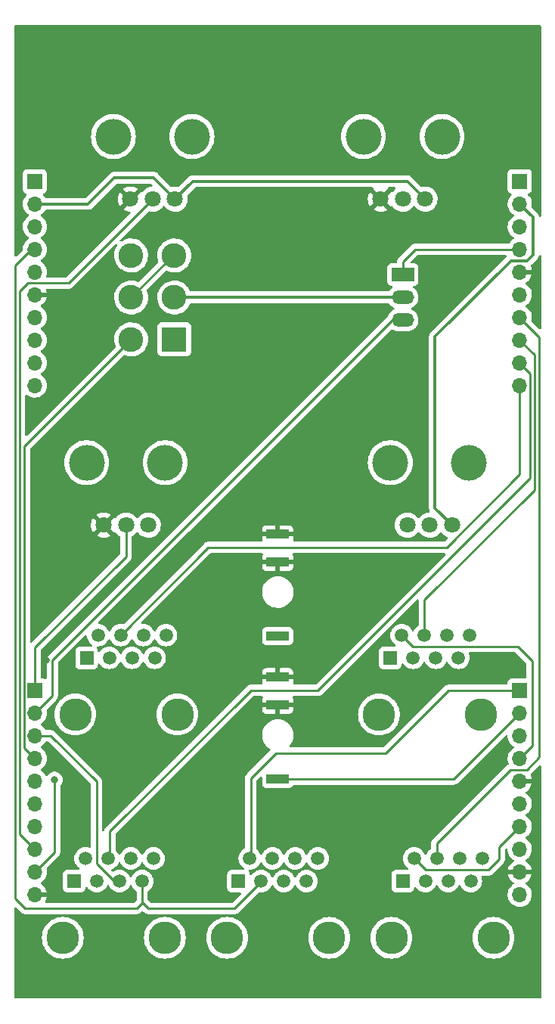
<source format=gbr>
%TF.GenerationSoftware,KiCad,Pcbnew,(6.0.11)*%
%TF.CreationDate,2023-01-29T14:59:06+00:00*%
%TF.ProjectId,Quadraphone_Controls,51756164-7261-4706-986f-6e655f436f6e,rev?*%
%TF.SameCoordinates,Original*%
%TF.FileFunction,Copper,L2,Bot*%
%TF.FilePolarity,Positive*%
%FSLAX46Y46*%
G04 Gerber Fmt 4.6, Leading zero omitted, Abs format (unit mm)*
G04 Created by KiCad (PCBNEW (6.0.11)) date 2023-01-29 14:59:06*
%MOMM*%
%LPD*%
G01*
G04 APERTURE LIST*
%TA.AperFunction,WasherPad*%
%ADD10C,3.650000*%
%TD*%
%TA.AperFunction,ComponentPad*%
%ADD11R,1.500000X1.500000*%
%TD*%
%TA.AperFunction,ComponentPad*%
%ADD12C,1.500000*%
%TD*%
%TA.AperFunction,WasherPad*%
%ADD13C,4.000000*%
%TD*%
%TA.AperFunction,ComponentPad*%
%ADD14C,1.800000*%
%TD*%
%TA.AperFunction,ComponentPad*%
%ADD15R,2.500000X1.500000*%
%TD*%
%TA.AperFunction,ComponentPad*%
%ADD16O,2.500000X1.500000*%
%TD*%
%TA.AperFunction,ComponentPad*%
%ADD17R,2.775000X2.775000*%
%TD*%
%TA.AperFunction,ComponentPad*%
%ADD18C,2.775000*%
%TD*%
%TA.AperFunction,ComponentPad*%
%ADD19R,2.500000X1.000000*%
%TD*%
%TA.AperFunction,ComponentPad*%
%ADD20R,1.700000X1.700000*%
%TD*%
%TA.AperFunction,ComponentPad*%
%ADD21O,1.700000X1.700000*%
%TD*%
%TA.AperFunction,ViaPad*%
%ADD22C,0.800000*%
%TD*%
%TA.AperFunction,Conductor*%
%ADD23C,0.250000*%
%TD*%
%TA.AperFunction,Conductor*%
%ADD24C,0.300000*%
%TD*%
G04 APERTURE END LIST*
D10*
%TO.P,J7,*%
%TO.N,*%
X102760000Y-122700000D03*
X91330000Y-122700000D03*
D11*
%TO.P,J7,1*%
%TO.N,/PWM_CV4*%
X92600000Y-116350000D03*
D12*
%TO.P,J7,2*%
%TO.N,/PWM_CV3*%
X93870000Y-113810000D03*
%TO.P,J7,3*%
%TO.N,/PWM_CV2*%
X95140000Y-116350000D03*
%TO.P,J7,4*%
%TO.N,/PWM_CV1*%
X96410000Y-113810000D03*
%TO.P,J7,5*%
%TO.N,unconnected-(J7-Pad5)*%
X97680000Y-116350000D03*
%TO.P,J7,6*%
%TO.N,unconnected-(J7-Pad6)*%
X98950000Y-113810000D03*
%TO.P,J7,7*%
%TO.N,unconnected-(J7-Pad7)*%
X100220000Y-116350000D03*
%TO.P,J7,8*%
%TO.N,unconnected-(J7-Pad8)*%
X101490000Y-113810000D03*
%TD*%
D13*
%TO.P,Fine_Tune1,*%
%TO.N,*%
X89600000Y-58000000D03*
X98400000Y-58000000D03*
D14*
%TO.P,Fine_Tune1,1,1*%
%TO.N,+5V*%
X96500000Y-65000000D03*
%TO.P,Fine_Tune1,2,2*%
%TO.N,/FINE_TUNE*%
X94000000Y-65000000D03*
%TO.P,Fine_Tune1,3,3*%
%TO.N,GND*%
X91500000Y-65000000D03*
%TD*%
D10*
%TO.P,J9,*%
%TO.N,*%
X57330000Y-122700000D03*
X68760000Y-122700000D03*
D11*
%TO.P,J9,1*%
%TO.N,/FREQ_MOD4*%
X58600000Y-116350000D03*
D12*
%TO.P,J9,2*%
%TO.N,/FREQ_MOD3*%
X59870000Y-113810000D03*
%TO.P,J9,3*%
%TO.N,/FREQ_MOD2*%
X61140000Y-116350000D03*
%TO.P,J9,4*%
%TO.N,/FREQ_MOD1*%
X62410000Y-113810000D03*
%TO.P,J9,5*%
%TO.N,unconnected-(J9-Pad5)*%
X63680000Y-116350000D03*
%TO.P,J9,6*%
%TO.N,unconnected-(J9-Pad6)*%
X64950000Y-113810000D03*
%TO.P,J9,7*%
%TO.N,unconnected-(J9-Pad7)*%
X66220000Y-116350000D03*
%TO.P,J9,8*%
%TO.N,unconnected-(J9-Pad8)*%
X67490000Y-113810000D03*
%TD*%
D13*
%TO.P,Octave_Tune1,*%
%TO.N,*%
X61600000Y-58000000D03*
X70400000Y-58000000D03*
D14*
%TO.P,Octave_Tune1,1,1*%
%TO.N,+5V*%
X68500000Y-65000000D03*
%TO.P,Octave_Tune1,2,2*%
%TO.N,/OCT_TUNE*%
X66000000Y-65000000D03*
%TO.P,Octave_Tune1,3,3*%
%TO.N,GND*%
X63500000Y-65000000D03*
%TD*%
D10*
%TO.P,J8,*%
%TO.N,*%
X92730000Y-147700000D03*
X104160000Y-147700000D03*
D11*
%TO.P,J8,1*%
%TO.N,/SYNCH_SIGNAL4*%
X94000000Y-141350000D03*
D12*
%TO.P,J8,2*%
%TO.N,/SYNCH_SIGNAL3*%
X95270000Y-138810000D03*
%TO.P,J8,3*%
%TO.N,/SYNCH_SIGNAL2*%
X96540000Y-141350000D03*
%TO.P,J8,4*%
%TO.N,/SYNCH_SIGNAL1*%
X97810000Y-138810000D03*
%TO.P,J8,5*%
%TO.N,unconnected-(J8-Pad5)*%
X99080000Y-141350000D03*
%TO.P,J8,6*%
%TO.N,unconnected-(J8-Pad6)*%
X100350000Y-138810000D03*
%TO.P,J8,7*%
%TO.N,unconnected-(J8-Pad7)*%
X101620000Y-141350000D03*
%TO.P,J8,8*%
%TO.N,unconnected-(J8-Pad8)*%
X102890000Y-138810000D03*
%TD*%
D15*
%TO.P,SW1,1,A*%
%TO.N,/HARD_SYNCH_SW*%
X94000000Y-73453900D03*
D16*
%TO.P,SW1,2,B*%
%TO.N,+5V*%
X94000000Y-75993900D03*
%TO.P,SW1,3,C*%
%TO.N,/SOFT_SYNCH_SW*%
X94000000Y-78533900D03*
%TD*%
D13*
%TO.P,Vibrato_Depth1,*%
%TO.N,*%
X58600000Y-94500000D03*
X67400000Y-94500000D03*
D14*
%TO.P,Vibrato_Depth1,1,1*%
%TO.N,/LFO_IN*%
X65500000Y-101500000D03*
%TO.P,Vibrato_Depth1,2,2*%
%TO.N,/LIN_FREQ_IN*%
X63000000Y-101500000D03*
%TO.P,Vibrato_Depth1,3,3*%
%TO.N,GND*%
X60500000Y-101500000D03*
%TD*%
D10*
%TO.P,J10,*%
%TO.N,*%
X67360000Y-147700000D03*
X55930000Y-147700000D03*
D11*
%TO.P,J10,1*%
%TO.N,/V_PER_OCT4*%
X57200000Y-141350000D03*
D12*
%TO.P,J10,2*%
%TO.N,/V_PER_OCT3*%
X58470000Y-138810000D03*
%TO.P,J10,3*%
%TO.N,/V_PER_OCT2*%
X59740000Y-141350000D03*
%TO.P,J10,4*%
%TO.N,/V_PER_OCT1*%
X61010000Y-138810000D03*
%TO.P,J10,5*%
%TO.N,/MIX_OUT4*%
X62280000Y-141350000D03*
%TO.P,J10,6*%
%TO.N,/MIX_OUT3*%
X63550000Y-138810000D03*
%TO.P,J10,7*%
%TO.N,/MIX_OUT2*%
X64820000Y-141350000D03*
%TO.P,J10,8*%
%TO.N,/MIX_OUT1*%
X66090000Y-138810000D03*
%TD*%
D17*
%TO.P,SW2,1,Out1*%
%TO.N,/PULSE_SW*%
X68415000Y-80700000D03*
D18*
%TO.P,SW2,2,In*%
%TO.N,+5V*%
X68415000Y-76000000D03*
%TO.P,SW2,3,Pin3*%
%TO.N,Net-(SW2-Pad3)*%
X68415000Y-71300000D03*
%TO.P,SW2,4,Out2*%
%TO.N,/TRIANGLE_SW*%
X63585000Y-80700000D03*
%TO.P,SW2,5,Pin5*%
%TO.N,Net-(SW2-Pad3)*%
X63585000Y-76000000D03*
%TO.P,SW2,6,Out3*%
%TO.N,/SAW_SW*%
X63585000Y-71300000D03*
%TD*%
D10*
%TO.P,J11,*%
%TO.N,*%
X85760000Y-147700000D03*
X74330000Y-147700000D03*
D11*
%TO.P,J11,1*%
%TO.N,/MIX_OUT4*%
X75600000Y-141350000D03*
D12*
%TO.P,J11,2*%
%TO.N,/MIX_OUT3*%
X76870000Y-138810000D03*
%TO.P,J11,3*%
%TO.N,/MIX_OUT2*%
X78140000Y-141350000D03*
%TO.P,J11,4*%
%TO.N,/MIX_OUT1*%
X79410000Y-138810000D03*
%TO.P,J11,5*%
%TO.N,unconnected-(J11-Pad5)*%
X80680000Y-141350000D03*
%TO.P,J11,6*%
%TO.N,unconnected-(J11-Pad6)*%
X81950000Y-138810000D03*
%TO.P,J11,7*%
%TO.N,unconnected-(J11-Pad7)*%
X83220000Y-141350000D03*
%TO.P,J11,8*%
%TO.N,unconnected-(J11-Pad8)*%
X84490000Y-138810000D03*
%TD*%
D19*
%TO.P,J6,1*%
%TO.N,GND*%
X80000000Y-102520000D03*
%TO.P,J6,2*%
X80000000Y-105620000D03*
%TO.P,J6,3*%
%TO.N,/LFO_IN*%
X80000000Y-113920000D03*
%TD*%
D13*
%TO.P,PWM_Pot1,*%
%TO.N,*%
X101400000Y-94500000D03*
X92600000Y-94500000D03*
D14*
%TO.P,PWM_Pot1,1,1*%
%TO.N,-12V*%
X99500000Y-101500000D03*
%TO.P,PWM_Pot1,2,2*%
%TO.N,/PWM_POT*%
X97000000Y-101500000D03*
%TO.P,PWM_Pot1,3,3*%
%TO.N,+12V*%
X94500000Y-101500000D03*
%TD*%
D19*
%TO.P,J5,1*%
%TO.N,GND*%
X80000000Y-118520000D03*
%TO.P,J5,2*%
X80000000Y-121620000D03*
%TO.P,J5,3*%
%TO.N,/PWM_CV*%
X80000000Y-129920000D03*
%TD*%
D20*
%TO.P,J3,1,Pin_1*%
%TO.N,/MIX_OUT3*%
X107100000Y-120000000D03*
D21*
%TO.P,J3,2,Pin_2*%
%TO.N,/PWM_CV*%
X107100000Y-122540000D03*
%TO.P,J3,3,Pin_3*%
%TO.N,/PWM_POT*%
X107100000Y-125080000D03*
%TO.P,J3,4,Pin_4*%
%TO.N,/PWM_CV3*%
X107100000Y-127620000D03*
%TO.P,J3,5,Pin_5*%
%TO.N,GND*%
X107100000Y-130160000D03*
%TO.P,J3,6,Pin_6*%
%TO.N,/V_PER_OCT3*%
X107100000Y-132700000D03*
%TO.P,J3,7,Pin_7*%
%TO.N,/SYNCH_SIGNAL3*%
X107100000Y-135240000D03*
%TO.P,J3,8,Pin_8*%
%TO.N,/FREQ_MOD3*%
X107100000Y-137780000D03*
%TO.P,J3,9,Pin_9*%
%TO.N,GND*%
X107100000Y-140320000D03*
%TO.P,J3,10,Pin_10*%
%TO.N,/FINE_TUNE*%
X107100000Y-142860000D03*
%TD*%
D20*
%TO.P,J4,1,Pin_1*%
%TO.N,/LIN_FREQ_IN*%
X52800000Y-120000000D03*
D21*
%TO.P,J4,2,Pin_2*%
%TO.N,/SOFT_SYNCH_SW*%
X52800000Y-122540000D03*
%TO.P,J4,3,Pin_3*%
%TO.N,/MIX_OUT4*%
X52800000Y-125080000D03*
%TO.P,J4,4,Pin_4*%
%TO.N,/TRIANGLE_SW*%
X52800000Y-127620000D03*
%TO.P,J4,5,Pin_5*%
%TO.N,/SYNCH_SIGNAL4*%
X52800000Y-130160000D03*
%TO.P,J4,6,Pin_6*%
%TO.N,/PWM_CV4*%
X52800000Y-132700000D03*
%TO.P,J4,7,Pin_7*%
%TO.N,/V_PER_OCT4*%
X52800000Y-135240000D03*
%TO.P,J4,8,Pin_8*%
%TO.N,/OCT_TUNE*%
X52800000Y-137780000D03*
%TO.P,J4,9,Pin_9*%
%TO.N,/FREQ_MOD4*%
X52800000Y-140320000D03*
%TO.P,J4,10,Pin_10*%
%TO.N,GND*%
X52800000Y-142860000D03*
%TD*%
D20*
%TO.P,J1,1,Pin_1*%
%TO.N,-5V*%
X107100000Y-63000000D03*
D21*
%TO.P,J1,2,Pin_2*%
%TO.N,-12V*%
X107100000Y-65540000D03*
%TO.P,J1,3,Pin_3*%
%TO.N,/MIX_OUT1*%
X107100000Y-68080000D03*
%TO.P,J1,4,Pin_4*%
%TO.N,/HARD_SYNCH_SW*%
X107100000Y-70620000D03*
%TO.P,J1,5,Pin_5*%
%TO.N,GND*%
X107100000Y-73160000D03*
%TO.P,J1,6,Pin_6*%
%TO.N,/SAW_SW*%
X107100000Y-75700000D03*
%TO.P,J1,7,Pin_7*%
%TO.N,/SYNCH_SIGNAL1*%
X107100000Y-78240000D03*
%TO.P,J1,8,Pin_8*%
%TO.N,/PWM_CV1*%
X107100000Y-80780000D03*
%TO.P,J1,9,Pin_9*%
%TO.N,/V_PER_OCT1*%
X107100000Y-83320000D03*
%TO.P,J1,10,Pin_10*%
%TO.N,/FREQ_MOD1*%
X107100000Y-85860000D03*
%TD*%
D20*
%TO.P,J2,1,Pin_1*%
%TO.N,+12V*%
X52800000Y-63000000D03*
D21*
%TO.P,J2,2,Pin_2*%
%TO.N,+5V*%
X52800000Y-65540000D03*
%TO.P,J2,3,Pin_3*%
%TO.N,+2V5*%
X52800000Y-68080000D03*
%TO.P,J2,4,Pin_4*%
%TO.N,/MIX_OUT2*%
X52800000Y-70620000D03*
%TO.P,J2,5,Pin_5*%
%TO.N,/PULSE_SW*%
X52800000Y-73160000D03*
%TO.P,J2,6,Pin_6*%
%TO.N,GND*%
X52800000Y-75700000D03*
%TO.P,J2,7,Pin_7*%
%TO.N,/SYNCH_SIGNAL2*%
X52800000Y-78240000D03*
%TO.P,J2,8,Pin_8*%
%TO.N,/PWM_CV2*%
X52800000Y-80780000D03*
%TO.P,J2,9,Pin_9*%
%TO.N,/V_PER_OCT2*%
X52800000Y-83320000D03*
%TO.P,J2,10,Pin_10*%
%TO.N,/FREQ_MOD2*%
X52800000Y-85860000D03*
%TD*%
D22*
%TO.N,/FREQ_MOD4*%
X55000000Y-130000000D03*
%TO.N,GND*%
X72700000Y-89500000D03*
X54026000Y-116627992D03*
X58100000Y-131200000D03*
X75000000Y-116800000D03*
X90500000Y-134600000D03*
%TD*%
D23*
%TO.N,/PWM_CV3*%
X108500000Y-126220000D02*
X108500000Y-116700000D01*
X108500000Y-116700000D02*
X106900000Y-115100000D01*
X107100000Y-127620000D02*
X108500000Y-126220000D01*
X95160000Y-115100000D02*
X93870000Y-113810000D01*
X106900000Y-115100000D02*
X95160000Y-115100000D01*
%TO.N,/PWM_CV1*%
X108750499Y-97549501D02*
X108750499Y-82430499D01*
X108750499Y-82430499D02*
X107100000Y-80780000D01*
X96410000Y-109890000D02*
X108750499Y-97549501D01*
X96410000Y-113810000D02*
X96410000Y-109890000D01*
%TO.N,/MIX_OUT4*%
X61650000Y-141350000D02*
X59700000Y-139400000D01*
X59700000Y-130200000D02*
X54580000Y-125080000D01*
X62280000Y-141350000D02*
X61650000Y-141350000D01*
X59700000Y-139400000D02*
X59700000Y-130200000D01*
X54580000Y-125080000D02*
X52800000Y-125080000D01*
%TO.N,/MIX_OUT3*%
X76970000Y-129830000D02*
X76970000Y-138710000D01*
X76970000Y-138710000D02*
X76870000Y-138810000D01*
X99100000Y-120000000D02*
X92100000Y-127000000D01*
X79800000Y-127000000D02*
X76970000Y-129830000D01*
X92100000Y-127000000D02*
X79800000Y-127000000D01*
X107100000Y-120000000D02*
X99100000Y-120000000D01*
%TO.N,/MIX_OUT2*%
X78140000Y-141350000D02*
X78140000Y-141450000D01*
X65500000Y-144400000D02*
X64820000Y-143720000D01*
X51700000Y-144400000D02*
X50600000Y-143300000D01*
X64820000Y-143720000D02*
X64820000Y-141350000D01*
X64200000Y-144400000D02*
X51700000Y-144400000D01*
X52380000Y-70620000D02*
X52800000Y-70620000D01*
X50600000Y-143300000D02*
X50600000Y-72400000D01*
X64820000Y-141350000D02*
X64820000Y-143780000D01*
X50600000Y-72400000D02*
X52380000Y-70620000D01*
X64820000Y-143780000D02*
X64200000Y-144400000D01*
X78140000Y-141450000D02*
X75190000Y-144400000D01*
X75190000Y-144400000D02*
X65500000Y-144400000D01*
%TO.N,/SYNCH_SIGNAL3*%
X107100000Y-135240000D02*
X104800000Y-137540000D01*
X96560000Y-140100000D02*
X95270000Y-138810000D01*
X104800000Y-138900000D02*
X103600000Y-140100000D01*
X104800000Y-137540000D02*
X104800000Y-138900000D01*
X103600000Y-140100000D02*
X96560000Y-140100000D01*
%TO.N,/SYNCH_SIGNAL1*%
X109300000Y-80440000D02*
X107100000Y-78240000D01*
X109300000Y-127500000D02*
X109300000Y-80440000D01*
X107900000Y-128900000D02*
X109300000Y-127500000D01*
X97810000Y-137149340D02*
X106059340Y-128900000D01*
X97810000Y-138810000D02*
X97810000Y-137149340D01*
X106059340Y-128900000D02*
X107900000Y-128900000D01*
%TO.N,/FREQ_MOD4*%
X55000000Y-138120000D02*
X55000000Y-130000000D01*
X52800000Y-140320000D02*
X55000000Y-138120000D01*
%TO.N,/FREQ_MOD1*%
X107100000Y-95800000D02*
X107100000Y-85860000D01*
X62410000Y-113790000D02*
X72200000Y-104000000D01*
X98900000Y-104000000D02*
X107100000Y-95800000D01*
X72200000Y-104000000D02*
X98900000Y-104000000D01*
X62410000Y-113810000D02*
X62410000Y-113790000D01*
%TO.N,/V_PER_OCT1*%
X61200000Y-135800000D02*
X77000000Y-120000000D01*
X108275000Y-96225000D02*
X108275000Y-84495000D01*
X108275000Y-84495000D02*
X107100000Y-83320000D01*
X84500000Y-120000000D02*
X108275000Y-96225000D01*
X61200000Y-138620000D02*
X61200000Y-135800000D01*
X61010000Y-138810000D02*
X61200000Y-138620000D01*
X77000000Y-120000000D02*
X84500000Y-120000000D01*
D24*
%TO.N,-12V*%
X106100000Y-71900000D02*
X107900000Y-71900000D01*
X97600000Y-80400000D02*
X106100000Y-71900000D01*
X107900000Y-71900000D02*
X108600000Y-71200000D01*
X99500000Y-101500000D02*
X97600000Y-99600000D01*
X108600000Y-71200000D02*
X108600000Y-67040000D01*
X108600000Y-67040000D02*
X107100000Y-65540000D01*
X97600000Y-99600000D02*
X97600000Y-80400000D01*
D23*
%TO.N,/HARD_SYNCH_SW*%
X95380000Y-70620000D02*
X94000000Y-72000000D01*
X107100000Y-70620000D02*
X95380000Y-70620000D01*
X94000000Y-72000000D02*
X94000000Y-73453900D01*
D24*
%TO.N,+5V*%
X94500000Y-63000000D02*
X96500000Y-65000000D01*
X70500000Y-63000000D02*
X94500000Y-63000000D01*
X68500000Y-65000000D02*
X70500000Y-63000000D01*
X52800000Y-65540000D02*
X58760000Y-65540000D01*
X94000000Y-75993900D02*
X68421100Y-75993900D01*
X66100000Y-62600000D02*
X68500000Y-65000000D01*
X61700000Y-62600000D02*
X66100000Y-62600000D01*
X68421100Y-75993900D02*
X68415000Y-76000000D01*
X58760000Y-65540000D02*
X61700000Y-62600000D01*
D23*
%TO.N,/PWM_CV*%
X80000000Y-129920000D02*
X99720000Y-129920000D01*
X99720000Y-129920000D02*
X107100000Y-122540000D01*
%TO.N,/OCT_TUNE*%
X56600000Y-74400000D02*
X66000000Y-65000000D01*
X52800000Y-137780000D02*
X51100000Y-136080000D01*
X52000000Y-74400000D02*
X56600000Y-74400000D01*
X51100000Y-136080000D02*
X51100000Y-75300000D01*
X51100000Y-75300000D02*
X52000000Y-74400000D01*
%TO.N,/LIN_FREQ_IN*%
X52800000Y-115200000D02*
X52800000Y-120000000D01*
X63000000Y-105000000D02*
X52800000Y-115200000D01*
X63000000Y-101500000D02*
X63000000Y-105000000D01*
%TO.N,/SOFT_SYNCH_SW*%
X92845960Y-78533900D02*
X94000000Y-78533900D01*
X54750499Y-120589501D02*
X54750499Y-116629361D01*
X54750499Y-116629361D02*
X92845960Y-78533900D01*
X52800000Y-122540000D02*
X54750499Y-120589501D01*
%TO.N,/TRIANGLE_SW*%
X51625000Y-92675000D02*
X63585000Y-80715000D01*
X63585000Y-80715000D02*
X63585000Y-80700000D01*
X51625000Y-126445000D02*
X51625000Y-92675000D01*
X52800000Y-127620000D02*
X51625000Y-126445000D01*
%TO.N,Net-(SW2-Pad3)*%
X63585000Y-76000000D02*
X68285000Y-71300000D01*
X68285000Y-71300000D02*
X68415000Y-71300000D01*
%TD*%
%TA.AperFunction,Conductor*%
%TO.N,GND*%
G36*
X105658146Y-124981925D02*
G01*
X105714982Y-125024472D01*
X105739905Y-125092728D01*
X105750110Y-125269715D01*
X105751247Y-125274761D01*
X105751248Y-125274767D01*
X105770909Y-125362007D01*
X105799222Y-125487639D01*
X105883266Y-125694616D01*
X105999987Y-125885088D01*
X106146250Y-126053938D01*
X106318126Y-126196632D01*
X106388595Y-126237811D01*
X106391445Y-126239476D01*
X106440169Y-126291114D01*
X106453240Y-126360897D01*
X106426509Y-126426669D01*
X106386055Y-126460027D01*
X106373607Y-126466507D01*
X106369474Y-126469610D01*
X106369471Y-126469612D01*
X106199100Y-126597530D01*
X106194965Y-126600635D01*
X106040629Y-126762138D01*
X105914743Y-126946680D01*
X105820688Y-127149305D01*
X105760989Y-127364570D01*
X105737251Y-127586695D01*
X105737548Y-127591848D01*
X105737548Y-127591851D01*
X105743011Y-127686590D01*
X105750110Y-127809715D01*
X105751247Y-127814761D01*
X105751248Y-127814767D01*
X105771119Y-127902939D01*
X105799222Y-128027639D01*
X105801164Y-128032421D01*
X105801165Y-128032425D01*
X105853396Y-128161054D01*
X105860492Y-128231695D01*
X105828270Y-128294958D01*
X105800790Y-128316913D01*
X105792057Y-128322077D01*
X105788303Y-128324297D01*
X105770553Y-128332992D01*
X105762908Y-128336019D01*
X105751723Y-128340448D01*
X105745308Y-128345109D01*
X105715952Y-128366437D01*
X105706035Y-128372951D01*
X105667978Y-128395458D01*
X105653657Y-128409779D01*
X105638624Y-128422619D01*
X105622233Y-128434528D01*
X105617182Y-128440634D01*
X105594042Y-128468605D01*
X105586052Y-128477384D01*
X97417747Y-136645688D01*
X97409461Y-136653228D01*
X97402982Y-136657340D01*
X97397557Y-136663117D01*
X97356357Y-136706991D01*
X97353602Y-136709833D01*
X97333865Y-136729570D01*
X97331385Y-136732767D01*
X97323682Y-136741787D01*
X97293414Y-136774019D01*
X97289595Y-136780965D01*
X97289593Y-136780968D01*
X97283652Y-136791774D01*
X97272801Y-136808293D01*
X97260386Y-136824299D01*
X97257241Y-136831568D01*
X97257238Y-136831572D01*
X97242826Y-136864877D01*
X97237609Y-136875527D01*
X97216305Y-136914280D01*
X97214334Y-136921955D01*
X97214334Y-136921956D01*
X97211267Y-136933902D01*
X97204863Y-136952606D01*
X97196819Y-136971195D01*
X97195580Y-136979018D01*
X97195577Y-136979028D01*
X97189901Y-137014864D01*
X97187495Y-137026484D01*
X97181971Y-137048000D01*
X97176500Y-137069310D01*
X97176500Y-137089564D01*
X97174949Y-137109274D01*
X97171780Y-137129283D01*
X97172526Y-137137175D01*
X97175941Y-137173301D01*
X97176500Y-137185159D01*
X97176500Y-137651646D01*
X97156498Y-137719767D01*
X97122772Y-137754858D01*
X97056127Y-137801523D01*
X97002473Y-137839092D01*
X97002470Y-137839094D01*
X96997962Y-137842251D01*
X96842251Y-137997962D01*
X96839094Y-138002470D01*
X96839092Y-138002473D01*
X96767111Y-138105273D01*
X96715944Y-138178347D01*
X96713621Y-138183329D01*
X96713618Y-138183334D01*
X96670728Y-138275313D01*
X96660082Y-138298145D01*
X96654195Y-138310769D01*
X96607278Y-138364054D01*
X96539001Y-138383515D01*
X96471041Y-138362973D01*
X96425805Y-138310769D01*
X96419919Y-138298145D01*
X96409272Y-138275313D01*
X96366382Y-138183334D01*
X96366379Y-138183329D01*
X96364056Y-138178347D01*
X96312889Y-138105273D01*
X96240908Y-138002473D01*
X96240906Y-138002470D01*
X96237749Y-137997962D01*
X96082038Y-137842251D01*
X96057232Y-137824881D01*
X95946500Y-137747346D01*
X95901654Y-137715944D01*
X95702076Y-137622880D01*
X95489371Y-137565885D01*
X95270000Y-137546693D01*
X95050629Y-137565885D01*
X94837924Y-137622880D01*
X94776235Y-137651646D01*
X94643334Y-137713618D01*
X94643331Y-137713620D01*
X94638347Y-137715944D01*
X94633843Y-137719098D01*
X94633838Y-137719101D01*
X94462473Y-137839092D01*
X94462470Y-137839094D01*
X94457962Y-137842251D01*
X94302251Y-137997962D01*
X94299094Y-138002470D01*
X94299092Y-138002473D01*
X94227111Y-138105273D01*
X94175944Y-138178347D01*
X94173621Y-138183329D01*
X94173618Y-138183334D01*
X94130008Y-138276857D01*
X94082880Y-138377924D01*
X94025885Y-138590629D01*
X94006693Y-138810000D01*
X94025885Y-139029371D01*
X94082880Y-139242076D01*
X94113412Y-139307553D01*
X94173618Y-139436666D01*
X94173621Y-139436671D01*
X94175944Y-139441653D01*
X94179100Y-139446160D01*
X94179101Y-139446162D01*
X94211846Y-139492926D01*
X94302251Y-139622038D01*
X94457962Y-139777749D01*
X94462471Y-139780906D01*
X94462473Y-139780908D01*
X94578694Y-139862287D01*
X94623022Y-139917744D01*
X94630331Y-139988364D01*
X94598300Y-140051724D01*
X94537099Y-140087709D01*
X94506423Y-140091500D01*
X93201866Y-140091500D01*
X93139684Y-140098255D01*
X93003295Y-140149385D01*
X92886739Y-140236739D01*
X92799385Y-140353295D01*
X92748255Y-140489684D01*
X92741500Y-140551866D01*
X92741500Y-142148134D01*
X92748255Y-142210316D01*
X92799385Y-142346705D01*
X92886739Y-142463261D01*
X93003295Y-142550615D01*
X93139684Y-142601745D01*
X93201866Y-142608500D01*
X94798134Y-142608500D01*
X94860316Y-142601745D01*
X94996705Y-142550615D01*
X95113261Y-142463261D01*
X95200615Y-142346705D01*
X95251745Y-142210316D01*
X95258500Y-142148134D01*
X95258500Y-142113576D01*
X95278502Y-142045455D01*
X95332158Y-141998962D01*
X95402432Y-141988858D01*
X95467012Y-142018352D01*
X95487713Y-142041305D01*
X95560123Y-142144717D01*
X95572251Y-142162038D01*
X95727962Y-142317749D01*
X95908346Y-142444056D01*
X96107924Y-142537120D01*
X96320629Y-142594115D01*
X96540000Y-142613307D01*
X96759371Y-142594115D01*
X96972076Y-142537120D01*
X97171654Y-142444056D01*
X97352038Y-142317749D01*
X97507749Y-142162038D01*
X97519878Y-142144717D01*
X97630899Y-141986162D01*
X97630900Y-141986160D01*
X97634056Y-141981653D01*
X97636379Y-141976671D01*
X97636382Y-141976666D01*
X97695805Y-141849231D01*
X97742722Y-141795946D01*
X97810999Y-141776485D01*
X97878959Y-141797027D01*
X97924195Y-141849231D01*
X97983618Y-141976666D01*
X97983621Y-141976671D01*
X97985944Y-141981653D01*
X97989100Y-141986160D01*
X97989101Y-141986162D01*
X98100123Y-142144717D01*
X98112251Y-142162038D01*
X98267962Y-142317749D01*
X98448346Y-142444056D01*
X98647924Y-142537120D01*
X98860629Y-142594115D01*
X99080000Y-142613307D01*
X99299371Y-142594115D01*
X99512076Y-142537120D01*
X99711654Y-142444056D01*
X99892038Y-142317749D01*
X100047749Y-142162038D01*
X100059878Y-142144717D01*
X100170899Y-141986162D01*
X100170900Y-141986160D01*
X100174056Y-141981653D01*
X100176379Y-141976671D01*
X100176382Y-141976666D01*
X100235805Y-141849231D01*
X100282722Y-141795946D01*
X100350999Y-141776485D01*
X100418959Y-141797027D01*
X100464195Y-141849231D01*
X100523618Y-141976666D01*
X100523621Y-141976671D01*
X100525944Y-141981653D01*
X100529100Y-141986160D01*
X100529101Y-141986162D01*
X100640123Y-142144717D01*
X100652251Y-142162038D01*
X100807962Y-142317749D01*
X100988346Y-142444056D01*
X101187924Y-142537120D01*
X101400629Y-142594115D01*
X101620000Y-142613307D01*
X101839371Y-142594115D01*
X102052076Y-142537120D01*
X102251654Y-142444056D01*
X102432038Y-142317749D01*
X102587749Y-142162038D01*
X102599878Y-142144717D01*
X102710899Y-141986162D01*
X102710900Y-141986160D01*
X102714056Y-141981653D01*
X102716379Y-141976671D01*
X102716382Y-141976666D01*
X102775805Y-141849231D01*
X102807120Y-141782076D01*
X102864115Y-141569371D01*
X102883307Y-141350000D01*
X102864115Y-141130629D01*
X102807120Y-140917924D01*
X102804796Y-140912939D01*
X102804710Y-140912756D01*
X102804696Y-140912667D01*
X102802914Y-140907770D01*
X102803898Y-140907412D01*
X102794045Y-140842565D01*
X102823022Y-140777751D01*
X102882440Y-140738891D01*
X102918902Y-140733500D01*
X103521233Y-140733500D01*
X103532416Y-140734027D01*
X103539909Y-140735702D01*
X103547835Y-140735453D01*
X103547836Y-140735453D01*
X103607986Y-140733562D01*
X103611945Y-140733500D01*
X103639856Y-140733500D01*
X103643791Y-140733003D01*
X103643856Y-140732995D01*
X103655693Y-140732062D01*
X103687951Y-140731048D01*
X103691970Y-140730922D01*
X103699889Y-140730673D01*
X103719343Y-140725021D01*
X103738700Y-140721013D01*
X103750930Y-140719468D01*
X103750931Y-140719468D01*
X103758797Y-140718474D01*
X103766168Y-140715555D01*
X103766170Y-140715555D01*
X103799912Y-140702196D01*
X103811142Y-140698351D01*
X103845983Y-140688229D01*
X103845984Y-140688229D01*
X103853593Y-140686018D01*
X103860412Y-140681985D01*
X103860417Y-140681983D01*
X103871028Y-140675707D01*
X103888776Y-140667012D01*
X103907617Y-140659552D01*
X103943387Y-140633564D01*
X103953307Y-140627048D01*
X103984535Y-140608580D01*
X103984538Y-140608578D01*
X103991362Y-140604542D01*
X104005683Y-140590221D01*
X104020717Y-140577380D01*
X104030694Y-140570131D01*
X104037107Y-140565472D01*
X104065298Y-140531395D01*
X104073288Y-140522616D01*
X105192247Y-139403657D01*
X105200537Y-139396113D01*
X105207018Y-139392000D01*
X105253659Y-139342332D01*
X105256413Y-139339491D01*
X105276134Y-139319770D01*
X105278612Y-139316575D01*
X105286318Y-139307553D01*
X105311158Y-139281101D01*
X105316586Y-139275321D01*
X105326346Y-139257568D01*
X105337199Y-139241045D01*
X105344753Y-139231306D01*
X105349613Y-139225041D01*
X105367176Y-139184457D01*
X105372383Y-139173827D01*
X105393695Y-139135060D01*
X105395666Y-139127383D01*
X105395668Y-139127378D01*
X105398732Y-139115442D01*
X105405138Y-139096730D01*
X105408471Y-139089030D01*
X105413181Y-139078145D01*
X105414421Y-139070317D01*
X105414423Y-139070310D01*
X105420099Y-139034476D01*
X105422505Y-139022856D01*
X105431528Y-138987711D01*
X105431528Y-138987710D01*
X105433500Y-138980030D01*
X105433500Y-138959776D01*
X105435051Y-138940065D01*
X105436980Y-138927886D01*
X105438220Y-138920057D01*
X105434059Y-138876038D01*
X105433500Y-138864181D01*
X105433500Y-137854594D01*
X105453502Y-137786473D01*
X105470405Y-137765499D01*
X105525019Y-137710885D01*
X105587331Y-137676859D01*
X105658146Y-137681924D01*
X105714982Y-137724471D01*
X105739905Y-137792727D01*
X105742578Y-137839090D01*
X105750110Y-137969715D01*
X105751247Y-137974761D01*
X105751248Y-137974767D01*
X105757492Y-138002473D01*
X105799222Y-138187639D01*
X105860673Y-138338976D01*
X105870023Y-138362001D01*
X105883266Y-138394616D01*
X105923975Y-138461047D01*
X105986053Y-138562349D01*
X105999987Y-138585088D01*
X106146250Y-138753938D01*
X106318126Y-138896632D01*
X106344708Y-138912165D01*
X106391955Y-138939774D01*
X106440679Y-138991412D01*
X106453750Y-139061195D01*
X106427019Y-139126967D01*
X106386562Y-139160327D01*
X106378457Y-139164546D01*
X106369738Y-139170036D01*
X106199433Y-139297905D01*
X106191726Y-139304748D01*
X106044590Y-139458717D01*
X106038104Y-139466727D01*
X105918098Y-139642649D01*
X105913000Y-139651623D01*
X105823338Y-139844783D01*
X105819775Y-139854470D01*
X105764389Y-140054183D01*
X105765912Y-140062607D01*
X105778292Y-140066000D01*
X108418344Y-140066000D01*
X108431875Y-140062027D01*
X108433180Y-140052947D01*
X108391214Y-139885875D01*
X108387894Y-139876124D01*
X108302972Y-139680814D01*
X108298105Y-139671739D01*
X108182426Y-139492926D01*
X108176136Y-139484757D01*
X108032806Y-139327240D01*
X108025273Y-139320215D01*
X107858139Y-139188222D01*
X107849556Y-139182520D01*
X107812602Y-139162120D01*
X107762631Y-139111687D01*
X107747859Y-139042245D01*
X107772975Y-138975839D01*
X107800327Y-138949232D01*
X107852293Y-138912165D01*
X107979860Y-138821173D01*
X108138096Y-138663489D01*
X108175095Y-138612000D01*
X108265435Y-138486277D01*
X108268453Y-138482077D01*
X108283664Y-138451301D01*
X108365136Y-138286453D01*
X108365137Y-138286451D01*
X108367430Y-138281811D01*
X108432370Y-138068069D01*
X108461529Y-137846590D01*
X108461976Y-137828306D01*
X108463074Y-137783365D01*
X108463074Y-137783361D01*
X108463156Y-137780000D01*
X108444852Y-137557361D01*
X108390431Y-137340702D01*
X108301354Y-137135840D01*
X108236990Y-137036348D01*
X108182822Y-136952617D01*
X108182820Y-136952614D01*
X108180014Y-136948277D01*
X108029670Y-136783051D01*
X108025619Y-136779852D01*
X108025615Y-136779848D01*
X107858414Y-136647800D01*
X107858410Y-136647798D01*
X107854359Y-136644598D01*
X107813053Y-136621796D01*
X107763084Y-136571364D01*
X107748312Y-136501921D01*
X107773428Y-136435516D01*
X107800780Y-136408909D01*
X107844603Y-136377650D01*
X107979860Y-136281173D01*
X108138096Y-136123489D01*
X108268453Y-135942077D01*
X108323907Y-135829875D01*
X108365136Y-135746453D01*
X108365137Y-135746451D01*
X108367430Y-135741811D01*
X108423277Y-135557999D01*
X108430865Y-135533023D01*
X108430865Y-135533021D01*
X108432370Y-135528069D01*
X108461529Y-135306590D01*
X108463156Y-135240000D01*
X108444852Y-135017361D01*
X108390431Y-134800702D01*
X108301354Y-134595840D01*
X108180014Y-134408277D01*
X108029670Y-134243051D01*
X108025619Y-134239852D01*
X108025615Y-134239848D01*
X107858414Y-134107800D01*
X107858410Y-134107798D01*
X107854359Y-134104598D01*
X107813053Y-134081796D01*
X107763084Y-134031364D01*
X107748312Y-133961921D01*
X107773428Y-133895516D01*
X107800780Y-133868909D01*
X107844603Y-133837650D01*
X107979860Y-133741173D01*
X108138096Y-133583489D01*
X108197594Y-133500689D01*
X108265435Y-133406277D01*
X108268453Y-133402077D01*
X108367430Y-133201811D01*
X108419942Y-133028974D01*
X108430865Y-132993023D01*
X108430865Y-132993021D01*
X108432370Y-132988069D01*
X108461529Y-132766590D01*
X108463156Y-132700000D01*
X108444852Y-132477361D01*
X108390431Y-132260702D01*
X108301354Y-132055840D01*
X108180014Y-131868277D01*
X108029670Y-131703051D01*
X108025619Y-131699852D01*
X108025615Y-131699848D01*
X107858414Y-131567800D01*
X107858410Y-131567798D01*
X107854359Y-131564598D01*
X107812569Y-131541529D01*
X107762598Y-131491097D01*
X107747826Y-131421654D01*
X107772942Y-131355248D01*
X107800294Y-131328641D01*
X107975328Y-131203792D01*
X107983200Y-131197139D01*
X108134052Y-131046812D01*
X108140730Y-131038965D01*
X108265003Y-130866020D01*
X108270313Y-130857183D01*
X108364670Y-130666267D01*
X108368469Y-130656672D01*
X108430377Y-130452910D01*
X108432555Y-130442837D01*
X108433986Y-130431962D01*
X108431775Y-130417778D01*
X108418617Y-130414000D01*
X106972000Y-130414000D01*
X106903879Y-130393998D01*
X106857386Y-130340342D01*
X106846000Y-130288000D01*
X106846000Y-130032000D01*
X106866002Y-129963879D01*
X106919658Y-129917386D01*
X106972000Y-129906000D01*
X108418344Y-129906000D01*
X108431875Y-129902027D01*
X108433180Y-129892947D01*
X108391214Y-129725875D01*
X108387894Y-129716124D01*
X108300912Y-129516077D01*
X108302580Y-129515352D01*
X108289642Y-129453638D01*
X108314955Y-129387307D01*
X108328999Y-129371723D01*
X108330694Y-129370131D01*
X108337107Y-129365472D01*
X108365298Y-129331395D01*
X108373278Y-129322626D01*
X109276407Y-128419498D01*
X109338717Y-128385474D01*
X109409533Y-128390539D01*
X109466368Y-128433086D01*
X109491179Y-128499606D01*
X109491500Y-128508595D01*
X109491500Y-154365500D01*
X109471498Y-154433621D01*
X109417842Y-154480114D01*
X109365500Y-154491500D01*
X50634500Y-154491500D01*
X50566379Y-154471498D01*
X50519886Y-154417842D01*
X50508500Y-154365500D01*
X50508500Y-147700000D01*
X53591493Y-147700000D01*
X53611499Y-148005236D01*
X53671176Y-148305250D01*
X53769501Y-148594908D01*
X53771324Y-148598604D01*
X53771327Y-148598612D01*
X53880103Y-148819184D01*
X53904794Y-148869253D01*
X54074738Y-149123593D01*
X54077452Y-149126687D01*
X54077456Y-149126693D01*
X54273717Y-149350485D01*
X54276426Y-149353574D01*
X54279515Y-149356283D01*
X54503307Y-149552544D01*
X54503313Y-149552548D01*
X54506407Y-149555262D01*
X54509833Y-149557551D01*
X54509838Y-149557555D01*
X54757311Y-149722911D01*
X54760746Y-149725206D01*
X54764449Y-149727032D01*
X55031388Y-149858673D01*
X55031396Y-149858676D01*
X55035092Y-149860499D01*
X55039006Y-149861828D01*
X55039007Y-149861828D01*
X55320837Y-149957496D01*
X55320841Y-149957497D01*
X55324750Y-149958824D01*
X55328794Y-149959628D01*
X55328800Y-149959630D01*
X55620725Y-150017698D01*
X55620731Y-150017699D01*
X55624764Y-150018501D01*
X55628869Y-150018770D01*
X55628876Y-150018771D01*
X55925881Y-150038237D01*
X55930000Y-150038507D01*
X55934119Y-150038237D01*
X56231124Y-150018771D01*
X56231131Y-150018770D01*
X56235236Y-150018501D01*
X56239269Y-150017699D01*
X56239275Y-150017698D01*
X56531200Y-149959630D01*
X56531206Y-149959628D01*
X56535250Y-149958824D01*
X56539159Y-149957497D01*
X56539163Y-149957496D01*
X56820993Y-149861828D01*
X56820994Y-149861828D01*
X56824908Y-149860499D01*
X56828604Y-149858676D01*
X56828612Y-149858673D01*
X57095551Y-149727032D01*
X57099254Y-149725206D01*
X57102689Y-149722911D01*
X57350162Y-149557555D01*
X57350167Y-149557551D01*
X57353593Y-149555262D01*
X57356687Y-149552548D01*
X57356693Y-149552544D01*
X57580485Y-149356283D01*
X57583574Y-149353574D01*
X57586283Y-149350485D01*
X57782544Y-149126693D01*
X57782548Y-149126687D01*
X57785262Y-149123593D01*
X57955206Y-148869253D01*
X57979897Y-148819184D01*
X58088673Y-148598612D01*
X58088676Y-148598604D01*
X58090499Y-148594908D01*
X58188824Y-148305250D01*
X58248501Y-148005236D01*
X58268507Y-147700000D01*
X65021493Y-147700000D01*
X65041499Y-148005236D01*
X65101176Y-148305250D01*
X65199501Y-148594908D01*
X65201324Y-148598604D01*
X65201327Y-148598612D01*
X65310103Y-148819184D01*
X65334794Y-148869253D01*
X65504738Y-149123593D01*
X65507452Y-149126687D01*
X65507456Y-149126693D01*
X65703717Y-149350485D01*
X65706426Y-149353574D01*
X65709515Y-149356283D01*
X65933307Y-149552544D01*
X65933313Y-149552548D01*
X65936407Y-149555262D01*
X65939833Y-149557551D01*
X65939838Y-149557555D01*
X66187311Y-149722911D01*
X66190746Y-149725206D01*
X66194449Y-149727032D01*
X66461388Y-149858673D01*
X66461396Y-149858676D01*
X66465092Y-149860499D01*
X66469006Y-149861828D01*
X66469007Y-149861828D01*
X66750837Y-149957496D01*
X66750841Y-149957497D01*
X66754750Y-149958824D01*
X66758794Y-149959628D01*
X66758800Y-149959630D01*
X67050725Y-150017698D01*
X67050731Y-150017699D01*
X67054764Y-150018501D01*
X67058869Y-150018770D01*
X67058876Y-150018771D01*
X67355881Y-150038237D01*
X67360000Y-150038507D01*
X67364119Y-150038237D01*
X67661124Y-150018771D01*
X67661131Y-150018770D01*
X67665236Y-150018501D01*
X67669269Y-150017699D01*
X67669275Y-150017698D01*
X67961200Y-149959630D01*
X67961206Y-149959628D01*
X67965250Y-149958824D01*
X67969159Y-149957497D01*
X67969163Y-149957496D01*
X68250993Y-149861828D01*
X68250994Y-149861828D01*
X68254908Y-149860499D01*
X68258604Y-149858676D01*
X68258612Y-149858673D01*
X68525551Y-149727032D01*
X68529254Y-149725206D01*
X68532689Y-149722911D01*
X68780162Y-149557555D01*
X68780167Y-149557551D01*
X68783593Y-149555262D01*
X68786687Y-149552548D01*
X68786693Y-149552544D01*
X69010485Y-149356283D01*
X69013574Y-149353574D01*
X69016283Y-149350485D01*
X69212544Y-149126693D01*
X69212548Y-149126687D01*
X69215262Y-149123593D01*
X69385206Y-148869253D01*
X69409897Y-148819184D01*
X69518673Y-148598612D01*
X69518676Y-148598604D01*
X69520499Y-148594908D01*
X69618824Y-148305250D01*
X69678501Y-148005236D01*
X69698507Y-147700000D01*
X71991493Y-147700000D01*
X72011499Y-148005236D01*
X72071176Y-148305250D01*
X72169501Y-148594908D01*
X72171324Y-148598604D01*
X72171327Y-148598612D01*
X72280103Y-148819184D01*
X72304794Y-148869253D01*
X72474738Y-149123593D01*
X72477452Y-149126687D01*
X72477456Y-149126693D01*
X72673717Y-149350485D01*
X72676426Y-149353574D01*
X72679515Y-149356283D01*
X72903307Y-149552544D01*
X72903313Y-149552548D01*
X72906407Y-149555262D01*
X72909833Y-149557551D01*
X72909838Y-149557555D01*
X73157311Y-149722911D01*
X73160746Y-149725206D01*
X73164449Y-149727032D01*
X73431388Y-149858673D01*
X73431396Y-149858676D01*
X73435092Y-149860499D01*
X73439006Y-149861828D01*
X73439007Y-149861828D01*
X73720837Y-149957496D01*
X73720841Y-149957497D01*
X73724750Y-149958824D01*
X73728794Y-149959628D01*
X73728800Y-149959630D01*
X74020725Y-150017698D01*
X74020731Y-150017699D01*
X74024764Y-150018501D01*
X74028869Y-150018770D01*
X74028876Y-150018771D01*
X74325881Y-150038237D01*
X74330000Y-150038507D01*
X74334119Y-150038237D01*
X74631124Y-150018771D01*
X74631131Y-150018770D01*
X74635236Y-150018501D01*
X74639269Y-150017699D01*
X74639275Y-150017698D01*
X74931200Y-149959630D01*
X74931206Y-149959628D01*
X74935250Y-149958824D01*
X74939159Y-149957497D01*
X74939163Y-149957496D01*
X75220993Y-149861828D01*
X75220994Y-149861828D01*
X75224908Y-149860499D01*
X75228604Y-149858676D01*
X75228612Y-149858673D01*
X75495551Y-149727032D01*
X75499254Y-149725206D01*
X75502689Y-149722911D01*
X75750162Y-149557555D01*
X75750167Y-149557551D01*
X75753593Y-149555262D01*
X75756687Y-149552548D01*
X75756693Y-149552544D01*
X75980485Y-149356283D01*
X75983574Y-149353574D01*
X75986283Y-149350485D01*
X76182544Y-149126693D01*
X76182548Y-149126687D01*
X76185262Y-149123593D01*
X76355206Y-148869253D01*
X76379897Y-148819184D01*
X76488673Y-148598612D01*
X76488676Y-148598604D01*
X76490499Y-148594908D01*
X76588824Y-148305250D01*
X76648501Y-148005236D01*
X76668507Y-147700000D01*
X83421493Y-147700000D01*
X83441499Y-148005236D01*
X83501176Y-148305250D01*
X83599501Y-148594908D01*
X83601324Y-148598604D01*
X83601327Y-148598612D01*
X83710103Y-148819184D01*
X83734794Y-148869253D01*
X83904738Y-149123593D01*
X83907452Y-149126687D01*
X83907456Y-149126693D01*
X84103717Y-149350485D01*
X84106426Y-149353574D01*
X84109515Y-149356283D01*
X84333307Y-149552544D01*
X84333313Y-149552548D01*
X84336407Y-149555262D01*
X84339833Y-149557551D01*
X84339838Y-149557555D01*
X84587311Y-149722911D01*
X84590746Y-149725206D01*
X84594449Y-149727032D01*
X84861388Y-149858673D01*
X84861396Y-149858676D01*
X84865092Y-149860499D01*
X84869006Y-149861828D01*
X84869007Y-149861828D01*
X85150837Y-149957496D01*
X85150841Y-149957497D01*
X85154750Y-149958824D01*
X85158794Y-149959628D01*
X85158800Y-149959630D01*
X85450725Y-150017698D01*
X85450731Y-150017699D01*
X85454764Y-150018501D01*
X85458869Y-150018770D01*
X85458876Y-150018771D01*
X85755881Y-150038237D01*
X85760000Y-150038507D01*
X85764119Y-150038237D01*
X86061124Y-150018771D01*
X86061131Y-150018770D01*
X86065236Y-150018501D01*
X86069269Y-150017699D01*
X86069275Y-150017698D01*
X86361200Y-149959630D01*
X86361206Y-149959628D01*
X86365250Y-149958824D01*
X86369159Y-149957497D01*
X86369163Y-149957496D01*
X86650993Y-149861828D01*
X86650994Y-149861828D01*
X86654908Y-149860499D01*
X86658604Y-149858676D01*
X86658612Y-149858673D01*
X86925551Y-149727032D01*
X86929254Y-149725206D01*
X86932689Y-149722911D01*
X87180162Y-149557555D01*
X87180167Y-149557551D01*
X87183593Y-149555262D01*
X87186687Y-149552548D01*
X87186693Y-149552544D01*
X87410485Y-149356283D01*
X87413574Y-149353574D01*
X87416283Y-149350485D01*
X87612544Y-149126693D01*
X87612548Y-149126687D01*
X87615262Y-149123593D01*
X87785206Y-148869253D01*
X87809897Y-148819184D01*
X87918673Y-148598612D01*
X87918676Y-148598604D01*
X87920499Y-148594908D01*
X88018824Y-148305250D01*
X88078501Y-148005236D01*
X88098507Y-147700000D01*
X90391493Y-147700000D01*
X90411499Y-148005236D01*
X90471176Y-148305250D01*
X90569501Y-148594908D01*
X90571324Y-148598604D01*
X90571327Y-148598612D01*
X90680103Y-148819184D01*
X90704794Y-148869253D01*
X90874738Y-149123593D01*
X90877452Y-149126687D01*
X90877456Y-149126693D01*
X91073717Y-149350485D01*
X91076426Y-149353574D01*
X91079515Y-149356283D01*
X91303307Y-149552544D01*
X91303313Y-149552548D01*
X91306407Y-149555262D01*
X91309833Y-149557551D01*
X91309838Y-149557555D01*
X91557311Y-149722911D01*
X91560746Y-149725206D01*
X91564449Y-149727032D01*
X91831388Y-149858673D01*
X91831396Y-149858676D01*
X91835092Y-149860499D01*
X91839006Y-149861828D01*
X91839007Y-149861828D01*
X92120837Y-149957496D01*
X92120841Y-149957497D01*
X92124750Y-149958824D01*
X92128794Y-149959628D01*
X92128800Y-149959630D01*
X92420725Y-150017698D01*
X92420731Y-150017699D01*
X92424764Y-150018501D01*
X92428869Y-150018770D01*
X92428876Y-150018771D01*
X92725881Y-150038237D01*
X92730000Y-150038507D01*
X92734119Y-150038237D01*
X93031124Y-150018771D01*
X93031131Y-150018770D01*
X93035236Y-150018501D01*
X93039269Y-150017699D01*
X93039275Y-150017698D01*
X93331200Y-149959630D01*
X93331206Y-149959628D01*
X93335250Y-149958824D01*
X93339159Y-149957497D01*
X93339163Y-149957496D01*
X93620993Y-149861828D01*
X93620994Y-149861828D01*
X93624908Y-149860499D01*
X93628604Y-149858676D01*
X93628612Y-149858673D01*
X93895551Y-149727032D01*
X93899254Y-149725206D01*
X93902689Y-149722911D01*
X94150162Y-149557555D01*
X94150167Y-149557551D01*
X94153593Y-149555262D01*
X94156687Y-149552548D01*
X94156693Y-149552544D01*
X94380485Y-149356283D01*
X94383574Y-149353574D01*
X94386283Y-149350485D01*
X94582544Y-149126693D01*
X94582548Y-149126687D01*
X94585262Y-149123593D01*
X94755206Y-148869253D01*
X94779897Y-148819184D01*
X94888673Y-148598612D01*
X94888676Y-148598604D01*
X94890499Y-148594908D01*
X94988824Y-148305250D01*
X95048501Y-148005236D01*
X95068507Y-147700000D01*
X101821493Y-147700000D01*
X101841499Y-148005236D01*
X101901176Y-148305250D01*
X101999501Y-148594908D01*
X102001324Y-148598604D01*
X102001327Y-148598612D01*
X102110103Y-148819184D01*
X102134794Y-148869253D01*
X102304738Y-149123593D01*
X102307452Y-149126687D01*
X102307456Y-149126693D01*
X102503717Y-149350485D01*
X102506426Y-149353574D01*
X102509515Y-149356283D01*
X102733307Y-149552544D01*
X102733313Y-149552548D01*
X102736407Y-149555262D01*
X102739833Y-149557551D01*
X102739838Y-149557555D01*
X102987311Y-149722911D01*
X102990746Y-149725206D01*
X102994449Y-149727032D01*
X103261388Y-149858673D01*
X103261396Y-149858676D01*
X103265092Y-149860499D01*
X103269006Y-149861828D01*
X103269007Y-149861828D01*
X103550837Y-149957496D01*
X103550841Y-149957497D01*
X103554750Y-149958824D01*
X103558794Y-149959628D01*
X103558800Y-149959630D01*
X103850725Y-150017698D01*
X103850731Y-150017699D01*
X103854764Y-150018501D01*
X103858869Y-150018770D01*
X103858876Y-150018771D01*
X104155881Y-150038237D01*
X104160000Y-150038507D01*
X104164119Y-150038237D01*
X104461124Y-150018771D01*
X104461131Y-150018770D01*
X104465236Y-150018501D01*
X104469269Y-150017699D01*
X104469275Y-150017698D01*
X104761200Y-149959630D01*
X104761206Y-149959628D01*
X104765250Y-149958824D01*
X104769159Y-149957497D01*
X104769163Y-149957496D01*
X105050993Y-149861828D01*
X105050994Y-149861828D01*
X105054908Y-149860499D01*
X105058604Y-149858676D01*
X105058612Y-149858673D01*
X105325551Y-149727032D01*
X105329254Y-149725206D01*
X105332689Y-149722911D01*
X105580162Y-149557555D01*
X105580167Y-149557551D01*
X105583593Y-149555262D01*
X105586687Y-149552548D01*
X105586693Y-149552544D01*
X105810485Y-149356283D01*
X105813574Y-149353574D01*
X105816283Y-149350485D01*
X106012544Y-149126693D01*
X106012548Y-149126687D01*
X106015262Y-149123593D01*
X106185206Y-148869253D01*
X106209897Y-148819184D01*
X106318673Y-148598612D01*
X106318676Y-148598604D01*
X106320499Y-148594908D01*
X106418824Y-148305250D01*
X106478501Y-148005236D01*
X106498507Y-147700000D01*
X106478501Y-147394764D01*
X106418824Y-147094750D01*
X106320499Y-146805092D01*
X106318676Y-146801396D01*
X106318673Y-146801388D01*
X106187032Y-146534450D01*
X106185206Y-146530747D01*
X106015262Y-146276407D01*
X106012548Y-146273313D01*
X106012544Y-146273307D01*
X105816283Y-146049515D01*
X105813574Y-146046426D01*
X105810485Y-146043717D01*
X105586693Y-145847456D01*
X105586687Y-145847452D01*
X105583593Y-145844738D01*
X105580163Y-145842446D01*
X105580162Y-145842445D01*
X105332689Y-145677089D01*
X105332687Y-145677088D01*
X105329254Y-145674794D01*
X105280747Y-145650873D01*
X105058612Y-145541327D01*
X105058604Y-145541324D01*
X105054908Y-145539501D01*
X105050993Y-145538172D01*
X104769163Y-145442504D01*
X104769159Y-145442503D01*
X104765250Y-145441176D01*
X104761206Y-145440372D01*
X104761200Y-145440370D01*
X104469275Y-145382302D01*
X104469269Y-145382301D01*
X104465236Y-145381499D01*
X104461131Y-145381230D01*
X104461124Y-145381229D01*
X104164119Y-145361763D01*
X104160000Y-145361493D01*
X104155881Y-145361763D01*
X103858876Y-145381229D01*
X103858869Y-145381230D01*
X103854764Y-145381499D01*
X103850731Y-145382301D01*
X103850725Y-145382302D01*
X103558800Y-145440370D01*
X103558794Y-145440372D01*
X103554750Y-145441176D01*
X103550841Y-145442503D01*
X103550837Y-145442504D01*
X103269007Y-145538172D01*
X103265092Y-145539501D01*
X103261396Y-145541324D01*
X103261388Y-145541327D01*
X103040816Y-145650103D01*
X102990747Y-145674794D01*
X102736407Y-145844738D01*
X102733313Y-145847452D01*
X102733307Y-145847456D01*
X102509515Y-146043717D01*
X102506426Y-146046426D01*
X102503717Y-146049515D01*
X102307456Y-146273307D01*
X102307452Y-146273313D01*
X102304738Y-146276407D01*
X102134794Y-146530747D01*
X102132968Y-146534450D01*
X102001327Y-146801388D01*
X102001324Y-146801396D01*
X101999501Y-146805092D01*
X101901176Y-147094750D01*
X101841499Y-147394764D01*
X101821493Y-147700000D01*
X95068507Y-147700000D01*
X95048501Y-147394764D01*
X94988824Y-147094750D01*
X94890499Y-146805092D01*
X94888676Y-146801396D01*
X94888673Y-146801388D01*
X94757032Y-146534450D01*
X94755206Y-146530747D01*
X94585262Y-146276407D01*
X94582548Y-146273313D01*
X94582544Y-146273307D01*
X94386283Y-146049515D01*
X94383574Y-146046426D01*
X94380485Y-146043717D01*
X94156693Y-145847456D01*
X94156687Y-145847452D01*
X94153593Y-145844738D01*
X94150163Y-145842446D01*
X94150162Y-145842445D01*
X93902689Y-145677089D01*
X93902687Y-145677088D01*
X93899254Y-145674794D01*
X93850747Y-145650873D01*
X93628612Y-145541327D01*
X93628604Y-145541324D01*
X93624908Y-145539501D01*
X93620993Y-145538172D01*
X93339163Y-145442504D01*
X93339159Y-145442503D01*
X93335250Y-145441176D01*
X93331206Y-145440372D01*
X93331200Y-145440370D01*
X93039275Y-145382302D01*
X93039269Y-145382301D01*
X93035236Y-145381499D01*
X93031131Y-145381230D01*
X93031124Y-145381229D01*
X92734119Y-145361763D01*
X92730000Y-145361493D01*
X92725881Y-145361763D01*
X92428876Y-145381229D01*
X92428869Y-145381230D01*
X92424764Y-145381499D01*
X92420731Y-145382301D01*
X92420725Y-145382302D01*
X92128800Y-145440370D01*
X92128794Y-145440372D01*
X92124750Y-145441176D01*
X92120841Y-145442503D01*
X92120837Y-145442504D01*
X91839007Y-145538172D01*
X91835092Y-145539501D01*
X91831396Y-145541324D01*
X91831388Y-145541327D01*
X91610816Y-145650103D01*
X91560747Y-145674794D01*
X91306407Y-145844738D01*
X91303313Y-145847452D01*
X91303307Y-145847456D01*
X91079515Y-146043717D01*
X91076426Y-146046426D01*
X91073717Y-146049515D01*
X90877456Y-146273307D01*
X90877452Y-146273313D01*
X90874738Y-146276407D01*
X90704794Y-146530747D01*
X90702968Y-146534450D01*
X90571327Y-146801388D01*
X90571324Y-146801396D01*
X90569501Y-146805092D01*
X90471176Y-147094750D01*
X90411499Y-147394764D01*
X90391493Y-147700000D01*
X88098507Y-147700000D01*
X88078501Y-147394764D01*
X88018824Y-147094750D01*
X87920499Y-146805092D01*
X87918676Y-146801396D01*
X87918673Y-146801388D01*
X87787032Y-146534450D01*
X87785206Y-146530747D01*
X87615262Y-146276407D01*
X87612548Y-146273313D01*
X87612544Y-146273307D01*
X87416283Y-146049515D01*
X87413574Y-146046426D01*
X87410485Y-146043717D01*
X87186693Y-145847456D01*
X87186687Y-145847452D01*
X87183593Y-145844738D01*
X87180163Y-145842446D01*
X87180162Y-145842445D01*
X86932689Y-145677089D01*
X86932687Y-145677088D01*
X86929254Y-145674794D01*
X86880747Y-145650873D01*
X86658612Y-145541327D01*
X86658604Y-145541324D01*
X86654908Y-145539501D01*
X86650993Y-145538172D01*
X86369163Y-145442504D01*
X86369159Y-145442503D01*
X86365250Y-145441176D01*
X86361206Y-145440372D01*
X86361200Y-145440370D01*
X86069275Y-145382302D01*
X86069269Y-145382301D01*
X86065236Y-145381499D01*
X86061131Y-145381230D01*
X86061124Y-145381229D01*
X85764119Y-145361763D01*
X85760000Y-145361493D01*
X85755881Y-145361763D01*
X85458876Y-145381229D01*
X85458869Y-145381230D01*
X85454764Y-145381499D01*
X85450731Y-145382301D01*
X85450725Y-145382302D01*
X85158800Y-145440370D01*
X85158794Y-145440372D01*
X85154750Y-145441176D01*
X85150841Y-145442503D01*
X85150837Y-145442504D01*
X84869007Y-145538172D01*
X84865092Y-145539501D01*
X84861396Y-145541324D01*
X84861388Y-145541327D01*
X84640816Y-145650103D01*
X84590747Y-145674794D01*
X84336407Y-145844738D01*
X84333313Y-145847452D01*
X84333307Y-145847456D01*
X84109515Y-146043717D01*
X84106426Y-146046426D01*
X84103717Y-146049515D01*
X83907456Y-146273307D01*
X83907452Y-146273313D01*
X83904738Y-146276407D01*
X83734794Y-146530747D01*
X83732968Y-146534450D01*
X83601327Y-146801388D01*
X83601324Y-146801396D01*
X83599501Y-146805092D01*
X83501176Y-147094750D01*
X83441499Y-147394764D01*
X83421493Y-147700000D01*
X76668507Y-147700000D01*
X76648501Y-147394764D01*
X76588824Y-147094750D01*
X76490499Y-146805092D01*
X76488676Y-146801396D01*
X76488673Y-146801388D01*
X76357032Y-146534450D01*
X76355206Y-146530747D01*
X76185262Y-146276407D01*
X76182548Y-146273313D01*
X76182544Y-146273307D01*
X75986283Y-146049515D01*
X75983574Y-146046426D01*
X75980485Y-146043717D01*
X75756693Y-145847456D01*
X75756687Y-145847452D01*
X75753593Y-145844738D01*
X75750163Y-145842446D01*
X75750162Y-145842445D01*
X75502689Y-145677089D01*
X75502687Y-145677088D01*
X75499254Y-145674794D01*
X75450747Y-145650873D01*
X75228612Y-145541327D01*
X75228604Y-145541324D01*
X75224908Y-145539501D01*
X75220993Y-145538172D01*
X74939163Y-145442504D01*
X74939159Y-145442503D01*
X74935250Y-145441176D01*
X74931206Y-145440372D01*
X74931200Y-145440370D01*
X74639275Y-145382302D01*
X74639269Y-145382301D01*
X74635236Y-145381499D01*
X74631131Y-145381230D01*
X74631124Y-145381229D01*
X74334119Y-145361763D01*
X74330000Y-145361493D01*
X74325881Y-145361763D01*
X74028876Y-145381229D01*
X74028869Y-145381230D01*
X74024764Y-145381499D01*
X74020731Y-145382301D01*
X74020725Y-145382302D01*
X73728800Y-145440370D01*
X73728794Y-145440372D01*
X73724750Y-145441176D01*
X73720841Y-145442503D01*
X73720837Y-145442504D01*
X73439007Y-145538172D01*
X73435092Y-145539501D01*
X73431396Y-145541324D01*
X73431388Y-145541327D01*
X73210816Y-145650103D01*
X73160747Y-145674794D01*
X72906407Y-145844738D01*
X72903313Y-145847452D01*
X72903307Y-145847456D01*
X72679515Y-146043717D01*
X72676426Y-146046426D01*
X72673717Y-146049515D01*
X72477456Y-146273307D01*
X72477452Y-146273313D01*
X72474738Y-146276407D01*
X72304794Y-146530747D01*
X72302968Y-146534450D01*
X72171327Y-146801388D01*
X72171324Y-146801396D01*
X72169501Y-146805092D01*
X72071176Y-147094750D01*
X72011499Y-147394764D01*
X71991493Y-147700000D01*
X69698507Y-147700000D01*
X69678501Y-147394764D01*
X69618824Y-147094750D01*
X69520499Y-146805092D01*
X69518676Y-146801396D01*
X69518673Y-146801388D01*
X69387032Y-146534450D01*
X69385206Y-146530747D01*
X69215262Y-146276407D01*
X69212548Y-146273313D01*
X69212544Y-146273307D01*
X69016283Y-146049515D01*
X69013574Y-146046426D01*
X69010485Y-146043717D01*
X68786693Y-145847456D01*
X68786687Y-145847452D01*
X68783593Y-145844738D01*
X68780163Y-145842446D01*
X68780162Y-145842445D01*
X68532689Y-145677089D01*
X68532687Y-145677088D01*
X68529254Y-145674794D01*
X68480747Y-145650873D01*
X68258612Y-145541327D01*
X68258604Y-145541324D01*
X68254908Y-145539501D01*
X68250993Y-145538172D01*
X67969163Y-145442504D01*
X67969159Y-145442503D01*
X67965250Y-145441176D01*
X67961206Y-145440372D01*
X67961200Y-145440370D01*
X67669275Y-145382302D01*
X67669269Y-145382301D01*
X67665236Y-145381499D01*
X67661131Y-145381230D01*
X67661124Y-145381229D01*
X67364119Y-145361763D01*
X67360000Y-145361493D01*
X67355881Y-145361763D01*
X67058876Y-145381229D01*
X67058869Y-145381230D01*
X67054764Y-145381499D01*
X67050731Y-145382301D01*
X67050725Y-145382302D01*
X66758800Y-145440370D01*
X66758794Y-145440372D01*
X66754750Y-145441176D01*
X66750841Y-145442503D01*
X66750837Y-145442504D01*
X66469007Y-145538172D01*
X66465092Y-145539501D01*
X66461396Y-145541324D01*
X66461388Y-145541327D01*
X66240816Y-145650103D01*
X66190747Y-145674794D01*
X65936407Y-145844738D01*
X65933313Y-145847452D01*
X65933307Y-145847456D01*
X65709515Y-146043717D01*
X65706426Y-146046426D01*
X65703717Y-146049515D01*
X65507456Y-146273307D01*
X65507452Y-146273313D01*
X65504738Y-146276407D01*
X65334794Y-146530747D01*
X65332968Y-146534450D01*
X65201327Y-146801388D01*
X65201324Y-146801396D01*
X65199501Y-146805092D01*
X65101176Y-147094750D01*
X65041499Y-147394764D01*
X65021493Y-147700000D01*
X58268507Y-147700000D01*
X58248501Y-147394764D01*
X58188824Y-147094750D01*
X58090499Y-146805092D01*
X58088676Y-146801396D01*
X58088673Y-146801388D01*
X57957032Y-146534450D01*
X57955206Y-146530747D01*
X57785262Y-146276407D01*
X57782548Y-146273313D01*
X57782544Y-146273307D01*
X57586283Y-146049515D01*
X57583574Y-146046426D01*
X57580485Y-146043717D01*
X57356693Y-145847456D01*
X57356687Y-145847452D01*
X57353593Y-145844738D01*
X57350163Y-145842446D01*
X57350162Y-145842445D01*
X57102689Y-145677089D01*
X57102687Y-145677088D01*
X57099254Y-145674794D01*
X57050747Y-145650873D01*
X56828612Y-145541327D01*
X56828604Y-145541324D01*
X56824908Y-145539501D01*
X56820993Y-145538172D01*
X56539163Y-145442504D01*
X56539159Y-145442503D01*
X56535250Y-145441176D01*
X56531206Y-145440372D01*
X56531200Y-145440370D01*
X56239275Y-145382302D01*
X56239269Y-145382301D01*
X56235236Y-145381499D01*
X56231131Y-145381230D01*
X56231124Y-145381229D01*
X55934119Y-145361763D01*
X55930000Y-145361493D01*
X55925881Y-145361763D01*
X55628876Y-145381229D01*
X55628869Y-145381230D01*
X55624764Y-145381499D01*
X55620731Y-145382301D01*
X55620725Y-145382302D01*
X55328800Y-145440370D01*
X55328794Y-145440372D01*
X55324750Y-145441176D01*
X55320841Y-145442503D01*
X55320837Y-145442504D01*
X55039007Y-145538172D01*
X55035092Y-145539501D01*
X55031396Y-145541324D01*
X55031388Y-145541327D01*
X54810816Y-145650103D01*
X54760747Y-145674794D01*
X54506407Y-145844738D01*
X54503313Y-145847452D01*
X54503307Y-145847456D01*
X54279515Y-146043717D01*
X54276426Y-146046426D01*
X54273717Y-146049515D01*
X54077456Y-146273307D01*
X54077452Y-146273313D01*
X54074738Y-146276407D01*
X53904794Y-146530747D01*
X53902968Y-146534450D01*
X53771327Y-146801388D01*
X53771324Y-146801396D01*
X53769501Y-146805092D01*
X53671176Y-147094750D01*
X53611499Y-147394764D01*
X53591493Y-147700000D01*
X50508500Y-147700000D01*
X50508500Y-144408595D01*
X50528502Y-144340474D01*
X50582158Y-144293981D01*
X50652432Y-144283877D01*
X50717012Y-144313371D01*
X50723596Y-144319500D01*
X51196353Y-144792258D01*
X51203887Y-144800537D01*
X51208000Y-144807018D01*
X51229095Y-144826827D01*
X51257651Y-144853643D01*
X51260493Y-144856398D01*
X51280230Y-144876135D01*
X51283427Y-144878615D01*
X51292447Y-144886318D01*
X51324679Y-144916586D01*
X51331625Y-144920405D01*
X51331628Y-144920407D01*
X51342434Y-144926348D01*
X51358953Y-144937199D01*
X51374959Y-144949614D01*
X51382228Y-144952759D01*
X51382232Y-144952762D01*
X51415537Y-144967174D01*
X51426186Y-144972390D01*
X51464940Y-144993695D01*
X51472615Y-144995666D01*
X51472616Y-144995666D01*
X51484562Y-144998733D01*
X51503266Y-145005137D01*
X51503269Y-145005138D01*
X51521855Y-145013181D01*
X51529678Y-145014420D01*
X51529688Y-145014423D01*
X51565524Y-145020099D01*
X51577144Y-145022505D01*
X51608959Y-145030673D01*
X51619970Y-145033500D01*
X51640224Y-145033500D01*
X51659934Y-145035051D01*
X51679943Y-145038220D01*
X51687835Y-145037474D01*
X51706580Y-145035702D01*
X51723962Y-145034059D01*
X51735819Y-145033500D01*
X64121233Y-145033500D01*
X64132416Y-145034027D01*
X64139909Y-145035702D01*
X64147835Y-145035453D01*
X64147836Y-145035453D01*
X64207986Y-145033562D01*
X64211945Y-145033500D01*
X64239856Y-145033500D01*
X64243791Y-145033003D01*
X64243856Y-145032995D01*
X64255693Y-145032062D01*
X64287951Y-145031048D01*
X64291970Y-145030922D01*
X64299889Y-145030673D01*
X64319343Y-145025021D01*
X64338700Y-145021013D01*
X64350930Y-145019468D01*
X64350931Y-145019468D01*
X64358797Y-145018474D01*
X64366168Y-145015555D01*
X64366170Y-145015555D01*
X64399912Y-145002196D01*
X64411142Y-144998351D01*
X64445983Y-144988229D01*
X64445984Y-144988229D01*
X64453593Y-144986018D01*
X64460412Y-144981985D01*
X64460417Y-144981983D01*
X64471028Y-144975707D01*
X64488776Y-144967012D01*
X64507617Y-144959552D01*
X64527987Y-144944753D01*
X64543387Y-144933564D01*
X64553307Y-144927048D01*
X64584535Y-144908580D01*
X64584538Y-144908578D01*
X64591362Y-144904542D01*
X64605683Y-144890221D01*
X64620717Y-144877380D01*
X64622432Y-144876134D01*
X64637107Y-144865472D01*
X64665298Y-144831395D01*
X64673288Y-144822616D01*
X64760905Y-144734999D01*
X64823217Y-144700973D01*
X64894032Y-144706038D01*
X64939095Y-144734999D01*
X64996343Y-144792247D01*
X65003887Y-144800537D01*
X65008000Y-144807018D01*
X65013777Y-144812443D01*
X65057667Y-144853658D01*
X65060494Y-144856398D01*
X65080230Y-144876134D01*
X65083420Y-144878608D01*
X65092447Y-144886318D01*
X65124679Y-144916586D01*
X65135858Y-144922732D01*
X65142432Y-144926346D01*
X65158956Y-144937199D01*
X65174959Y-144949613D01*
X65215539Y-144967174D01*
X65226173Y-144972383D01*
X65264940Y-144993695D01*
X65272617Y-144995666D01*
X65272622Y-144995668D01*
X65284558Y-144998732D01*
X65303266Y-145005137D01*
X65321855Y-145013181D01*
X65329683Y-145014421D01*
X65329690Y-145014423D01*
X65365524Y-145020099D01*
X65377144Y-145022505D01*
X65408959Y-145030673D01*
X65419970Y-145033500D01*
X65440224Y-145033500D01*
X65459934Y-145035051D01*
X65479943Y-145038220D01*
X65487835Y-145037474D01*
X65506580Y-145035702D01*
X65523962Y-145034059D01*
X65535819Y-145033500D01*
X75111233Y-145033500D01*
X75122416Y-145034027D01*
X75129909Y-145035702D01*
X75137835Y-145035453D01*
X75137836Y-145035453D01*
X75197986Y-145033562D01*
X75201945Y-145033500D01*
X75229856Y-145033500D01*
X75233791Y-145033003D01*
X75233856Y-145032995D01*
X75245693Y-145032062D01*
X75277951Y-145031048D01*
X75281970Y-145030922D01*
X75289889Y-145030673D01*
X75309343Y-145025021D01*
X75328700Y-145021013D01*
X75340930Y-145019468D01*
X75340931Y-145019468D01*
X75348797Y-145018474D01*
X75356168Y-145015555D01*
X75356170Y-145015555D01*
X75389912Y-145002196D01*
X75401142Y-144998351D01*
X75435983Y-144988229D01*
X75435984Y-144988229D01*
X75443593Y-144986018D01*
X75450412Y-144981985D01*
X75450417Y-144981983D01*
X75461028Y-144975707D01*
X75478776Y-144967012D01*
X75497617Y-144959552D01*
X75517987Y-144944753D01*
X75533387Y-144933564D01*
X75543307Y-144927048D01*
X75574535Y-144908580D01*
X75574538Y-144908578D01*
X75581362Y-144904542D01*
X75595683Y-144890221D01*
X75610717Y-144877380D01*
X75612432Y-144876134D01*
X75627107Y-144865472D01*
X75655298Y-144831395D01*
X75663288Y-144822616D01*
X77659209Y-142826695D01*
X105737251Y-142826695D01*
X105737548Y-142831848D01*
X105737548Y-142831851D01*
X105743011Y-142926590D01*
X105750110Y-143049715D01*
X105751247Y-143054761D01*
X105751248Y-143054767D01*
X105764597Y-143114000D01*
X105799222Y-143267639D01*
X105839346Y-143366453D01*
X105876355Y-143457595D01*
X105883266Y-143474616D01*
X105999987Y-143665088D01*
X106146250Y-143833938D01*
X106318126Y-143976632D01*
X106511000Y-144089338D01*
X106719692Y-144169030D01*
X106724760Y-144170061D01*
X106724763Y-144170062D01*
X106832017Y-144191883D01*
X106938597Y-144213567D01*
X106943772Y-144213757D01*
X106943774Y-144213757D01*
X107156673Y-144221564D01*
X107156677Y-144221564D01*
X107161837Y-144221753D01*
X107166957Y-144221097D01*
X107166959Y-144221097D01*
X107378288Y-144194025D01*
X107378289Y-144194025D01*
X107383416Y-144193368D01*
X107388366Y-144191883D01*
X107592429Y-144130661D01*
X107592434Y-144130659D01*
X107597384Y-144129174D01*
X107797994Y-144030896D01*
X107979860Y-143901173D01*
X108138096Y-143743489D01*
X108197594Y-143660689D01*
X108265435Y-143566277D01*
X108268453Y-143562077D01*
X108301852Y-143494500D01*
X108365136Y-143366453D01*
X108365137Y-143366451D01*
X108367430Y-143361811D01*
X108432370Y-143148069D01*
X108461529Y-142926590D01*
X108463156Y-142860000D01*
X108444852Y-142637361D01*
X108390431Y-142420702D01*
X108301354Y-142215840D01*
X108255342Y-142144717D01*
X108182822Y-142032617D01*
X108182820Y-142032614D01*
X108180014Y-142028277D01*
X108029670Y-141863051D01*
X108025619Y-141859852D01*
X108025615Y-141859848D01*
X107858414Y-141727800D01*
X107858410Y-141727798D01*
X107854359Y-141724598D01*
X107812569Y-141701529D01*
X107762598Y-141651097D01*
X107747826Y-141581654D01*
X107772942Y-141515248D01*
X107800294Y-141488641D01*
X107975328Y-141363792D01*
X107983200Y-141357139D01*
X108134052Y-141206812D01*
X108140730Y-141198965D01*
X108265003Y-141026020D01*
X108270313Y-141017183D01*
X108364670Y-140826267D01*
X108368469Y-140816672D01*
X108430377Y-140612910D01*
X108432555Y-140602837D01*
X108433986Y-140591962D01*
X108431775Y-140577778D01*
X108418617Y-140574000D01*
X105783225Y-140574000D01*
X105769694Y-140577973D01*
X105768257Y-140587966D01*
X105798565Y-140722446D01*
X105801645Y-140732275D01*
X105881770Y-140929603D01*
X105886413Y-140938794D01*
X105997694Y-141120388D01*
X106003777Y-141128699D01*
X106143213Y-141289667D01*
X106150580Y-141296883D01*
X106314434Y-141432916D01*
X106322881Y-141438831D01*
X106391969Y-141479203D01*
X106440693Y-141530842D01*
X106453764Y-141600625D01*
X106427033Y-141666396D01*
X106386584Y-141699752D01*
X106373607Y-141706507D01*
X106369474Y-141709610D01*
X106369471Y-141709612D01*
X106254485Y-141795946D01*
X106194965Y-141840635D01*
X106040629Y-142002138D01*
X106037715Y-142006410D01*
X106037714Y-142006411D01*
X106025404Y-142024457D01*
X105914743Y-142186680D01*
X105900337Y-142217715D01*
X105837127Y-142353891D01*
X105820688Y-142389305D01*
X105760989Y-142604570D01*
X105737251Y-142826695D01*
X77659209Y-142826695D01*
X77852563Y-142633341D01*
X77914875Y-142599315D01*
X77952636Y-142596915D01*
X78140000Y-142613307D01*
X78359371Y-142594115D01*
X78572076Y-142537120D01*
X78771654Y-142444056D01*
X78952038Y-142317749D01*
X79107749Y-142162038D01*
X79119878Y-142144717D01*
X79230899Y-141986162D01*
X79230900Y-141986160D01*
X79234056Y-141981653D01*
X79236379Y-141976671D01*
X79236382Y-141976666D01*
X79295805Y-141849231D01*
X79342722Y-141795946D01*
X79410999Y-141776485D01*
X79478959Y-141797027D01*
X79524195Y-141849231D01*
X79583618Y-141976666D01*
X79583621Y-141976671D01*
X79585944Y-141981653D01*
X79589100Y-141986160D01*
X79589101Y-141986162D01*
X79700123Y-142144717D01*
X79712251Y-142162038D01*
X79867962Y-142317749D01*
X80048346Y-142444056D01*
X80247924Y-142537120D01*
X80460629Y-142594115D01*
X80680000Y-142613307D01*
X80899371Y-142594115D01*
X81112076Y-142537120D01*
X81311654Y-142444056D01*
X81492038Y-142317749D01*
X81647749Y-142162038D01*
X81659878Y-142144717D01*
X81770899Y-141986162D01*
X81770900Y-141986160D01*
X81774056Y-141981653D01*
X81776379Y-141976671D01*
X81776382Y-141976666D01*
X81835805Y-141849231D01*
X81882722Y-141795946D01*
X81950999Y-141776485D01*
X82018959Y-141797027D01*
X82064195Y-141849231D01*
X82123618Y-141976666D01*
X82123621Y-141976671D01*
X82125944Y-141981653D01*
X82129100Y-141986160D01*
X82129101Y-141986162D01*
X82240123Y-142144717D01*
X82252251Y-142162038D01*
X82407962Y-142317749D01*
X82588346Y-142444056D01*
X82787924Y-142537120D01*
X83000629Y-142594115D01*
X83220000Y-142613307D01*
X83439371Y-142594115D01*
X83652076Y-142537120D01*
X83851654Y-142444056D01*
X84032038Y-142317749D01*
X84187749Y-142162038D01*
X84199878Y-142144717D01*
X84310899Y-141986162D01*
X84310900Y-141986160D01*
X84314056Y-141981653D01*
X84316379Y-141976671D01*
X84316382Y-141976666D01*
X84375805Y-141849231D01*
X84407120Y-141782076D01*
X84464115Y-141569371D01*
X84483307Y-141350000D01*
X84464115Y-141130629D01*
X84407120Y-140917924D01*
X84359906Y-140816672D01*
X84316382Y-140723334D01*
X84316379Y-140723329D01*
X84314056Y-140718347D01*
X84302747Y-140702196D01*
X84190908Y-140542473D01*
X84190906Y-140542470D01*
X84187749Y-140537962D01*
X84032038Y-140382251D01*
X84027526Y-140379091D01*
X83938345Y-140316646D01*
X83851654Y-140255944D01*
X83652076Y-140162880D01*
X83439371Y-140105885D01*
X83220000Y-140086693D01*
X83000629Y-140105885D01*
X82787924Y-140162880D01*
X82738060Y-140186132D01*
X82593334Y-140253618D01*
X82593329Y-140253621D01*
X82588347Y-140255944D01*
X82583840Y-140259100D01*
X82583838Y-140259101D01*
X82412473Y-140379092D01*
X82412470Y-140379094D01*
X82407962Y-140382251D01*
X82252251Y-140537962D01*
X82249094Y-140542470D01*
X82249092Y-140542473D01*
X82137253Y-140702196D01*
X82125944Y-140718347D01*
X82123621Y-140723329D01*
X82123618Y-140723334D01*
X82080728Y-140815313D01*
X82068021Y-140842565D01*
X82064195Y-140850769D01*
X82017278Y-140904054D01*
X81949001Y-140923515D01*
X81881041Y-140902973D01*
X81835805Y-140850769D01*
X81831980Y-140842565D01*
X81819272Y-140815313D01*
X81776382Y-140723334D01*
X81776379Y-140723329D01*
X81774056Y-140718347D01*
X81762747Y-140702196D01*
X81650908Y-140542473D01*
X81650906Y-140542470D01*
X81647749Y-140537962D01*
X81492038Y-140382251D01*
X81487526Y-140379091D01*
X81398345Y-140316646D01*
X81311654Y-140255944D01*
X81112076Y-140162880D01*
X80899371Y-140105885D01*
X80680000Y-140086693D01*
X80460629Y-140105885D01*
X80247924Y-140162880D01*
X80198060Y-140186132D01*
X80053334Y-140253618D01*
X80053329Y-140253621D01*
X80048347Y-140255944D01*
X80043840Y-140259100D01*
X80043838Y-140259101D01*
X79872473Y-140379092D01*
X79872470Y-140379094D01*
X79867962Y-140382251D01*
X79712251Y-140537962D01*
X79709094Y-140542470D01*
X79709092Y-140542473D01*
X79597253Y-140702196D01*
X79585944Y-140718347D01*
X79583621Y-140723329D01*
X79583618Y-140723334D01*
X79540728Y-140815313D01*
X79528021Y-140842565D01*
X79524195Y-140850769D01*
X79477278Y-140904054D01*
X79409001Y-140923515D01*
X79341041Y-140902973D01*
X79295805Y-140850769D01*
X79291980Y-140842565D01*
X79279272Y-140815313D01*
X79236382Y-140723334D01*
X79236379Y-140723329D01*
X79234056Y-140718347D01*
X79222747Y-140702196D01*
X79110908Y-140542473D01*
X79110906Y-140542470D01*
X79107749Y-140537962D01*
X78952038Y-140382251D01*
X78947526Y-140379091D01*
X78858345Y-140316646D01*
X78771654Y-140255944D01*
X78572076Y-140162880D01*
X78359371Y-140105885D01*
X78140000Y-140086693D01*
X77920629Y-140105885D01*
X77707924Y-140162880D01*
X77658060Y-140186132D01*
X77513334Y-140253618D01*
X77513329Y-140253621D01*
X77508347Y-140255944D01*
X77503840Y-140259100D01*
X77503838Y-140259101D01*
X77332473Y-140379092D01*
X77332470Y-140379094D01*
X77327962Y-140382251D01*
X77172251Y-140537962D01*
X77169094Y-140542470D01*
X77169092Y-140542473D01*
X77122804Y-140608580D01*
X77091652Y-140653070D01*
X77087713Y-140658695D01*
X77032256Y-140703023D01*
X76961637Y-140710332D01*
X76898276Y-140678301D01*
X76862291Y-140617100D01*
X76858500Y-140586424D01*
X76858500Y-140551866D01*
X76851745Y-140489684D01*
X76800615Y-140353295D01*
X76740308Y-140272827D01*
X76715461Y-140206321D01*
X76730514Y-140136939D01*
X76780689Y-140086709D01*
X76852119Y-140071743D01*
X76864518Y-140072828D01*
X76864525Y-140072828D01*
X76870000Y-140073307D01*
X77089371Y-140054115D01*
X77302076Y-139997120D01*
X77501654Y-139904056D01*
X77682038Y-139777749D01*
X77837749Y-139622038D01*
X77928155Y-139492926D01*
X77960899Y-139446162D01*
X77960900Y-139446160D01*
X77964056Y-139441653D01*
X77966379Y-139436671D01*
X77966382Y-139436666D01*
X78025805Y-139309231D01*
X78072722Y-139255946D01*
X78140999Y-139236485D01*
X78208959Y-139257027D01*
X78254195Y-139309231D01*
X78313618Y-139436666D01*
X78313621Y-139436671D01*
X78315944Y-139441653D01*
X78319100Y-139446160D01*
X78319101Y-139446162D01*
X78351846Y-139492926D01*
X78442251Y-139622038D01*
X78597962Y-139777749D01*
X78778346Y-139904056D01*
X78977924Y-139997120D01*
X79190629Y-140054115D01*
X79410000Y-140073307D01*
X79629371Y-140054115D01*
X79842076Y-139997120D01*
X80041654Y-139904056D01*
X80222038Y-139777749D01*
X80377749Y-139622038D01*
X80468155Y-139492926D01*
X80500899Y-139446162D01*
X80500900Y-139446160D01*
X80504056Y-139441653D01*
X80506379Y-139436671D01*
X80506382Y-139436666D01*
X80565805Y-139309231D01*
X80612722Y-139255946D01*
X80680999Y-139236485D01*
X80748959Y-139257027D01*
X80794195Y-139309231D01*
X80853618Y-139436666D01*
X80853621Y-139436671D01*
X80855944Y-139441653D01*
X80859100Y-139446160D01*
X80859101Y-139446162D01*
X80891846Y-139492926D01*
X80982251Y-139622038D01*
X81137962Y-139777749D01*
X81318346Y-139904056D01*
X81517924Y-139997120D01*
X81730629Y-140054115D01*
X81950000Y-140073307D01*
X82169371Y-140054115D01*
X82382076Y-139997120D01*
X82581654Y-139904056D01*
X82762038Y-139777749D01*
X82917749Y-139622038D01*
X83008155Y-139492926D01*
X83040899Y-139446162D01*
X83040900Y-139446160D01*
X83044056Y-139441653D01*
X83046379Y-139436671D01*
X83046382Y-139436666D01*
X83105805Y-139309231D01*
X83152722Y-139255946D01*
X83220999Y-139236485D01*
X83288959Y-139257027D01*
X83334195Y-139309231D01*
X83393618Y-139436666D01*
X83393621Y-139436671D01*
X83395944Y-139441653D01*
X83399100Y-139446160D01*
X83399101Y-139446162D01*
X83431846Y-139492926D01*
X83522251Y-139622038D01*
X83677962Y-139777749D01*
X83858346Y-139904056D01*
X84057924Y-139997120D01*
X84270629Y-140054115D01*
X84490000Y-140073307D01*
X84709371Y-140054115D01*
X84922076Y-139997120D01*
X85121654Y-139904056D01*
X85302038Y-139777749D01*
X85457749Y-139622038D01*
X85548155Y-139492926D01*
X85580899Y-139446162D01*
X85580900Y-139446160D01*
X85584056Y-139441653D01*
X85586379Y-139436671D01*
X85586382Y-139436666D01*
X85646588Y-139307553D01*
X85677120Y-139242076D01*
X85734115Y-139029371D01*
X85753307Y-138810000D01*
X85734115Y-138590629D01*
X85677120Y-138377924D01*
X85629992Y-138276857D01*
X85586382Y-138183334D01*
X85586379Y-138183329D01*
X85584056Y-138178347D01*
X85532889Y-138105273D01*
X85460908Y-138002473D01*
X85460906Y-138002470D01*
X85457749Y-137997962D01*
X85302038Y-137842251D01*
X85277232Y-137824881D01*
X85166500Y-137747346D01*
X85121654Y-137715944D01*
X84922076Y-137622880D01*
X84709371Y-137565885D01*
X84490000Y-137546693D01*
X84270629Y-137565885D01*
X84057924Y-137622880D01*
X83996235Y-137651646D01*
X83863334Y-137713618D01*
X83863331Y-137713620D01*
X83858347Y-137715944D01*
X83853843Y-137719098D01*
X83853838Y-137719101D01*
X83682473Y-137839092D01*
X83682470Y-137839094D01*
X83677962Y-137842251D01*
X83522251Y-137997962D01*
X83519094Y-138002470D01*
X83519092Y-138002473D01*
X83447111Y-138105273D01*
X83395944Y-138178347D01*
X83393621Y-138183329D01*
X83393618Y-138183334D01*
X83350728Y-138275313D01*
X83340082Y-138298145D01*
X83334195Y-138310769D01*
X83287278Y-138364054D01*
X83219001Y-138383515D01*
X83151041Y-138362973D01*
X83105805Y-138310769D01*
X83099919Y-138298145D01*
X83089272Y-138275313D01*
X83046382Y-138183334D01*
X83046379Y-138183329D01*
X83044056Y-138178347D01*
X82992889Y-138105273D01*
X82920908Y-138002473D01*
X82920906Y-138002470D01*
X82917749Y-137997962D01*
X82762038Y-137842251D01*
X82737232Y-137824881D01*
X82626500Y-137747346D01*
X82581654Y-137715944D01*
X82382076Y-137622880D01*
X82169371Y-137565885D01*
X81950000Y-137546693D01*
X81730629Y-137565885D01*
X81517924Y-137622880D01*
X81456235Y-137651646D01*
X81323334Y-137713618D01*
X81323331Y-137713620D01*
X81318347Y-137715944D01*
X81313843Y-137719098D01*
X81313838Y-137719101D01*
X81142473Y-137839092D01*
X81142470Y-137839094D01*
X81137962Y-137842251D01*
X80982251Y-137997962D01*
X80979094Y-138002470D01*
X80979092Y-138002473D01*
X80907111Y-138105273D01*
X80855944Y-138178347D01*
X80853621Y-138183329D01*
X80853618Y-138183334D01*
X80810728Y-138275313D01*
X80800082Y-138298145D01*
X80794195Y-138310769D01*
X80747278Y-138364054D01*
X80679001Y-138383515D01*
X80611041Y-138362973D01*
X80565805Y-138310769D01*
X80559919Y-138298145D01*
X80549272Y-138275313D01*
X80506382Y-138183334D01*
X80506379Y-138183329D01*
X80504056Y-138178347D01*
X80452889Y-138105273D01*
X80380908Y-138002473D01*
X80380906Y-138002470D01*
X80377749Y-137997962D01*
X80222038Y-137842251D01*
X80197232Y-137824881D01*
X80086500Y-137747346D01*
X80041654Y-137715944D01*
X79842076Y-137622880D01*
X79629371Y-137565885D01*
X79410000Y-137546693D01*
X79190629Y-137565885D01*
X78977924Y-137622880D01*
X78916235Y-137651646D01*
X78783334Y-137713618D01*
X78783331Y-137713620D01*
X78778347Y-137715944D01*
X78773843Y-137719098D01*
X78773838Y-137719101D01*
X78602473Y-137839092D01*
X78602470Y-137839094D01*
X78597962Y-137842251D01*
X78442251Y-137997962D01*
X78439094Y-138002470D01*
X78439092Y-138002473D01*
X78367111Y-138105273D01*
X78315944Y-138178347D01*
X78313621Y-138183329D01*
X78313618Y-138183334D01*
X78270728Y-138275313D01*
X78260082Y-138298145D01*
X78254195Y-138310769D01*
X78207278Y-138364054D01*
X78139001Y-138383515D01*
X78071041Y-138362973D01*
X78025805Y-138310769D01*
X78019919Y-138298145D01*
X78009272Y-138275313D01*
X77966382Y-138183334D01*
X77966379Y-138183329D01*
X77964056Y-138178347D01*
X77912889Y-138105273D01*
X77840908Y-138002473D01*
X77840906Y-138002470D01*
X77837749Y-137997962D01*
X77682038Y-137842251D01*
X77677532Y-137839096D01*
X77677525Y-137839090D01*
X77657231Y-137824881D01*
X77612901Y-137769424D01*
X77603500Y-137721667D01*
X77603500Y-130144594D01*
X77623502Y-130076473D01*
X77640405Y-130055499D01*
X78026405Y-129669499D01*
X78088717Y-129635473D01*
X78159532Y-129640538D01*
X78216368Y-129683085D01*
X78241179Y-129749605D01*
X78241500Y-129758594D01*
X78241500Y-130468134D01*
X78248255Y-130530316D01*
X78299385Y-130666705D01*
X78386739Y-130783261D01*
X78503295Y-130870615D01*
X78639684Y-130921745D01*
X78701866Y-130928500D01*
X81298134Y-130928500D01*
X81360316Y-130921745D01*
X81496705Y-130870615D01*
X81613261Y-130783261D01*
X81700615Y-130666705D01*
X81704307Y-130656857D01*
X81712401Y-130635269D01*
X81755043Y-130578505D01*
X81821605Y-130553806D01*
X81830382Y-130553500D01*
X99641233Y-130553500D01*
X99652416Y-130554027D01*
X99659909Y-130555702D01*
X99667835Y-130555453D01*
X99667836Y-130555453D01*
X99727986Y-130553562D01*
X99731945Y-130553500D01*
X99759856Y-130553500D01*
X99763791Y-130553003D01*
X99763856Y-130552995D01*
X99775693Y-130552062D01*
X99807951Y-130551048D01*
X99811970Y-130550922D01*
X99819889Y-130550673D01*
X99839343Y-130545021D01*
X99858700Y-130541013D01*
X99870930Y-130539468D01*
X99870931Y-130539468D01*
X99878797Y-130538474D01*
X99886168Y-130535555D01*
X99886170Y-130535555D01*
X99919912Y-130522196D01*
X99931142Y-130518351D01*
X99965983Y-130508229D01*
X99965984Y-130508229D01*
X99973593Y-130506018D01*
X99980412Y-130501985D01*
X99980417Y-130501983D01*
X99991028Y-130495707D01*
X100008776Y-130487012D01*
X100027617Y-130479552D01*
X100063387Y-130453564D01*
X100073307Y-130447048D01*
X100104535Y-130428580D01*
X100104538Y-130428578D01*
X100111362Y-130424542D01*
X100125683Y-130410221D01*
X100140717Y-130397380D01*
X100150694Y-130390131D01*
X100157107Y-130385472D01*
X100185298Y-130351395D01*
X100193288Y-130342616D01*
X105525019Y-125010886D01*
X105587331Y-124976860D01*
X105658146Y-124981925D01*
G37*
%TD.AperFunction*%
%TA.AperFunction,Conductor*%
G36*
X54333527Y-125733502D02*
G01*
X54354501Y-125750405D01*
X59029595Y-130425499D01*
X59063621Y-130487811D01*
X59066500Y-130514594D01*
X59066500Y-137503289D01*
X59046498Y-137571410D01*
X58992842Y-137617903D01*
X58922568Y-137628007D01*
X58902081Y-137622863D01*
X58902076Y-137622880D01*
X58900973Y-137622584D01*
X58900947Y-137622577D01*
X58689371Y-137565885D01*
X58470000Y-137546693D01*
X58250629Y-137565885D01*
X58037924Y-137622880D01*
X57976235Y-137651646D01*
X57843334Y-137713618D01*
X57843331Y-137713620D01*
X57838347Y-137715944D01*
X57833843Y-137719098D01*
X57833838Y-137719101D01*
X57662473Y-137839092D01*
X57662470Y-137839094D01*
X57657962Y-137842251D01*
X57502251Y-137997962D01*
X57499094Y-138002470D01*
X57499092Y-138002473D01*
X57427111Y-138105273D01*
X57375944Y-138178347D01*
X57373621Y-138183329D01*
X57373618Y-138183334D01*
X57330008Y-138276857D01*
X57282880Y-138377924D01*
X57225885Y-138590629D01*
X57206693Y-138810000D01*
X57225885Y-139029371D01*
X57282880Y-139242076D01*
X57313412Y-139307553D01*
X57373618Y-139436666D01*
X57373621Y-139436671D01*
X57375944Y-139441653D01*
X57379100Y-139446160D01*
X57379101Y-139446162D01*
X57411846Y-139492926D01*
X57502251Y-139622038D01*
X57657962Y-139777749D01*
X57662471Y-139780906D01*
X57662473Y-139780908D01*
X57778694Y-139862287D01*
X57823022Y-139917744D01*
X57830331Y-139988364D01*
X57798300Y-140051724D01*
X57737099Y-140087709D01*
X57706423Y-140091500D01*
X56401866Y-140091500D01*
X56339684Y-140098255D01*
X56203295Y-140149385D01*
X56086739Y-140236739D01*
X55999385Y-140353295D01*
X55948255Y-140489684D01*
X55941500Y-140551866D01*
X55941500Y-142148134D01*
X55948255Y-142210316D01*
X55999385Y-142346705D01*
X56086739Y-142463261D01*
X56203295Y-142550615D01*
X56339684Y-142601745D01*
X56401866Y-142608500D01*
X57998134Y-142608500D01*
X58060316Y-142601745D01*
X58196705Y-142550615D01*
X58313261Y-142463261D01*
X58400615Y-142346705D01*
X58451745Y-142210316D01*
X58458500Y-142148134D01*
X58458500Y-142113576D01*
X58478502Y-142045455D01*
X58532158Y-141998962D01*
X58602432Y-141988858D01*
X58667012Y-142018352D01*
X58687713Y-142041305D01*
X58760123Y-142144717D01*
X58772251Y-142162038D01*
X58927962Y-142317749D01*
X59108346Y-142444056D01*
X59307924Y-142537120D01*
X59520629Y-142594115D01*
X59740000Y-142613307D01*
X59959371Y-142594115D01*
X60172076Y-142537120D01*
X60371654Y-142444056D01*
X60552038Y-142317749D01*
X60707749Y-142162038D01*
X60719878Y-142144717D01*
X60830899Y-141986162D01*
X60830900Y-141986160D01*
X60834056Y-141981653D01*
X60836379Y-141976671D01*
X60836382Y-141976666D01*
X60895805Y-141849231D01*
X60942722Y-141795946D01*
X61010999Y-141776485D01*
X61078959Y-141797027D01*
X61124195Y-141849231D01*
X61183618Y-141976666D01*
X61183621Y-141976671D01*
X61185944Y-141981653D01*
X61189100Y-141986160D01*
X61189101Y-141986162D01*
X61300123Y-142144717D01*
X61312251Y-142162038D01*
X61467962Y-142317749D01*
X61648346Y-142444056D01*
X61847924Y-142537120D01*
X62060629Y-142594115D01*
X62280000Y-142613307D01*
X62499371Y-142594115D01*
X62712076Y-142537120D01*
X62911654Y-142444056D01*
X63092038Y-142317749D01*
X63247749Y-142162038D01*
X63259878Y-142144717D01*
X63370899Y-141986162D01*
X63370900Y-141986160D01*
X63374056Y-141981653D01*
X63376379Y-141976671D01*
X63376382Y-141976666D01*
X63435805Y-141849231D01*
X63482722Y-141795946D01*
X63550999Y-141776485D01*
X63618959Y-141797027D01*
X63664195Y-141849231D01*
X63723618Y-141976666D01*
X63723621Y-141976671D01*
X63725944Y-141981653D01*
X63729100Y-141986160D01*
X63729101Y-141986162D01*
X63840123Y-142144717D01*
X63852251Y-142162038D01*
X64007962Y-142317749D01*
X64012470Y-142320906D01*
X64012473Y-142320908D01*
X64049315Y-142346705D01*
X64132772Y-142405142D01*
X64177099Y-142460598D01*
X64186500Y-142508354D01*
X64186500Y-143465405D01*
X64166498Y-143533526D01*
X64149595Y-143554500D01*
X63974500Y-143729595D01*
X63912188Y-143763621D01*
X63885405Y-143766500D01*
X54066640Y-143766500D01*
X53998519Y-143746498D01*
X53952026Y-143692842D01*
X53941922Y-143622568D01*
X53962804Y-143570727D01*
X53962342Y-143570449D01*
X53964085Y-143567549D01*
X53964315Y-143566977D01*
X53965007Y-143566014D01*
X53970313Y-143557183D01*
X54064670Y-143366267D01*
X54068469Y-143356672D01*
X54130377Y-143152910D01*
X54132555Y-143142837D01*
X54133986Y-143131962D01*
X54131775Y-143117778D01*
X54118617Y-143114000D01*
X52672000Y-143114000D01*
X52603879Y-143093998D01*
X52557386Y-143040342D01*
X52546000Y-142988000D01*
X52546000Y-142732000D01*
X52566002Y-142663879D01*
X52619658Y-142617386D01*
X52672000Y-142606000D01*
X54118344Y-142606000D01*
X54131875Y-142602027D01*
X54133180Y-142592947D01*
X54091214Y-142425875D01*
X54087894Y-142416124D01*
X54002972Y-142220814D01*
X53998105Y-142211739D01*
X53882426Y-142032926D01*
X53876136Y-142024757D01*
X53732806Y-141867240D01*
X53725273Y-141860215D01*
X53558139Y-141728222D01*
X53549556Y-141722520D01*
X53512602Y-141702120D01*
X53462631Y-141651687D01*
X53447859Y-141582245D01*
X53472975Y-141515839D01*
X53500327Y-141489232D01*
X53523797Y-141472491D01*
X53679860Y-141361173D01*
X53838096Y-141203489D01*
X53897594Y-141120689D01*
X53965435Y-141026277D01*
X53968453Y-141022077D01*
X54017304Y-140923235D01*
X54065136Y-140826453D01*
X54065137Y-140826451D01*
X54067430Y-140821811D01*
X54132370Y-140608069D01*
X54161529Y-140386590D01*
X54161799Y-140375557D01*
X54163074Y-140323365D01*
X54163074Y-140323361D01*
X54163156Y-140320000D01*
X54144852Y-140097361D01*
X54116821Y-139985765D01*
X54119625Y-139914823D01*
X54149930Y-139865974D01*
X54758337Y-139257568D01*
X55392253Y-138623652D01*
X55400539Y-138616112D01*
X55407018Y-138612000D01*
X55453644Y-138562348D01*
X55456398Y-138559507D01*
X55476135Y-138539770D01*
X55478615Y-138536573D01*
X55486320Y-138527551D01*
X55511159Y-138501100D01*
X55516586Y-138495321D01*
X55520405Y-138488375D01*
X55520407Y-138488372D01*
X55526348Y-138477566D01*
X55537199Y-138461047D01*
X55544758Y-138451301D01*
X55549614Y-138445041D01*
X55552759Y-138437772D01*
X55552762Y-138437768D01*
X55567174Y-138404463D01*
X55572391Y-138393813D01*
X55593695Y-138355060D01*
X55598733Y-138335437D01*
X55605137Y-138316734D01*
X55610033Y-138305420D01*
X55610033Y-138305419D01*
X55613181Y-138298145D01*
X55614420Y-138290322D01*
X55614423Y-138290312D01*
X55620099Y-138254476D01*
X55622505Y-138242856D01*
X55631528Y-138207711D01*
X55631528Y-138207710D01*
X55633500Y-138200030D01*
X55633500Y-138179776D01*
X55635051Y-138160065D01*
X55636980Y-138147886D01*
X55638220Y-138140057D01*
X55634059Y-138096038D01*
X55633500Y-138084181D01*
X55633500Y-130702524D01*
X55653502Y-130634403D01*
X55665858Y-130618221D01*
X55739040Y-130536944D01*
X55816253Y-130403207D01*
X55831223Y-130377279D01*
X55831224Y-130377278D01*
X55834527Y-130371556D01*
X55893542Y-130189928D01*
X55896673Y-130160144D01*
X55912814Y-130006565D01*
X55913504Y-130000000D01*
X55902968Y-129899753D01*
X55894232Y-129816635D01*
X55894232Y-129816633D01*
X55893542Y-129810072D01*
X55834527Y-129628444D01*
X55815184Y-129594940D01*
X55789808Y-129550989D01*
X55739040Y-129463056D01*
X55731498Y-129454679D01*
X55615675Y-129326045D01*
X55615674Y-129326044D01*
X55611253Y-129321134D01*
X55512157Y-129249136D01*
X55462094Y-129212763D01*
X55462093Y-129212762D01*
X55456752Y-129208882D01*
X55450724Y-129206198D01*
X55450722Y-129206197D01*
X55288319Y-129133891D01*
X55288318Y-129133891D01*
X55282288Y-129131206D01*
X55184691Y-129110461D01*
X55101944Y-129092872D01*
X55101939Y-129092872D01*
X55095487Y-129091500D01*
X54904513Y-129091500D01*
X54898061Y-129092872D01*
X54898056Y-129092872D01*
X54815309Y-129110461D01*
X54717712Y-129131206D01*
X54711682Y-129133891D01*
X54711681Y-129133891D01*
X54549278Y-129206197D01*
X54549276Y-129206198D01*
X54543248Y-129208882D01*
X54537907Y-129212762D01*
X54537906Y-129212763D01*
X54487843Y-129249136D01*
X54388747Y-129321134D01*
X54384326Y-129326044D01*
X54384325Y-129326045D01*
X54268503Y-129454679D01*
X54260960Y-129463056D01*
X54224624Y-129525992D01*
X54173243Y-129574984D01*
X54103530Y-129588421D01*
X54037619Y-129562034D01*
X54004462Y-129522533D01*
X54003416Y-129520581D01*
X54001354Y-129515840D01*
X53998548Y-129511503D01*
X53998545Y-129511497D01*
X53882822Y-129332617D01*
X53882820Y-129332614D01*
X53880014Y-129328277D01*
X53729670Y-129163051D01*
X53725619Y-129159852D01*
X53725615Y-129159848D01*
X53558414Y-129027800D01*
X53558410Y-129027798D01*
X53554359Y-129024598D01*
X53513053Y-129001796D01*
X53463084Y-128951364D01*
X53448312Y-128881921D01*
X53473428Y-128815516D01*
X53500780Y-128788909D01*
X53544603Y-128757650D01*
X53679860Y-128661173D01*
X53838096Y-128503489D01*
X53968453Y-128322077D01*
X53972455Y-128313981D01*
X54065136Y-128126453D01*
X54065137Y-128126451D01*
X54067430Y-128121811D01*
X54132370Y-127908069D01*
X54161529Y-127686590D01*
X54161611Y-127683240D01*
X54163074Y-127623365D01*
X54163074Y-127623361D01*
X54163156Y-127620000D01*
X54144852Y-127397361D01*
X54090431Y-127180702D01*
X54001354Y-126975840D01*
X53880014Y-126788277D01*
X53729670Y-126623051D01*
X53725619Y-126619852D01*
X53725615Y-126619848D01*
X53558414Y-126487800D01*
X53558410Y-126487798D01*
X53554359Y-126484598D01*
X53513053Y-126461796D01*
X53463084Y-126411364D01*
X53448312Y-126341921D01*
X53473428Y-126275516D01*
X53500780Y-126248909D01*
X53544603Y-126217650D01*
X53679860Y-126121173D01*
X53695171Y-126105916D01*
X53834435Y-125967137D01*
X53838096Y-125963489D01*
X53897594Y-125880689D01*
X53965435Y-125786277D01*
X53968453Y-125782077D01*
X53970746Y-125777437D01*
X53972446Y-125774608D01*
X54024674Y-125726518D01*
X54080451Y-125713500D01*
X54265406Y-125713500D01*
X54333527Y-125733502D01*
G37*
%TD.AperFunction*%
%TA.AperFunction,Conductor*%
G36*
X95694340Y-109805730D02*
G01*
X95751176Y-109848277D01*
X95775750Y-109911939D01*
X95775942Y-109913972D01*
X95776500Y-109925819D01*
X95776500Y-112651646D01*
X95756498Y-112719767D01*
X95722772Y-112754858D01*
X95655866Y-112801706D01*
X95602473Y-112839092D01*
X95602470Y-112839094D01*
X95597962Y-112842251D01*
X95442251Y-112997962D01*
X95439094Y-113002470D01*
X95439092Y-113002473D01*
X95401095Y-113056739D01*
X95315944Y-113178347D01*
X95313621Y-113183329D01*
X95313618Y-113183334D01*
X95254195Y-113310769D01*
X95207278Y-113364054D01*
X95139001Y-113383515D01*
X95071041Y-113362973D01*
X95025805Y-113310769D01*
X94966382Y-113183334D01*
X94966379Y-113183329D01*
X94964056Y-113178347D01*
X94878905Y-113056739D01*
X94840908Y-113002473D01*
X94840906Y-113002470D01*
X94837749Y-112997962D01*
X94682038Y-112842251D01*
X94501654Y-112715944D01*
X94302076Y-112622880D01*
X94089371Y-112565885D01*
X93870000Y-112546693D01*
X93650629Y-112565885D01*
X93437924Y-112622880D01*
X93376235Y-112651646D01*
X93243334Y-112713618D01*
X93243329Y-112713621D01*
X93238347Y-112715944D01*
X93233840Y-112719100D01*
X93233838Y-112719101D01*
X93062473Y-112839092D01*
X93062470Y-112839094D01*
X93057962Y-112842251D01*
X92902251Y-112997962D01*
X92899094Y-113002470D01*
X92899092Y-113002473D01*
X92861095Y-113056739D01*
X92775944Y-113178347D01*
X92773621Y-113183329D01*
X92773618Y-113183334D01*
X92726415Y-113284562D01*
X92682880Y-113377924D01*
X92625885Y-113590629D01*
X92606693Y-113810000D01*
X92625885Y-114029371D01*
X92682880Y-114242076D01*
X92685205Y-114247061D01*
X92773618Y-114436666D01*
X92773621Y-114436671D01*
X92775944Y-114441653D01*
X92779100Y-114446160D01*
X92779101Y-114446162D01*
X92896399Y-114613680D01*
X92902251Y-114622038D01*
X93057962Y-114777749D01*
X93062471Y-114780906D01*
X93062473Y-114780908D01*
X93178694Y-114862287D01*
X93223022Y-114917744D01*
X93230331Y-114988364D01*
X93198300Y-115051724D01*
X93137099Y-115087709D01*
X93106423Y-115091500D01*
X91801866Y-115091500D01*
X91739684Y-115098255D01*
X91603295Y-115149385D01*
X91486739Y-115236739D01*
X91399385Y-115353295D01*
X91348255Y-115489684D01*
X91341500Y-115551866D01*
X91341500Y-117148134D01*
X91348255Y-117210316D01*
X91399385Y-117346705D01*
X91486739Y-117463261D01*
X91603295Y-117550615D01*
X91739684Y-117601745D01*
X91801866Y-117608500D01*
X93398134Y-117608500D01*
X93460316Y-117601745D01*
X93596705Y-117550615D01*
X93713261Y-117463261D01*
X93800615Y-117346705D01*
X93851745Y-117210316D01*
X93858500Y-117148134D01*
X93858500Y-117113576D01*
X93878502Y-117045455D01*
X93932158Y-116998962D01*
X94002432Y-116988858D01*
X94067012Y-117018352D01*
X94087713Y-117041305D01*
X94160123Y-117144717D01*
X94172251Y-117162038D01*
X94327962Y-117317749D01*
X94508346Y-117444056D01*
X94707924Y-117537120D01*
X94920629Y-117594115D01*
X95140000Y-117613307D01*
X95359371Y-117594115D01*
X95572076Y-117537120D01*
X95771654Y-117444056D01*
X95952038Y-117317749D01*
X96107749Y-117162038D01*
X96119878Y-117144717D01*
X96230899Y-116986162D01*
X96230900Y-116986160D01*
X96234056Y-116981653D01*
X96236379Y-116976671D01*
X96236382Y-116976666D01*
X96295805Y-116849231D01*
X96342722Y-116795946D01*
X96410999Y-116776485D01*
X96478959Y-116797027D01*
X96524195Y-116849231D01*
X96583618Y-116976666D01*
X96583621Y-116976671D01*
X96585944Y-116981653D01*
X96589100Y-116986160D01*
X96589101Y-116986162D01*
X96700123Y-117144717D01*
X96712251Y-117162038D01*
X96867962Y-117317749D01*
X97048346Y-117444056D01*
X97247924Y-117537120D01*
X97460629Y-117594115D01*
X97680000Y-117613307D01*
X97899371Y-117594115D01*
X98112076Y-117537120D01*
X98311654Y-117444056D01*
X98492038Y-117317749D01*
X98647749Y-117162038D01*
X98659878Y-117144717D01*
X98770899Y-116986162D01*
X98770900Y-116986160D01*
X98774056Y-116981653D01*
X98776379Y-116976671D01*
X98776382Y-116976666D01*
X98835805Y-116849231D01*
X98882722Y-116795946D01*
X98950999Y-116776485D01*
X99018959Y-116797027D01*
X99064195Y-116849231D01*
X99123618Y-116976666D01*
X99123621Y-116976671D01*
X99125944Y-116981653D01*
X99129100Y-116986160D01*
X99129101Y-116986162D01*
X99240123Y-117144717D01*
X99252251Y-117162038D01*
X99407962Y-117317749D01*
X99588346Y-117444056D01*
X99787924Y-117537120D01*
X100000629Y-117594115D01*
X100220000Y-117613307D01*
X100439371Y-117594115D01*
X100652076Y-117537120D01*
X100851654Y-117444056D01*
X101032038Y-117317749D01*
X101187749Y-117162038D01*
X101199878Y-117144717D01*
X101310899Y-116986162D01*
X101310900Y-116986160D01*
X101314056Y-116981653D01*
X101316379Y-116976671D01*
X101316382Y-116976666D01*
X101404795Y-116787061D01*
X101407120Y-116782076D01*
X101464115Y-116569371D01*
X101483307Y-116350000D01*
X101464115Y-116130629D01*
X101407120Y-115917924D01*
X101404796Y-115912939D01*
X101404710Y-115912756D01*
X101404696Y-115912667D01*
X101402914Y-115907770D01*
X101403898Y-115907412D01*
X101394045Y-115842565D01*
X101423022Y-115777751D01*
X101482440Y-115738891D01*
X101518902Y-115733500D01*
X106585406Y-115733500D01*
X106653527Y-115753502D01*
X106674501Y-115770405D01*
X107829595Y-116925499D01*
X107863621Y-116987811D01*
X107866500Y-117014594D01*
X107866500Y-118515500D01*
X107846498Y-118583621D01*
X107792842Y-118630114D01*
X107740500Y-118641500D01*
X106201866Y-118641500D01*
X106139684Y-118648255D01*
X106003295Y-118699385D01*
X105886739Y-118786739D01*
X105799385Y-118903295D01*
X105748255Y-119039684D01*
X105741500Y-119101866D01*
X105741500Y-119240500D01*
X105721498Y-119308621D01*
X105667842Y-119355114D01*
X105615500Y-119366500D01*
X99178767Y-119366500D01*
X99167584Y-119365973D01*
X99160091Y-119364298D01*
X99152165Y-119364547D01*
X99152164Y-119364547D01*
X99092001Y-119366438D01*
X99088043Y-119366500D01*
X99060144Y-119366500D01*
X99056154Y-119367004D01*
X99044320Y-119367936D01*
X99000111Y-119369326D01*
X98992497Y-119371538D01*
X98992492Y-119371539D01*
X98980659Y-119374977D01*
X98961296Y-119378988D01*
X98941203Y-119381526D01*
X98933836Y-119384443D01*
X98933831Y-119384444D01*
X98900092Y-119397802D01*
X98888865Y-119401646D01*
X98846407Y-119413982D01*
X98839581Y-119418019D01*
X98828972Y-119424293D01*
X98811224Y-119432988D01*
X98792383Y-119440448D01*
X98785968Y-119445109D01*
X98785966Y-119445110D01*
X98756613Y-119466436D01*
X98746693Y-119472952D01*
X98715465Y-119491420D01*
X98715462Y-119491422D01*
X98708638Y-119495458D01*
X98694317Y-119509779D01*
X98679284Y-119522619D01*
X98662893Y-119534528D01*
X98634712Y-119568593D01*
X98634702Y-119568605D01*
X98626712Y-119577384D01*
X91874500Y-126329595D01*
X91812188Y-126363621D01*
X91785405Y-126366500D01*
X81420447Y-126366500D01*
X81352326Y-126346498D01*
X81305833Y-126292842D01*
X81295729Y-126222568D01*
X81328672Y-126154167D01*
X81363138Y-126117529D01*
X81370443Y-126109763D01*
X81519424Y-125895009D01*
X81522392Y-125888990D01*
X81632960Y-125664781D01*
X81632961Y-125664778D01*
X81635025Y-125660593D01*
X81714707Y-125411665D01*
X81756721Y-125153693D01*
X81758232Y-125038237D01*
X81760081Y-124897022D01*
X81760081Y-124897019D01*
X81760142Y-124892345D01*
X81724896Y-124633362D01*
X81716299Y-124603865D01*
X81680564Y-124481267D01*
X81651757Y-124382433D01*
X81542332Y-124145072D01*
X81412995Y-123947800D01*
X81401590Y-123930404D01*
X81401586Y-123930399D01*
X81399024Y-123926491D01*
X81224982Y-123731494D01*
X81024030Y-123564363D01*
X80976844Y-123535730D01*
X80804578Y-123431196D01*
X80804574Y-123431194D01*
X80800581Y-123428771D01*
X80559545Y-123327697D01*
X80306217Y-123263359D01*
X80301566Y-123262891D01*
X80301562Y-123262890D01*
X80092271Y-123241816D01*
X80089133Y-123241500D01*
X79933646Y-123241500D01*
X79931321Y-123241673D01*
X79931315Y-123241673D01*
X79744000Y-123255593D01*
X79743996Y-123255594D01*
X79739348Y-123255939D01*
X79734800Y-123256968D01*
X79734794Y-123256969D01*
X79548399Y-123299147D01*
X79484423Y-123313623D01*
X79480071Y-123315315D01*
X79480069Y-123315316D01*
X79245176Y-123406660D01*
X79245173Y-123406661D01*
X79240823Y-123408353D01*
X79236769Y-123410670D01*
X79236767Y-123410671D01*
X79214340Y-123423489D01*
X79013902Y-123538049D01*
X78808643Y-123699862D01*
X78629557Y-123890237D01*
X78480576Y-124104991D01*
X78478510Y-124109181D01*
X78478508Y-124109184D01*
X78471403Y-124123593D01*
X78364975Y-124339407D01*
X78363553Y-124343850D01*
X78363552Y-124343852D01*
X78302288Y-124535242D01*
X78285293Y-124588335D01*
X78243279Y-124846307D01*
X78243218Y-124850980D01*
X78241036Y-125017698D01*
X78239858Y-125107655D01*
X78275104Y-125366638D01*
X78276412Y-125371124D01*
X78276412Y-125371126D01*
X78296098Y-125438664D01*
X78348243Y-125617567D01*
X78457668Y-125854928D01*
X78460231Y-125858837D01*
X78598410Y-126069596D01*
X78598414Y-126069601D01*
X78600976Y-126073509D01*
X78775018Y-126268506D01*
X78975970Y-126435637D01*
X79145215Y-126538337D01*
X79193075Y-126590776D01*
X79204987Y-126660767D01*
X79177169Y-126726086D01*
X79168944Y-126735151D01*
X76577747Y-129326348D01*
X76569461Y-129333888D01*
X76562982Y-129338000D01*
X76557557Y-129343777D01*
X76516357Y-129387651D01*
X76513602Y-129390493D01*
X76493865Y-129410230D01*
X76491385Y-129413427D01*
X76483682Y-129422447D01*
X76453414Y-129454679D01*
X76449595Y-129461625D01*
X76449593Y-129461628D01*
X76443652Y-129472434D01*
X76432801Y-129488953D01*
X76420386Y-129504959D01*
X76417241Y-129512228D01*
X76417238Y-129512232D01*
X76402826Y-129545537D01*
X76397609Y-129556187D01*
X76376305Y-129594940D01*
X76374334Y-129602615D01*
X76374334Y-129602616D01*
X76371267Y-129614562D01*
X76364863Y-129633266D01*
X76356819Y-129651855D01*
X76355580Y-129659678D01*
X76355577Y-129659688D01*
X76349901Y-129695524D01*
X76347495Y-129707144D01*
X76336500Y-129749970D01*
X76336500Y-129770224D01*
X76334949Y-129789934D01*
X76331780Y-129809943D01*
X76332526Y-129817835D01*
X76335941Y-129853961D01*
X76336500Y-129865819D01*
X76336500Y-137589904D01*
X76316498Y-137658025D01*
X76263749Y-137704099D01*
X76238347Y-137715944D01*
X76194430Y-137746695D01*
X76062473Y-137839092D01*
X76062470Y-137839094D01*
X76057962Y-137842251D01*
X75902251Y-137997962D01*
X75899094Y-138002470D01*
X75899092Y-138002473D01*
X75827111Y-138105273D01*
X75775944Y-138178347D01*
X75773621Y-138183329D01*
X75773618Y-138183334D01*
X75730008Y-138276857D01*
X75682880Y-138377924D01*
X75625885Y-138590629D01*
X75606693Y-138810000D01*
X75625885Y-139029371D01*
X75682880Y-139242076D01*
X75713412Y-139307553D01*
X75773618Y-139436666D01*
X75773621Y-139436671D01*
X75775944Y-139441653D01*
X75779100Y-139446160D01*
X75779101Y-139446162D01*
X75811846Y-139492926D01*
X75902251Y-139622038D01*
X76057962Y-139777749D01*
X76062471Y-139780906D01*
X76062473Y-139780908D01*
X76178694Y-139862287D01*
X76223022Y-139917744D01*
X76230331Y-139988364D01*
X76198300Y-140051724D01*
X76137099Y-140087709D01*
X76106423Y-140091500D01*
X74801866Y-140091500D01*
X74739684Y-140098255D01*
X74603295Y-140149385D01*
X74486739Y-140236739D01*
X74399385Y-140353295D01*
X74348255Y-140489684D01*
X74341500Y-140551866D01*
X74341500Y-142148134D01*
X74348255Y-142210316D01*
X74399385Y-142346705D01*
X74486739Y-142463261D01*
X74603295Y-142550615D01*
X74739684Y-142601745D01*
X74801866Y-142608500D01*
X75781405Y-142608500D01*
X75849526Y-142628502D01*
X75896019Y-142682158D01*
X75906123Y-142752432D01*
X75876629Y-142817012D01*
X75870500Y-142823595D01*
X74964500Y-143729595D01*
X74902188Y-143763621D01*
X74875405Y-143766500D01*
X65814595Y-143766500D01*
X65746474Y-143746498D01*
X65725500Y-143729595D01*
X65490405Y-143494500D01*
X65456379Y-143432188D01*
X65453500Y-143405405D01*
X65453500Y-142508354D01*
X65473502Y-142440233D01*
X65507228Y-142405142D01*
X65590685Y-142346705D01*
X65627527Y-142320908D01*
X65627530Y-142320906D01*
X65632038Y-142317749D01*
X65787749Y-142162038D01*
X65799878Y-142144717D01*
X65910899Y-141986162D01*
X65910900Y-141986160D01*
X65914056Y-141981653D01*
X65916379Y-141976671D01*
X65916382Y-141976666D01*
X65975805Y-141849231D01*
X66007120Y-141782076D01*
X66064115Y-141569371D01*
X66083307Y-141350000D01*
X66064115Y-141130629D01*
X66007120Y-140917924D01*
X65959906Y-140816672D01*
X65916382Y-140723334D01*
X65916379Y-140723329D01*
X65914056Y-140718347D01*
X65902747Y-140702196D01*
X65790908Y-140542473D01*
X65790906Y-140542470D01*
X65787749Y-140537962D01*
X65632038Y-140382251D01*
X65627526Y-140379091D01*
X65538345Y-140316646D01*
X65451654Y-140255944D01*
X65252076Y-140162880D01*
X65039371Y-140105885D01*
X64820000Y-140086693D01*
X64600629Y-140105885D01*
X64387924Y-140162880D01*
X64338060Y-140186132D01*
X64193334Y-140253618D01*
X64193329Y-140253621D01*
X64188347Y-140255944D01*
X64183840Y-140259100D01*
X64183838Y-140259101D01*
X64012473Y-140379092D01*
X64012470Y-140379094D01*
X64007962Y-140382251D01*
X63852251Y-140537962D01*
X63849094Y-140542470D01*
X63849092Y-140542473D01*
X63737253Y-140702196D01*
X63725944Y-140718347D01*
X63723621Y-140723329D01*
X63723618Y-140723334D01*
X63680728Y-140815313D01*
X63668021Y-140842565D01*
X63664195Y-140850769D01*
X63617278Y-140904054D01*
X63549001Y-140923515D01*
X63481041Y-140902973D01*
X63435805Y-140850769D01*
X63431980Y-140842565D01*
X63419272Y-140815313D01*
X63376382Y-140723334D01*
X63376379Y-140723329D01*
X63374056Y-140718347D01*
X63362747Y-140702196D01*
X63250908Y-140542473D01*
X63250906Y-140542470D01*
X63247749Y-140537962D01*
X63092038Y-140382251D01*
X63087526Y-140379091D01*
X62998345Y-140316646D01*
X62911654Y-140255944D01*
X62712076Y-140162880D01*
X62499371Y-140105885D01*
X62280000Y-140086693D01*
X62060629Y-140105885D01*
X61847924Y-140162880D01*
X61798060Y-140186132D01*
X61653334Y-140253618D01*
X61653329Y-140253621D01*
X61648347Y-140255944D01*
X61624234Y-140272828D01*
X61619380Y-140276227D01*
X61552106Y-140298915D01*
X61483246Y-140281630D01*
X61458014Y-140262109D01*
X61398961Y-140203056D01*
X61364935Y-140140744D01*
X61370000Y-140069929D01*
X61412547Y-140013093D01*
X61442077Y-139997119D01*
X61447061Y-139994795D01*
X61447065Y-139994794D01*
X61534329Y-139954102D01*
X61641654Y-139904056D01*
X61822038Y-139777749D01*
X61977749Y-139622038D01*
X62068155Y-139492926D01*
X62100899Y-139446162D01*
X62100900Y-139446160D01*
X62104056Y-139441653D01*
X62106379Y-139436671D01*
X62106382Y-139436666D01*
X62165805Y-139309231D01*
X62212722Y-139255946D01*
X62280999Y-139236485D01*
X62348959Y-139257027D01*
X62394195Y-139309231D01*
X62453618Y-139436666D01*
X62453621Y-139436671D01*
X62455944Y-139441653D01*
X62459100Y-139446160D01*
X62459101Y-139446162D01*
X62491846Y-139492926D01*
X62582251Y-139622038D01*
X62737962Y-139777749D01*
X62918346Y-139904056D01*
X63117924Y-139997120D01*
X63330629Y-140054115D01*
X63550000Y-140073307D01*
X63769371Y-140054115D01*
X63982076Y-139997120D01*
X64181654Y-139904056D01*
X64362038Y-139777749D01*
X64517749Y-139622038D01*
X64608155Y-139492926D01*
X64640899Y-139446162D01*
X64640900Y-139446160D01*
X64644056Y-139441653D01*
X64646379Y-139436671D01*
X64646382Y-139436666D01*
X64705805Y-139309231D01*
X64752722Y-139255946D01*
X64820999Y-139236485D01*
X64888959Y-139257027D01*
X64934195Y-139309231D01*
X64993618Y-139436666D01*
X64993621Y-139436671D01*
X64995944Y-139441653D01*
X64999100Y-139446160D01*
X64999101Y-139446162D01*
X65031846Y-139492926D01*
X65122251Y-139622038D01*
X65277962Y-139777749D01*
X65458346Y-139904056D01*
X65657924Y-139997120D01*
X65870629Y-140054115D01*
X66090000Y-140073307D01*
X66309371Y-140054115D01*
X66522076Y-139997120D01*
X66721654Y-139904056D01*
X66902038Y-139777749D01*
X67057749Y-139622038D01*
X67148155Y-139492926D01*
X67180899Y-139446162D01*
X67180900Y-139446160D01*
X67184056Y-139441653D01*
X67186379Y-139436671D01*
X67186382Y-139436666D01*
X67246588Y-139307553D01*
X67277120Y-139242076D01*
X67334115Y-139029371D01*
X67353307Y-138810000D01*
X67334115Y-138590629D01*
X67277120Y-138377924D01*
X67229992Y-138276857D01*
X67186382Y-138183334D01*
X67186379Y-138183329D01*
X67184056Y-138178347D01*
X67132889Y-138105273D01*
X67060908Y-138002473D01*
X67060906Y-138002470D01*
X67057749Y-137997962D01*
X66902038Y-137842251D01*
X66877232Y-137824881D01*
X66766500Y-137747346D01*
X66721654Y-137715944D01*
X66522076Y-137622880D01*
X66309371Y-137565885D01*
X66090000Y-137546693D01*
X65870629Y-137565885D01*
X65657924Y-137622880D01*
X65596235Y-137651646D01*
X65463334Y-137713618D01*
X65463331Y-137713620D01*
X65458347Y-137715944D01*
X65453843Y-137719098D01*
X65453838Y-137719101D01*
X65282473Y-137839092D01*
X65282470Y-137839094D01*
X65277962Y-137842251D01*
X65122251Y-137997962D01*
X65119094Y-138002470D01*
X65119092Y-138002473D01*
X65047111Y-138105273D01*
X64995944Y-138178347D01*
X64993621Y-138183329D01*
X64993618Y-138183334D01*
X64950728Y-138275313D01*
X64940082Y-138298145D01*
X64934195Y-138310769D01*
X64887278Y-138364054D01*
X64819001Y-138383515D01*
X64751041Y-138362973D01*
X64705805Y-138310769D01*
X64699919Y-138298145D01*
X64689272Y-138275313D01*
X64646382Y-138183334D01*
X64646379Y-138183329D01*
X64644056Y-138178347D01*
X64592889Y-138105273D01*
X64520908Y-138002473D01*
X64520906Y-138002470D01*
X64517749Y-137997962D01*
X64362038Y-137842251D01*
X64337232Y-137824881D01*
X64226500Y-137747346D01*
X64181654Y-137715944D01*
X63982076Y-137622880D01*
X63769371Y-137565885D01*
X63550000Y-137546693D01*
X63330629Y-137565885D01*
X63117924Y-137622880D01*
X63056235Y-137651646D01*
X62923334Y-137713618D01*
X62923331Y-137713620D01*
X62918347Y-137715944D01*
X62913843Y-137719098D01*
X62913838Y-137719101D01*
X62742473Y-137839092D01*
X62742470Y-137839094D01*
X62737962Y-137842251D01*
X62582251Y-137997962D01*
X62579094Y-138002470D01*
X62579092Y-138002473D01*
X62507111Y-138105273D01*
X62455944Y-138178347D01*
X62453621Y-138183329D01*
X62453618Y-138183334D01*
X62410728Y-138275313D01*
X62400082Y-138298145D01*
X62394195Y-138310769D01*
X62347278Y-138364054D01*
X62279001Y-138383515D01*
X62211041Y-138362973D01*
X62165805Y-138310769D01*
X62159919Y-138298145D01*
X62149272Y-138275313D01*
X62106382Y-138183334D01*
X62106379Y-138183329D01*
X62104056Y-138178347D01*
X62052889Y-138105273D01*
X61980908Y-138002473D01*
X61980906Y-138002470D01*
X61977749Y-137997962D01*
X61870405Y-137890618D01*
X61836379Y-137828306D01*
X61833500Y-137801523D01*
X61833500Y-136114594D01*
X61853502Y-136046473D01*
X61870405Y-136025499D01*
X75195904Y-122700000D01*
X88991493Y-122700000D01*
X88991763Y-122704119D01*
X89010793Y-122994464D01*
X89011499Y-123005236D01*
X89012301Y-123009269D01*
X89012302Y-123009275D01*
X89061367Y-123255939D01*
X89071176Y-123305250D01*
X89072503Y-123309159D01*
X89072504Y-123309163D01*
X89149413Y-123535730D01*
X89169501Y-123594908D01*
X89171324Y-123598604D01*
X89171327Y-123598612D01*
X89264466Y-123787477D01*
X89304794Y-123869253D01*
X89474738Y-124123593D01*
X89477452Y-124126687D01*
X89477456Y-124126693D01*
X89497298Y-124149318D01*
X89676426Y-124353574D01*
X89679515Y-124356283D01*
X89903307Y-124552544D01*
X89903313Y-124552548D01*
X89906407Y-124555262D01*
X89909833Y-124557551D01*
X89909838Y-124557555D01*
X90157311Y-124722911D01*
X90160746Y-124725206D01*
X90164449Y-124727032D01*
X90431388Y-124858673D01*
X90431396Y-124858676D01*
X90435092Y-124860499D01*
X90439006Y-124861828D01*
X90439007Y-124861828D01*
X90720837Y-124957496D01*
X90720841Y-124957497D01*
X90724750Y-124958824D01*
X90728794Y-124959628D01*
X90728800Y-124959630D01*
X91020725Y-125017698D01*
X91020731Y-125017699D01*
X91024764Y-125018501D01*
X91028869Y-125018770D01*
X91028876Y-125018771D01*
X91325881Y-125038237D01*
X91330000Y-125038507D01*
X91334119Y-125038237D01*
X91631124Y-125018771D01*
X91631131Y-125018770D01*
X91635236Y-125018501D01*
X91639269Y-125017699D01*
X91639275Y-125017698D01*
X91931200Y-124959630D01*
X91931206Y-124959628D01*
X91935250Y-124958824D01*
X91939159Y-124957497D01*
X91939163Y-124957496D01*
X92220993Y-124861828D01*
X92220994Y-124861828D01*
X92224908Y-124860499D01*
X92228604Y-124858676D01*
X92228612Y-124858673D01*
X92495551Y-124727032D01*
X92499254Y-124725206D01*
X92502689Y-124722911D01*
X92750162Y-124557555D01*
X92750167Y-124557551D01*
X92753593Y-124555262D01*
X92756687Y-124552548D01*
X92756693Y-124552544D01*
X92980485Y-124356283D01*
X92983574Y-124353574D01*
X93162702Y-124149318D01*
X93182544Y-124126693D01*
X93182548Y-124126687D01*
X93185262Y-124123593D01*
X93355206Y-123869253D01*
X93395534Y-123787477D01*
X93488673Y-123598612D01*
X93488676Y-123598604D01*
X93490499Y-123594908D01*
X93510587Y-123535730D01*
X93587496Y-123309163D01*
X93587497Y-123309159D01*
X93588824Y-123305250D01*
X93598633Y-123255939D01*
X93647698Y-123009275D01*
X93647699Y-123009269D01*
X93648501Y-123005236D01*
X93649208Y-122994464D01*
X93668237Y-122704119D01*
X93668507Y-122700000D01*
X93658020Y-122540000D01*
X93648771Y-122398876D01*
X93648770Y-122398869D01*
X93648501Y-122394764D01*
X93633105Y-122317361D01*
X93589630Y-122098800D01*
X93589628Y-122098794D01*
X93588824Y-122094750D01*
X93490499Y-121805092D01*
X93488676Y-121801396D01*
X93488673Y-121801388D01*
X93379897Y-121580816D01*
X93355206Y-121530747D01*
X93348450Y-121520635D01*
X93241207Y-121360135D01*
X93185262Y-121276407D01*
X93182548Y-121273313D01*
X93182544Y-121273307D01*
X92986283Y-121049515D01*
X92983574Y-121046426D01*
X92937571Y-121006082D01*
X92756693Y-120847456D01*
X92756687Y-120847452D01*
X92753593Y-120844738D01*
X92750163Y-120842446D01*
X92750162Y-120842445D01*
X92502689Y-120677089D01*
X92502687Y-120677088D01*
X92499254Y-120674794D01*
X92427399Y-120639359D01*
X92228612Y-120541327D01*
X92228604Y-120541324D01*
X92224908Y-120539501D01*
X92197134Y-120530073D01*
X91939163Y-120442504D01*
X91939159Y-120442503D01*
X91935250Y-120441176D01*
X91931206Y-120440372D01*
X91931200Y-120440370D01*
X91639275Y-120382302D01*
X91639269Y-120382301D01*
X91635236Y-120381499D01*
X91631131Y-120381230D01*
X91631124Y-120381229D01*
X91334119Y-120361763D01*
X91330000Y-120361493D01*
X91325881Y-120361763D01*
X91028876Y-120381229D01*
X91028869Y-120381230D01*
X91024764Y-120381499D01*
X91020731Y-120382301D01*
X91020725Y-120382302D01*
X90728800Y-120440370D01*
X90728794Y-120440372D01*
X90724750Y-120441176D01*
X90720841Y-120442503D01*
X90720837Y-120442504D01*
X90462866Y-120530073D01*
X90435092Y-120539501D01*
X90431396Y-120541324D01*
X90431388Y-120541327D01*
X90213161Y-120648946D01*
X90160747Y-120674794D01*
X89906407Y-120844738D01*
X89903313Y-120847452D01*
X89903307Y-120847456D01*
X89722429Y-121006082D01*
X89676426Y-121046426D01*
X89673717Y-121049515D01*
X89477456Y-121273307D01*
X89477452Y-121273313D01*
X89474738Y-121276407D01*
X89418793Y-121360135D01*
X89311551Y-121520635D01*
X89304794Y-121530747D01*
X89280103Y-121580816D01*
X89171327Y-121801388D01*
X89171324Y-121801396D01*
X89169501Y-121805092D01*
X89071176Y-122094750D01*
X89070372Y-122098794D01*
X89070370Y-122098800D01*
X89026896Y-122317361D01*
X89011499Y-122394764D01*
X89011230Y-122398869D01*
X89011229Y-122398876D01*
X89001980Y-122540000D01*
X88991493Y-122700000D01*
X75195904Y-122700000D01*
X75731235Y-122164669D01*
X78242001Y-122164669D01*
X78242371Y-122171490D01*
X78247895Y-122222352D01*
X78251521Y-122237604D01*
X78296676Y-122358054D01*
X78305214Y-122373649D01*
X78381715Y-122475724D01*
X78394276Y-122488285D01*
X78496351Y-122564786D01*
X78511946Y-122573324D01*
X78632394Y-122618478D01*
X78647649Y-122622105D01*
X78698514Y-122627631D01*
X78705328Y-122628000D01*
X79727885Y-122628000D01*
X79743124Y-122623525D01*
X79744329Y-122622135D01*
X79746000Y-122614452D01*
X79746000Y-122609884D01*
X80254000Y-122609884D01*
X80258475Y-122625123D01*
X80259865Y-122626328D01*
X80267548Y-122627999D01*
X81294669Y-122627999D01*
X81301490Y-122627629D01*
X81352352Y-122622105D01*
X81367604Y-122618479D01*
X81488054Y-122573324D01*
X81503649Y-122564786D01*
X81605724Y-122488285D01*
X81618285Y-122475724D01*
X81694786Y-122373649D01*
X81703324Y-122358054D01*
X81748478Y-122237606D01*
X81752105Y-122222351D01*
X81757631Y-122171486D01*
X81758000Y-122164672D01*
X81758000Y-121892115D01*
X81753525Y-121876876D01*
X81752135Y-121875671D01*
X81744452Y-121874000D01*
X80272115Y-121874000D01*
X80256876Y-121878475D01*
X80255671Y-121879865D01*
X80254000Y-121887548D01*
X80254000Y-122609884D01*
X79746000Y-122609884D01*
X79746000Y-121892115D01*
X79741525Y-121876876D01*
X79740135Y-121875671D01*
X79732452Y-121874000D01*
X78260116Y-121874000D01*
X78244877Y-121878475D01*
X78243672Y-121879865D01*
X78242001Y-121887548D01*
X78242001Y-122164669D01*
X75731235Y-122164669D01*
X77225499Y-120670405D01*
X77287811Y-120636379D01*
X77314594Y-120633500D01*
X78227836Y-120633500D01*
X78295957Y-120653502D01*
X78342450Y-120707158D01*
X78352554Y-120777432D01*
X78328662Y-120835065D01*
X78305214Y-120866352D01*
X78296676Y-120881946D01*
X78251522Y-121002394D01*
X78247895Y-121017649D01*
X78242369Y-121068514D01*
X78242000Y-121075328D01*
X78242000Y-121347885D01*
X78246475Y-121363124D01*
X78247865Y-121364329D01*
X78255548Y-121366000D01*
X81739884Y-121366000D01*
X81755123Y-121361525D01*
X81756328Y-121360135D01*
X81757999Y-121352452D01*
X81757999Y-121075331D01*
X81757629Y-121068510D01*
X81752105Y-121017648D01*
X81748479Y-121002396D01*
X81703324Y-120881946D01*
X81694786Y-120866352D01*
X81671338Y-120835065D01*
X81646490Y-120768559D01*
X81661543Y-120699176D01*
X81711717Y-120648946D01*
X81772164Y-120633500D01*
X84421233Y-120633500D01*
X84432416Y-120634027D01*
X84439909Y-120635702D01*
X84447835Y-120635453D01*
X84447836Y-120635453D01*
X84507986Y-120633562D01*
X84511945Y-120633500D01*
X84539856Y-120633500D01*
X84543791Y-120633003D01*
X84543856Y-120632995D01*
X84555693Y-120632062D01*
X84587951Y-120631048D01*
X84591970Y-120630922D01*
X84599889Y-120630673D01*
X84619343Y-120625021D01*
X84638700Y-120621013D01*
X84650930Y-120619468D01*
X84650931Y-120619468D01*
X84658797Y-120618474D01*
X84666168Y-120615555D01*
X84666170Y-120615555D01*
X84699912Y-120602196D01*
X84711142Y-120598351D01*
X84745983Y-120588229D01*
X84745984Y-120588229D01*
X84753593Y-120586018D01*
X84760412Y-120581985D01*
X84760417Y-120581983D01*
X84771028Y-120575707D01*
X84788776Y-120567012D01*
X84807617Y-120559552D01*
X84815697Y-120553682D01*
X84843387Y-120533564D01*
X84853307Y-120527048D01*
X84884535Y-120508580D01*
X84884538Y-120508578D01*
X84891362Y-120504542D01*
X84905683Y-120490221D01*
X84920717Y-120477380D01*
X84930694Y-120470131D01*
X84937107Y-120465472D01*
X84965298Y-120431395D01*
X84973288Y-120422616D01*
X95561213Y-109834691D01*
X95623525Y-109800665D01*
X95694340Y-109805730D01*
G37*
%TD.AperFunction*%
%TA.AperFunction,Conductor*%
G36*
X78295957Y-104653502D02*
G01*
X78342450Y-104707158D01*
X78352554Y-104777432D01*
X78328662Y-104835065D01*
X78305214Y-104866352D01*
X78296676Y-104881946D01*
X78251522Y-105002394D01*
X78247895Y-105017649D01*
X78242369Y-105068514D01*
X78242000Y-105075328D01*
X78242000Y-105347885D01*
X78246475Y-105363124D01*
X78247865Y-105364329D01*
X78255548Y-105366000D01*
X81739884Y-105366000D01*
X81755123Y-105361525D01*
X81756328Y-105360135D01*
X81757999Y-105352452D01*
X81757999Y-105075331D01*
X81757629Y-105068510D01*
X81752105Y-105017648D01*
X81748479Y-105002396D01*
X81703324Y-104881946D01*
X81694786Y-104866352D01*
X81671338Y-104835065D01*
X81646490Y-104768559D01*
X81661543Y-104699176D01*
X81711717Y-104648946D01*
X81772164Y-104633500D01*
X98666405Y-104633500D01*
X98734526Y-104653502D01*
X98781019Y-104707158D01*
X98791123Y-104777432D01*
X98761629Y-104842012D01*
X98755500Y-104848595D01*
X84274500Y-119329595D01*
X84212188Y-119363621D01*
X84185405Y-119366500D01*
X81844468Y-119366500D01*
X81776347Y-119346498D01*
X81729854Y-119292842D01*
X81719750Y-119222568D01*
X81726486Y-119196270D01*
X81748478Y-119137606D01*
X81752105Y-119122351D01*
X81757631Y-119071486D01*
X81758000Y-119064672D01*
X81758000Y-118792115D01*
X81753525Y-118776876D01*
X81752135Y-118775671D01*
X81744452Y-118774000D01*
X78260116Y-118774000D01*
X78244877Y-118778475D01*
X78243672Y-118779865D01*
X78242001Y-118787548D01*
X78242001Y-119064669D01*
X78242371Y-119071490D01*
X78247895Y-119122352D01*
X78251521Y-119137604D01*
X78273514Y-119196270D01*
X78278697Y-119267078D01*
X78244776Y-119329447D01*
X78182521Y-119363576D01*
X78155532Y-119366500D01*
X77078767Y-119366500D01*
X77067584Y-119365973D01*
X77060091Y-119364298D01*
X77052165Y-119364547D01*
X77052164Y-119364547D01*
X76992014Y-119366438D01*
X76988055Y-119366500D01*
X76960144Y-119366500D01*
X76956210Y-119366997D01*
X76956209Y-119366997D01*
X76956144Y-119367005D01*
X76944307Y-119367938D01*
X76912490Y-119368938D01*
X76908029Y-119369078D01*
X76900110Y-119369327D01*
X76882454Y-119374456D01*
X76880658Y-119374978D01*
X76861306Y-119378986D01*
X76854235Y-119379880D01*
X76841203Y-119381526D01*
X76833834Y-119384443D01*
X76833832Y-119384444D01*
X76800097Y-119397800D01*
X76788869Y-119401645D01*
X76746407Y-119413982D01*
X76739585Y-119418016D01*
X76739579Y-119418019D01*
X76728968Y-119424294D01*
X76711218Y-119432990D01*
X76699756Y-119437528D01*
X76699751Y-119437531D01*
X76692383Y-119440448D01*
X76674970Y-119453099D01*
X76656625Y-119466427D01*
X76646707Y-119472943D01*
X76628019Y-119483995D01*
X76608637Y-119495458D01*
X76594313Y-119509782D01*
X76579283Y-119522620D01*
X76562893Y-119534528D01*
X76534712Y-119568593D01*
X76526722Y-119577373D01*
X60807747Y-135296348D01*
X60799461Y-135303888D01*
X60792982Y-135308000D01*
X60787557Y-135313777D01*
X60746357Y-135357651D01*
X60743602Y-135360493D01*
X60723865Y-135380230D01*
X60721385Y-135383427D01*
X60713682Y-135392447D01*
X60683414Y-135424679D01*
X60679595Y-135431625D01*
X60679593Y-135431628D01*
X60673652Y-135442434D01*
X60662801Y-135458953D01*
X60650386Y-135474959D01*
X60647241Y-135482228D01*
X60647238Y-135482232D01*
X60632826Y-135515537D01*
X60627609Y-135526187D01*
X60606305Y-135564940D01*
X60604334Y-135572615D01*
X60604334Y-135572616D01*
X60601267Y-135584562D01*
X60594863Y-135603266D01*
X60586819Y-135621855D01*
X60585579Y-135629680D01*
X60585577Y-135629689D01*
X60583948Y-135639974D01*
X60553535Y-135704127D01*
X60493267Y-135741653D01*
X60422277Y-135740638D01*
X60363106Y-135701405D01*
X60334539Y-135636409D01*
X60333500Y-135620262D01*
X60333500Y-130278763D01*
X60334027Y-130267579D01*
X60335701Y-130260091D01*
X60333562Y-130192032D01*
X60333500Y-130188075D01*
X60333500Y-130160144D01*
X60332994Y-130156138D01*
X60332061Y-130144292D01*
X60330922Y-130108037D01*
X60330673Y-130100110D01*
X60325022Y-130080658D01*
X60321014Y-130061306D01*
X60319468Y-130049068D01*
X60319467Y-130049066D01*
X60318474Y-130041203D01*
X60302194Y-130000086D01*
X60298359Y-129988885D01*
X60286018Y-129946406D01*
X60281985Y-129939587D01*
X60281983Y-129939582D01*
X60275707Y-129928971D01*
X60267010Y-129911221D01*
X60259552Y-129892383D01*
X60233571Y-129856623D01*
X60227053Y-129846701D01*
X60208578Y-129815460D01*
X60208574Y-129815455D01*
X60204542Y-129808637D01*
X60190218Y-129794313D01*
X60177376Y-129779278D01*
X60170798Y-129770224D01*
X60165472Y-129762893D01*
X60131406Y-129734711D01*
X60122627Y-129726722D01*
X55083652Y-124687747D01*
X55076112Y-124679461D01*
X55072000Y-124672982D01*
X55022348Y-124626356D01*
X55019507Y-124623602D01*
X54999770Y-124603865D01*
X54996573Y-124601385D01*
X54987551Y-124593680D01*
X54961100Y-124568841D01*
X54955321Y-124563414D01*
X54948375Y-124559595D01*
X54948372Y-124559593D01*
X54937566Y-124553652D01*
X54921047Y-124542801D01*
X54920583Y-124542441D01*
X54905041Y-124530386D01*
X54897772Y-124527241D01*
X54897768Y-124527238D01*
X54864463Y-124512826D01*
X54853813Y-124507609D01*
X54815060Y-124486305D01*
X54795437Y-124481267D01*
X54776734Y-124474863D01*
X54765420Y-124469967D01*
X54765419Y-124469967D01*
X54758145Y-124466819D01*
X54750322Y-124465580D01*
X54750312Y-124465577D01*
X54714476Y-124459901D01*
X54702856Y-124457495D01*
X54667711Y-124448472D01*
X54667710Y-124448472D01*
X54660030Y-124446500D01*
X54639776Y-124446500D01*
X54620065Y-124444949D01*
X54607886Y-124443020D01*
X54600057Y-124441780D01*
X54592165Y-124442526D01*
X54556039Y-124445941D01*
X54544181Y-124446500D01*
X54076805Y-124446500D01*
X54008684Y-124426498D01*
X53971013Y-124388940D01*
X53882822Y-124252617D01*
X53882820Y-124252614D01*
X53880014Y-124248277D01*
X53729670Y-124083051D01*
X53725619Y-124079852D01*
X53725615Y-124079848D01*
X53558414Y-123947800D01*
X53558410Y-123947798D01*
X53554359Y-123944598D01*
X53513053Y-123921796D01*
X53463084Y-123871364D01*
X53448312Y-123801921D01*
X53473428Y-123735516D01*
X53500780Y-123708909D01*
X53544603Y-123677650D01*
X53679860Y-123581173D01*
X53693727Y-123567355D01*
X53832149Y-123429415D01*
X53838096Y-123423489D01*
X53968453Y-123242077D01*
X54067430Y-123041811D01*
X54132370Y-122828069D01*
X54149231Y-122700000D01*
X54991493Y-122700000D01*
X54991763Y-122704119D01*
X55010793Y-122994464D01*
X55011499Y-123005236D01*
X55012301Y-123009269D01*
X55012302Y-123009275D01*
X55061367Y-123255939D01*
X55071176Y-123305250D01*
X55072503Y-123309159D01*
X55072504Y-123309163D01*
X55149413Y-123535730D01*
X55169501Y-123594908D01*
X55171324Y-123598604D01*
X55171327Y-123598612D01*
X55264466Y-123787477D01*
X55304794Y-123869253D01*
X55474738Y-124123593D01*
X55477452Y-124126687D01*
X55477456Y-124126693D01*
X55497298Y-124149318D01*
X55676426Y-124353574D01*
X55679515Y-124356283D01*
X55903307Y-124552544D01*
X55903313Y-124552548D01*
X55906407Y-124555262D01*
X55909833Y-124557551D01*
X55909838Y-124557555D01*
X56157311Y-124722911D01*
X56160746Y-124725206D01*
X56164449Y-124727032D01*
X56431388Y-124858673D01*
X56431396Y-124858676D01*
X56435092Y-124860499D01*
X56439006Y-124861828D01*
X56439007Y-124861828D01*
X56720837Y-124957496D01*
X56720841Y-124957497D01*
X56724750Y-124958824D01*
X56728794Y-124959628D01*
X56728800Y-124959630D01*
X57020725Y-125017698D01*
X57020731Y-125017699D01*
X57024764Y-125018501D01*
X57028869Y-125018770D01*
X57028876Y-125018771D01*
X57325881Y-125038237D01*
X57330000Y-125038507D01*
X57334119Y-125038237D01*
X57631124Y-125018771D01*
X57631131Y-125018770D01*
X57635236Y-125018501D01*
X57639269Y-125017699D01*
X57639275Y-125017698D01*
X57931200Y-124959630D01*
X57931206Y-124959628D01*
X57935250Y-124958824D01*
X57939159Y-124957497D01*
X57939163Y-124957496D01*
X58220993Y-124861828D01*
X58220994Y-124861828D01*
X58224908Y-124860499D01*
X58228604Y-124858676D01*
X58228612Y-124858673D01*
X58495551Y-124727032D01*
X58499254Y-124725206D01*
X58502689Y-124722911D01*
X58750162Y-124557555D01*
X58750167Y-124557551D01*
X58753593Y-124555262D01*
X58756687Y-124552548D01*
X58756693Y-124552544D01*
X58980485Y-124356283D01*
X58983574Y-124353574D01*
X59162702Y-124149318D01*
X59182544Y-124126693D01*
X59182548Y-124126687D01*
X59185262Y-124123593D01*
X59355206Y-123869253D01*
X59395534Y-123787477D01*
X59488673Y-123598612D01*
X59488676Y-123598604D01*
X59490499Y-123594908D01*
X59510587Y-123535730D01*
X59587496Y-123309163D01*
X59587497Y-123309159D01*
X59588824Y-123305250D01*
X59598633Y-123255939D01*
X59647698Y-123009275D01*
X59647699Y-123009269D01*
X59648501Y-123005236D01*
X59649208Y-122994464D01*
X59668237Y-122704119D01*
X59668507Y-122700000D01*
X66421493Y-122700000D01*
X66421763Y-122704119D01*
X66440793Y-122994464D01*
X66441499Y-123005236D01*
X66442301Y-123009269D01*
X66442302Y-123009275D01*
X66491367Y-123255939D01*
X66501176Y-123305250D01*
X66502503Y-123309159D01*
X66502504Y-123309163D01*
X66579413Y-123535730D01*
X66599501Y-123594908D01*
X66601324Y-123598604D01*
X66601327Y-123598612D01*
X66694466Y-123787477D01*
X66734794Y-123869253D01*
X66904738Y-124123593D01*
X66907452Y-124126687D01*
X66907456Y-124126693D01*
X66927298Y-124149318D01*
X67106426Y-124353574D01*
X67109515Y-124356283D01*
X67333307Y-124552544D01*
X67333313Y-124552548D01*
X67336407Y-124555262D01*
X67339833Y-124557551D01*
X67339838Y-124557555D01*
X67587311Y-124722911D01*
X67590746Y-124725206D01*
X67594449Y-124727032D01*
X67861388Y-124858673D01*
X67861396Y-124858676D01*
X67865092Y-124860499D01*
X67869006Y-124861828D01*
X67869007Y-124861828D01*
X68150837Y-124957496D01*
X68150841Y-124957497D01*
X68154750Y-124958824D01*
X68158794Y-124959628D01*
X68158800Y-124959630D01*
X68450725Y-125017698D01*
X68450731Y-125017699D01*
X68454764Y-125018501D01*
X68458869Y-125018770D01*
X68458876Y-125018771D01*
X68755881Y-125038237D01*
X68760000Y-125038507D01*
X68764119Y-125038237D01*
X69061124Y-125018771D01*
X69061131Y-125018770D01*
X69065236Y-125018501D01*
X69069269Y-125017699D01*
X69069275Y-125017698D01*
X69361200Y-124959630D01*
X69361206Y-124959628D01*
X69365250Y-124958824D01*
X69369159Y-124957497D01*
X69369163Y-124957496D01*
X69650993Y-124861828D01*
X69650994Y-124861828D01*
X69654908Y-124860499D01*
X69658604Y-124858676D01*
X69658612Y-124858673D01*
X69925551Y-124727032D01*
X69929254Y-124725206D01*
X69932689Y-124722911D01*
X70180162Y-124557555D01*
X70180167Y-124557551D01*
X70183593Y-124555262D01*
X70186687Y-124552548D01*
X70186693Y-124552544D01*
X70410485Y-124356283D01*
X70413574Y-124353574D01*
X70592702Y-124149318D01*
X70612544Y-124126693D01*
X70612548Y-124126687D01*
X70615262Y-124123593D01*
X70785206Y-123869253D01*
X70825534Y-123787477D01*
X70918673Y-123598612D01*
X70918676Y-123598604D01*
X70920499Y-123594908D01*
X70940587Y-123535730D01*
X71017496Y-123309163D01*
X71017497Y-123309159D01*
X71018824Y-123305250D01*
X71028633Y-123255939D01*
X71077698Y-123009275D01*
X71077699Y-123009269D01*
X71078501Y-123005236D01*
X71079208Y-122994464D01*
X71098237Y-122704119D01*
X71098507Y-122700000D01*
X71088020Y-122540000D01*
X71078771Y-122398876D01*
X71078770Y-122398869D01*
X71078501Y-122394764D01*
X71063105Y-122317361D01*
X71019630Y-122098800D01*
X71019628Y-122098794D01*
X71018824Y-122094750D01*
X70920499Y-121805092D01*
X70918676Y-121801396D01*
X70918673Y-121801388D01*
X70809897Y-121580816D01*
X70785206Y-121530747D01*
X70778450Y-121520635D01*
X70671207Y-121360135D01*
X70615262Y-121276407D01*
X70612548Y-121273313D01*
X70612544Y-121273307D01*
X70416283Y-121049515D01*
X70413574Y-121046426D01*
X70367571Y-121006082D01*
X70186693Y-120847456D01*
X70186687Y-120847452D01*
X70183593Y-120844738D01*
X70180163Y-120842446D01*
X70180162Y-120842445D01*
X69932689Y-120677089D01*
X69932687Y-120677088D01*
X69929254Y-120674794D01*
X69857399Y-120639359D01*
X69658612Y-120541327D01*
X69658604Y-120541324D01*
X69654908Y-120539501D01*
X69627134Y-120530073D01*
X69369163Y-120442504D01*
X69369159Y-120442503D01*
X69365250Y-120441176D01*
X69361206Y-120440372D01*
X69361200Y-120440370D01*
X69069275Y-120382302D01*
X69069269Y-120382301D01*
X69065236Y-120381499D01*
X69061131Y-120381230D01*
X69061124Y-120381229D01*
X68764119Y-120361763D01*
X68760000Y-120361493D01*
X68755881Y-120361763D01*
X68458876Y-120381229D01*
X68458869Y-120381230D01*
X68454764Y-120381499D01*
X68450731Y-120382301D01*
X68450725Y-120382302D01*
X68158800Y-120440370D01*
X68158794Y-120440372D01*
X68154750Y-120441176D01*
X68150841Y-120442503D01*
X68150837Y-120442504D01*
X67892866Y-120530073D01*
X67865092Y-120539501D01*
X67861396Y-120541324D01*
X67861388Y-120541327D01*
X67643161Y-120648946D01*
X67590747Y-120674794D01*
X67336407Y-120844738D01*
X67333313Y-120847452D01*
X67333307Y-120847456D01*
X67152429Y-121006082D01*
X67106426Y-121046426D01*
X67103717Y-121049515D01*
X66907456Y-121273307D01*
X66907452Y-121273313D01*
X66904738Y-121276407D01*
X66848793Y-121360135D01*
X66741551Y-121520635D01*
X66734794Y-121530747D01*
X66710103Y-121580816D01*
X66601327Y-121801388D01*
X66601324Y-121801396D01*
X66599501Y-121805092D01*
X66501176Y-122094750D01*
X66500372Y-122098794D01*
X66500370Y-122098800D01*
X66456896Y-122317361D01*
X66441499Y-122394764D01*
X66441230Y-122398869D01*
X66441229Y-122398876D01*
X66431980Y-122540000D01*
X66421493Y-122700000D01*
X59668507Y-122700000D01*
X59658020Y-122540000D01*
X59648771Y-122398876D01*
X59648770Y-122398869D01*
X59648501Y-122394764D01*
X59633105Y-122317361D01*
X59589630Y-122098800D01*
X59589628Y-122098794D01*
X59588824Y-122094750D01*
X59490499Y-121805092D01*
X59488676Y-121801396D01*
X59488673Y-121801388D01*
X59379897Y-121580816D01*
X59355206Y-121530747D01*
X59348450Y-121520635D01*
X59241207Y-121360135D01*
X59185262Y-121276407D01*
X59182548Y-121273313D01*
X59182544Y-121273307D01*
X58986283Y-121049515D01*
X58983574Y-121046426D01*
X58937571Y-121006082D01*
X58756693Y-120847456D01*
X58756687Y-120847452D01*
X58753593Y-120844738D01*
X58750163Y-120842446D01*
X58750162Y-120842445D01*
X58502689Y-120677089D01*
X58502687Y-120677088D01*
X58499254Y-120674794D01*
X58427399Y-120639359D01*
X58228612Y-120541327D01*
X58228604Y-120541324D01*
X58224908Y-120539501D01*
X58197134Y-120530073D01*
X57939163Y-120442504D01*
X57939159Y-120442503D01*
X57935250Y-120441176D01*
X57931206Y-120440372D01*
X57931200Y-120440370D01*
X57639275Y-120382302D01*
X57639269Y-120382301D01*
X57635236Y-120381499D01*
X57631131Y-120381230D01*
X57631124Y-120381229D01*
X57334119Y-120361763D01*
X57330000Y-120361493D01*
X57325881Y-120361763D01*
X57028876Y-120381229D01*
X57028869Y-120381230D01*
X57024764Y-120381499D01*
X57020731Y-120382301D01*
X57020725Y-120382302D01*
X56728800Y-120440370D01*
X56728794Y-120440372D01*
X56724750Y-120441176D01*
X56720841Y-120442503D01*
X56720837Y-120442504D01*
X56462866Y-120530073D01*
X56435092Y-120539501D01*
X56431396Y-120541324D01*
X56431388Y-120541327D01*
X56213161Y-120648946D01*
X56160747Y-120674794D01*
X55906407Y-120844738D01*
X55903313Y-120847452D01*
X55903307Y-120847456D01*
X55722429Y-121006082D01*
X55676426Y-121046426D01*
X55673717Y-121049515D01*
X55477456Y-121273307D01*
X55477452Y-121273313D01*
X55474738Y-121276407D01*
X55418793Y-121360135D01*
X55311551Y-121520635D01*
X55304794Y-121530747D01*
X55280103Y-121580816D01*
X55171327Y-121801388D01*
X55171324Y-121801396D01*
X55169501Y-121805092D01*
X55071176Y-122094750D01*
X55070372Y-122098794D01*
X55070370Y-122098800D01*
X55026896Y-122317361D01*
X55011499Y-122394764D01*
X55011230Y-122398869D01*
X55011229Y-122398876D01*
X55001980Y-122540000D01*
X54991493Y-122700000D01*
X54149231Y-122700000D01*
X54161529Y-122606590D01*
X54162342Y-122573324D01*
X54163074Y-122543365D01*
X54163074Y-122543361D01*
X54163156Y-122540000D01*
X54144852Y-122317361D01*
X54116821Y-122205765D01*
X54119625Y-122134823D01*
X54149930Y-122085974D01*
X55142746Y-121093158D01*
X55151036Y-121085614D01*
X55157517Y-121081501D01*
X55204158Y-121031833D01*
X55206912Y-121028992D01*
X55226633Y-121009271D01*
X55229111Y-121006076D01*
X55236817Y-120997054D01*
X55261657Y-120970602D01*
X55267085Y-120964822D01*
X55276845Y-120947069D01*
X55287698Y-120930546D01*
X55295252Y-120920807D01*
X55300112Y-120914542D01*
X55317675Y-120873958D01*
X55322882Y-120863328D01*
X55344194Y-120824561D01*
X55346165Y-120816884D01*
X55346167Y-120816879D01*
X55349231Y-120804943D01*
X55355637Y-120786231D01*
X55360532Y-120774920D01*
X55363680Y-120767646D01*
X55364920Y-120759818D01*
X55364922Y-120759811D01*
X55370598Y-120723977D01*
X55373004Y-120712357D01*
X55382027Y-120677212D01*
X55382027Y-120677211D01*
X55383999Y-120669531D01*
X55383999Y-120649277D01*
X55385550Y-120629566D01*
X55387479Y-120617387D01*
X55388719Y-120609558D01*
X55384558Y-120565539D01*
X55383999Y-120553682D01*
X55383999Y-118247885D01*
X78242000Y-118247885D01*
X78246475Y-118263124D01*
X78247865Y-118264329D01*
X78255548Y-118266000D01*
X79727885Y-118266000D01*
X79743124Y-118261525D01*
X79744329Y-118260135D01*
X79746000Y-118252452D01*
X79746000Y-118247885D01*
X80254000Y-118247885D01*
X80258475Y-118263124D01*
X80259865Y-118264329D01*
X80267548Y-118266000D01*
X81739884Y-118266000D01*
X81755123Y-118261525D01*
X81756328Y-118260135D01*
X81757999Y-118252452D01*
X81757999Y-117975331D01*
X81757629Y-117968510D01*
X81752105Y-117917648D01*
X81748479Y-117902396D01*
X81703324Y-117781946D01*
X81694786Y-117766351D01*
X81618285Y-117664276D01*
X81605724Y-117651715D01*
X81503649Y-117575214D01*
X81488054Y-117566676D01*
X81367606Y-117521522D01*
X81352351Y-117517895D01*
X81301486Y-117512369D01*
X81294672Y-117512000D01*
X80272115Y-117512000D01*
X80256876Y-117516475D01*
X80255671Y-117517865D01*
X80254000Y-117525548D01*
X80254000Y-118247885D01*
X79746000Y-118247885D01*
X79746000Y-117530116D01*
X79741525Y-117514877D01*
X79740135Y-117513672D01*
X79732452Y-117512001D01*
X78705331Y-117512001D01*
X78698510Y-117512371D01*
X78647648Y-117517895D01*
X78632396Y-117521521D01*
X78511946Y-117566676D01*
X78496351Y-117575214D01*
X78394276Y-117651715D01*
X78381715Y-117664276D01*
X78305214Y-117766351D01*
X78296676Y-117781946D01*
X78251522Y-117902394D01*
X78247895Y-117917649D01*
X78242369Y-117968514D01*
X78242000Y-117975328D01*
X78242000Y-118247885D01*
X55383999Y-118247885D01*
X55383999Y-116943955D01*
X55404001Y-116875834D01*
X55420904Y-116854860D01*
X58404289Y-113871475D01*
X58466601Y-113837449D01*
X58537416Y-113842514D01*
X58594252Y-113885061D01*
X58618905Y-113949588D01*
X58625885Y-114029371D01*
X58682880Y-114242076D01*
X58685205Y-114247061D01*
X58773618Y-114436666D01*
X58773621Y-114436671D01*
X58775944Y-114441653D01*
X58779100Y-114446160D01*
X58779101Y-114446162D01*
X58896399Y-114613680D01*
X58902251Y-114622038D01*
X59057962Y-114777749D01*
X59062471Y-114780906D01*
X59062473Y-114780908D01*
X59178694Y-114862287D01*
X59223022Y-114917744D01*
X59230331Y-114988364D01*
X59198300Y-115051724D01*
X59137099Y-115087709D01*
X59106423Y-115091500D01*
X57801866Y-115091500D01*
X57739684Y-115098255D01*
X57603295Y-115149385D01*
X57486739Y-115236739D01*
X57399385Y-115353295D01*
X57348255Y-115489684D01*
X57341500Y-115551866D01*
X57341500Y-117148134D01*
X57348255Y-117210316D01*
X57399385Y-117346705D01*
X57486739Y-117463261D01*
X57603295Y-117550615D01*
X57739684Y-117601745D01*
X57801866Y-117608500D01*
X59398134Y-117608500D01*
X59460316Y-117601745D01*
X59596705Y-117550615D01*
X59713261Y-117463261D01*
X59800615Y-117346705D01*
X59851745Y-117210316D01*
X59858500Y-117148134D01*
X59858500Y-117113576D01*
X59878502Y-117045455D01*
X59932158Y-116998962D01*
X60002432Y-116988858D01*
X60067012Y-117018352D01*
X60087713Y-117041305D01*
X60160123Y-117144717D01*
X60172251Y-117162038D01*
X60327962Y-117317749D01*
X60508346Y-117444056D01*
X60707924Y-117537120D01*
X60920629Y-117594115D01*
X61140000Y-117613307D01*
X61359371Y-117594115D01*
X61572076Y-117537120D01*
X61771654Y-117444056D01*
X61952038Y-117317749D01*
X62107749Y-117162038D01*
X62119878Y-117144717D01*
X62230899Y-116986162D01*
X62230900Y-116986160D01*
X62234056Y-116981653D01*
X62236379Y-116976671D01*
X62236382Y-116976666D01*
X62295805Y-116849231D01*
X62342722Y-116795946D01*
X62410999Y-116776485D01*
X62478959Y-116797027D01*
X62524195Y-116849231D01*
X62583618Y-116976666D01*
X62583621Y-116976671D01*
X62585944Y-116981653D01*
X62589100Y-116986160D01*
X62589101Y-116986162D01*
X62700123Y-117144717D01*
X62712251Y-117162038D01*
X62867962Y-117317749D01*
X63048346Y-117444056D01*
X63247924Y-117537120D01*
X63460629Y-117594115D01*
X63680000Y-117613307D01*
X63899371Y-117594115D01*
X64112076Y-117537120D01*
X64311654Y-117444056D01*
X64492038Y-117317749D01*
X64647749Y-117162038D01*
X64659878Y-117144717D01*
X64770899Y-116986162D01*
X64770900Y-116986160D01*
X64774056Y-116981653D01*
X64776379Y-116976671D01*
X64776382Y-116976666D01*
X64835805Y-116849231D01*
X64882722Y-116795946D01*
X64950999Y-116776485D01*
X65018959Y-116797027D01*
X65064195Y-116849231D01*
X65123618Y-116976666D01*
X65123621Y-116976671D01*
X65125944Y-116981653D01*
X65129100Y-116986160D01*
X65129101Y-116986162D01*
X65240123Y-117144717D01*
X65252251Y-117162038D01*
X65407962Y-117317749D01*
X65588346Y-117444056D01*
X65787924Y-117537120D01*
X66000629Y-117594115D01*
X66220000Y-117613307D01*
X66439371Y-117594115D01*
X66652076Y-117537120D01*
X66851654Y-117444056D01*
X67032038Y-117317749D01*
X67187749Y-117162038D01*
X67199878Y-117144717D01*
X67310899Y-116986162D01*
X67310900Y-116986160D01*
X67314056Y-116981653D01*
X67316379Y-116976671D01*
X67316382Y-116976666D01*
X67404795Y-116787061D01*
X67407120Y-116782076D01*
X67464115Y-116569371D01*
X67483307Y-116350000D01*
X67464115Y-116130629D01*
X67407120Y-115917924D01*
X67363585Y-115824562D01*
X67316382Y-115723334D01*
X67316379Y-115723329D01*
X67314056Y-115718347D01*
X67303326Y-115703023D01*
X67190908Y-115542473D01*
X67190906Y-115542470D01*
X67187749Y-115537962D01*
X67032038Y-115382251D01*
X67027526Y-115379091D01*
X66942077Y-115319259D01*
X66851654Y-115255944D01*
X66652076Y-115162880D01*
X66439371Y-115105885D01*
X66220000Y-115086693D01*
X66000629Y-115105885D01*
X65787924Y-115162880D01*
X65738060Y-115186132D01*
X65593334Y-115253618D01*
X65593329Y-115253621D01*
X65588347Y-115255944D01*
X65583840Y-115259100D01*
X65583838Y-115259101D01*
X65412473Y-115379092D01*
X65412470Y-115379094D01*
X65407962Y-115382251D01*
X65252251Y-115537962D01*
X65249094Y-115542470D01*
X65249092Y-115542473D01*
X65136674Y-115703023D01*
X65125944Y-115718347D01*
X65123621Y-115723329D01*
X65123618Y-115723334D01*
X65080728Y-115815313D01*
X65068021Y-115842565D01*
X65064195Y-115850769D01*
X65017278Y-115904054D01*
X64949001Y-115923515D01*
X64881041Y-115902973D01*
X64835805Y-115850769D01*
X64831980Y-115842565D01*
X64819272Y-115815313D01*
X64776382Y-115723334D01*
X64776379Y-115723329D01*
X64774056Y-115718347D01*
X64763326Y-115703023D01*
X64650908Y-115542473D01*
X64650906Y-115542470D01*
X64647749Y-115537962D01*
X64492038Y-115382251D01*
X64487526Y-115379091D01*
X64402077Y-115319259D01*
X64311654Y-115255944D01*
X64112076Y-115162880D01*
X63899371Y-115105885D01*
X63680000Y-115086693D01*
X63460629Y-115105885D01*
X63247924Y-115162880D01*
X63198060Y-115186132D01*
X63053334Y-115253618D01*
X63053329Y-115253621D01*
X63048347Y-115255944D01*
X63043840Y-115259100D01*
X63043838Y-115259101D01*
X62872473Y-115379092D01*
X62872470Y-115379094D01*
X62867962Y-115382251D01*
X62712251Y-115537962D01*
X62709094Y-115542470D01*
X62709092Y-115542473D01*
X62596674Y-115703023D01*
X62585944Y-115718347D01*
X62583621Y-115723329D01*
X62583618Y-115723334D01*
X62540728Y-115815313D01*
X62528021Y-115842565D01*
X62524195Y-115850769D01*
X62477278Y-115904054D01*
X62409001Y-115923515D01*
X62341041Y-115902973D01*
X62295805Y-115850769D01*
X62291980Y-115842565D01*
X62279272Y-115815313D01*
X62236382Y-115723334D01*
X62236379Y-115723329D01*
X62234056Y-115718347D01*
X62223326Y-115703023D01*
X62110908Y-115542473D01*
X62110906Y-115542470D01*
X62107749Y-115537962D01*
X61952038Y-115382251D01*
X61947526Y-115379091D01*
X61862077Y-115319259D01*
X61771654Y-115255944D01*
X61572076Y-115162880D01*
X61359371Y-115105885D01*
X61140000Y-115086693D01*
X60920629Y-115105885D01*
X60707924Y-115162880D01*
X60658060Y-115186132D01*
X60513334Y-115253618D01*
X60513329Y-115253621D01*
X60508347Y-115255944D01*
X60503840Y-115259100D01*
X60503838Y-115259101D01*
X60332473Y-115379092D01*
X60332470Y-115379094D01*
X60327962Y-115382251D01*
X60172251Y-115537962D01*
X60169094Y-115542470D01*
X60169092Y-115542473D01*
X60087713Y-115658695D01*
X60032256Y-115703023D01*
X59961637Y-115710332D01*
X59898276Y-115678301D01*
X59862291Y-115617100D01*
X59858500Y-115586424D01*
X59858500Y-115551866D01*
X59851745Y-115489684D01*
X59800615Y-115353295D01*
X59740308Y-115272827D01*
X59715461Y-115206321D01*
X59730514Y-115136939D01*
X59780689Y-115086709D01*
X59852119Y-115071743D01*
X59864518Y-115072828D01*
X59864525Y-115072828D01*
X59870000Y-115073307D01*
X60089371Y-115054115D01*
X60302076Y-114997120D01*
X60501654Y-114904056D01*
X60615015Y-114824679D01*
X60677527Y-114780908D01*
X60677529Y-114780906D01*
X60682038Y-114777749D01*
X60837749Y-114622038D01*
X60843602Y-114613680D01*
X60960899Y-114446162D01*
X60960900Y-114446160D01*
X60964056Y-114441653D01*
X60966379Y-114436671D01*
X60966382Y-114436666D01*
X61025805Y-114309231D01*
X61072722Y-114255946D01*
X61140999Y-114236485D01*
X61208959Y-114257027D01*
X61254195Y-114309231D01*
X61313618Y-114436666D01*
X61313621Y-114436671D01*
X61315944Y-114441653D01*
X61319100Y-114446160D01*
X61319101Y-114446162D01*
X61436399Y-114613680D01*
X61442251Y-114622038D01*
X61597962Y-114777749D01*
X61602471Y-114780906D01*
X61602473Y-114780908D01*
X61664985Y-114824679D01*
X61778346Y-114904056D01*
X61977924Y-114997120D01*
X62190629Y-115054115D01*
X62410000Y-115073307D01*
X62629371Y-115054115D01*
X62842076Y-114997120D01*
X63041654Y-114904056D01*
X63155015Y-114824679D01*
X63217527Y-114780908D01*
X63217529Y-114780906D01*
X63222038Y-114777749D01*
X63377749Y-114622038D01*
X63383602Y-114613680D01*
X63500899Y-114446162D01*
X63500900Y-114446160D01*
X63504056Y-114441653D01*
X63506379Y-114436671D01*
X63506382Y-114436666D01*
X63565805Y-114309231D01*
X63612722Y-114255946D01*
X63680999Y-114236485D01*
X63748959Y-114257027D01*
X63794195Y-114309231D01*
X63853618Y-114436666D01*
X63853621Y-114436671D01*
X63855944Y-114441653D01*
X63859100Y-114446160D01*
X63859101Y-114446162D01*
X63976399Y-114613680D01*
X63982251Y-114622038D01*
X64137962Y-114777749D01*
X64142471Y-114780906D01*
X64142473Y-114780908D01*
X64204985Y-114824679D01*
X64318346Y-114904056D01*
X64517924Y-114997120D01*
X64730629Y-115054115D01*
X64950000Y-115073307D01*
X65169371Y-115054115D01*
X65382076Y-114997120D01*
X65581654Y-114904056D01*
X65695015Y-114824679D01*
X65757527Y-114780908D01*
X65757529Y-114780906D01*
X65762038Y-114777749D01*
X65917749Y-114622038D01*
X65923602Y-114613680D01*
X66040899Y-114446162D01*
X66040900Y-114446160D01*
X66044056Y-114441653D01*
X66046379Y-114436671D01*
X66046382Y-114436666D01*
X66105805Y-114309231D01*
X66152722Y-114255946D01*
X66220999Y-114236485D01*
X66288959Y-114257027D01*
X66334195Y-114309231D01*
X66393618Y-114436666D01*
X66393621Y-114436671D01*
X66395944Y-114441653D01*
X66399100Y-114446160D01*
X66399101Y-114446162D01*
X66516399Y-114613680D01*
X66522251Y-114622038D01*
X66677962Y-114777749D01*
X66682471Y-114780906D01*
X66682473Y-114780908D01*
X66744985Y-114824679D01*
X66858346Y-114904056D01*
X67057924Y-114997120D01*
X67270629Y-115054115D01*
X67490000Y-115073307D01*
X67709371Y-115054115D01*
X67922076Y-114997120D01*
X68121654Y-114904056D01*
X68235015Y-114824679D01*
X68297527Y-114780908D01*
X68297529Y-114780906D01*
X68302038Y-114777749D01*
X68457749Y-114622038D01*
X68463602Y-114613680D01*
X68565514Y-114468134D01*
X78241500Y-114468134D01*
X78248255Y-114530316D01*
X78299385Y-114666705D01*
X78386739Y-114783261D01*
X78503295Y-114870615D01*
X78639684Y-114921745D01*
X78701866Y-114928500D01*
X81298134Y-114928500D01*
X81360316Y-114921745D01*
X81496705Y-114870615D01*
X81613261Y-114783261D01*
X81700615Y-114666705D01*
X81751745Y-114530316D01*
X81758500Y-114468134D01*
X81758500Y-113371866D01*
X81751745Y-113309684D01*
X81700615Y-113173295D01*
X81613261Y-113056739D01*
X81496705Y-112969385D01*
X81360316Y-112918255D01*
X81298134Y-112911500D01*
X78701866Y-112911500D01*
X78639684Y-112918255D01*
X78503295Y-112969385D01*
X78386739Y-113056739D01*
X78299385Y-113173295D01*
X78248255Y-113309684D01*
X78241500Y-113371866D01*
X78241500Y-114468134D01*
X68565514Y-114468134D01*
X68580899Y-114446162D01*
X68580900Y-114446160D01*
X68584056Y-114441653D01*
X68586379Y-114436671D01*
X68586382Y-114436666D01*
X68674795Y-114247061D01*
X68677120Y-114242076D01*
X68734115Y-114029371D01*
X68753307Y-113810000D01*
X68734115Y-113590629D01*
X68677120Y-113377924D01*
X68633585Y-113284562D01*
X68586382Y-113183334D01*
X68586379Y-113183329D01*
X68584056Y-113178347D01*
X68498905Y-113056739D01*
X68460908Y-113002473D01*
X68460906Y-113002470D01*
X68457749Y-112997962D01*
X68302038Y-112842251D01*
X68121654Y-112715944D01*
X67922076Y-112622880D01*
X67709371Y-112565885D01*
X67490000Y-112546693D01*
X67270629Y-112565885D01*
X67057924Y-112622880D01*
X66996235Y-112651646D01*
X66863334Y-112713618D01*
X66863329Y-112713621D01*
X66858347Y-112715944D01*
X66853840Y-112719100D01*
X66853838Y-112719101D01*
X66682473Y-112839092D01*
X66682470Y-112839094D01*
X66677962Y-112842251D01*
X66522251Y-112997962D01*
X66519094Y-113002470D01*
X66519092Y-113002473D01*
X66481095Y-113056739D01*
X66395944Y-113178347D01*
X66393621Y-113183329D01*
X66393618Y-113183334D01*
X66334195Y-113310769D01*
X66287278Y-113364054D01*
X66219001Y-113383515D01*
X66151041Y-113362973D01*
X66105805Y-113310769D01*
X66046382Y-113183334D01*
X66046379Y-113183329D01*
X66044056Y-113178347D01*
X65958905Y-113056739D01*
X65920908Y-113002473D01*
X65920906Y-113002470D01*
X65917749Y-112997962D01*
X65762038Y-112842251D01*
X65581654Y-112715944D01*
X65382076Y-112622880D01*
X65169371Y-112565885D01*
X64950000Y-112546693D01*
X64944525Y-112547172D01*
X64855649Y-112554947D01*
X64786044Y-112540957D01*
X64735052Y-112491558D01*
X64718862Y-112422432D01*
X64742615Y-112355526D01*
X64755573Y-112340331D01*
X67988250Y-109107655D01*
X78239858Y-109107655D01*
X78275104Y-109366638D01*
X78276412Y-109371124D01*
X78276412Y-109371126D01*
X78296098Y-109438664D01*
X78348243Y-109617567D01*
X78457668Y-109854928D01*
X78460231Y-109858837D01*
X78598410Y-110069596D01*
X78598414Y-110069601D01*
X78600976Y-110073509D01*
X78775018Y-110268506D01*
X78975970Y-110435637D01*
X78979973Y-110438066D01*
X79195422Y-110568804D01*
X79195426Y-110568806D01*
X79199419Y-110571229D01*
X79440455Y-110672303D01*
X79693783Y-110736641D01*
X79698434Y-110737109D01*
X79698438Y-110737110D01*
X79891308Y-110756531D01*
X79910867Y-110758500D01*
X80066354Y-110758500D01*
X80068679Y-110758327D01*
X80068685Y-110758327D01*
X80256000Y-110744407D01*
X80256004Y-110744406D01*
X80260652Y-110744061D01*
X80265200Y-110743032D01*
X80265206Y-110743031D01*
X80451601Y-110700853D01*
X80515577Y-110686377D01*
X80551769Y-110672303D01*
X80754824Y-110593340D01*
X80754827Y-110593339D01*
X80759177Y-110591647D01*
X80986098Y-110461951D01*
X81191357Y-110300138D01*
X81370443Y-110109763D01*
X81519424Y-109895009D01*
X81542470Y-109848277D01*
X81632960Y-109664781D01*
X81632961Y-109664778D01*
X81635025Y-109660593D01*
X81665638Y-109564959D01*
X81713280Y-109416123D01*
X81714707Y-109411665D01*
X81756721Y-109153693D01*
X81760142Y-108892345D01*
X81724896Y-108633362D01*
X81710473Y-108583877D01*
X81653068Y-108386932D01*
X81651757Y-108382433D01*
X81542332Y-108145072D01*
X81509519Y-108095024D01*
X81401590Y-107930404D01*
X81401586Y-107930399D01*
X81399024Y-107926491D01*
X81224982Y-107731494D01*
X81024030Y-107564363D01*
X80976844Y-107535730D01*
X80804578Y-107431196D01*
X80804574Y-107431194D01*
X80800581Y-107428771D01*
X80559545Y-107327697D01*
X80306217Y-107263359D01*
X80301566Y-107262891D01*
X80301562Y-107262890D01*
X80092271Y-107241816D01*
X80089133Y-107241500D01*
X79933646Y-107241500D01*
X79931321Y-107241673D01*
X79931315Y-107241673D01*
X79744000Y-107255593D01*
X79743996Y-107255594D01*
X79739348Y-107255939D01*
X79734800Y-107256968D01*
X79734794Y-107256969D01*
X79548399Y-107299147D01*
X79484423Y-107313623D01*
X79480071Y-107315315D01*
X79480069Y-107315316D01*
X79245176Y-107406660D01*
X79245173Y-107406661D01*
X79240823Y-107408353D01*
X79013902Y-107538049D01*
X78808643Y-107699862D01*
X78629557Y-107890237D01*
X78480576Y-108104991D01*
X78364975Y-108339407D01*
X78285293Y-108588335D01*
X78243279Y-108846307D01*
X78239858Y-109107655D01*
X67988250Y-109107655D01*
X68457912Y-108637993D01*
X70931236Y-106164669D01*
X78242001Y-106164669D01*
X78242371Y-106171490D01*
X78247895Y-106222352D01*
X78251521Y-106237604D01*
X78296676Y-106358054D01*
X78305214Y-106373649D01*
X78381715Y-106475724D01*
X78394276Y-106488285D01*
X78496351Y-106564786D01*
X78511946Y-106573324D01*
X78632394Y-106618478D01*
X78647649Y-106622105D01*
X78698514Y-106627631D01*
X78705328Y-106628000D01*
X79727885Y-106628000D01*
X79743124Y-106623525D01*
X79744329Y-106622135D01*
X79746000Y-106614452D01*
X79746000Y-106609884D01*
X80254000Y-106609884D01*
X80258475Y-106625123D01*
X80259865Y-106626328D01*
X80267548Y-106627999D01*
X81294669Y-106627999D01*
X81301490Y-106627629D01*
X81352352Y-106622105D01*
X81367604Y-106618479D01*
X81488054Y-106573324D01*
X81503649Y-106564786D01*
X81605724Y-106488285D01*
X81618285Y-106475724D01*
X81694786Y-106373649D01*
X81703324Y-106358054D01*
X81748478Y-106237606D01*
X81752105Y-106222351D01*
X81757631Y-106171486D01*
X81758000Y-106164672D01*
X81758000Y-105892115D01*
X81753525Y-105876876D01*
X81752135Y-105875671D01*
X81744452Y-105874000D01*
X80272115Y-105874000D01*
X80256876Y-105878475D01*
X80255671Y-105879865D01*
X80254000Y-105887548D01*
X80254000Y-106609884D01*
X79746000Y-106609884D01*
X79746000Y-105892115D01*
X79741525Y-105876876D01*
X79740135Y-105875671D01*
X79732452Y-105874000D01*
X78260116Y-105874000D01*
X78244877Y-105878475D01*
X78243672Y-105879865D01*
X78242001Y-105887548D01*
X78242001Y-106164669D01*
X70931236Y-106164669D01*
X72425500Y-104670405D01*
X72487812Y-104636379D01*
X72514595Y-104633500D01*
X78227836Y-104633500D01*
X78295957Y-104653502D01*
G37*
%TD.AperFunction*%
%TA.AperFunction,Conductor*%
G36*
X109433621Y-45528502D02*
G01*
X109480114Y-45582158D01*
X109491500Y-45634500D01*
X109491500Y-66849841D01*
X109471498Y-66917962D01*
X109417842Y-66964455D01*
X109347568Y-66974559D01*
X109282988Y-66945065D01*
X109243725Y-66881606D01*
X109242882Y-66874936D01*
X109239965Y-66867568D01*
X109239963Y-66867561D01*
X109225874Y-66831979D01*
X109222035Y-66820769D01*
X109209145Y-66776400D01*
X109198229Y-66757943D01*
X109189534Y-66740193D01*
X109181635Y-66720244D01*
X109176976Y-66713831D01*
X109154477Y-66682864D01*
X109147960Y-66672943D01*
X109139857Y-66659242D01*
X109124452Y-66633193D01*
X109109291Y-66618032D01*
X109096449Y-66602997D01*
X109083841Y-66585643D01*
X109077737Y-66580593D01*
X109077735Y-66580591D01*
X109048243Y-66556193D01*
X109039465Y-66548205D01*
X108762787Y-66271527D01*
X108459457Y-65968198D01*
X108425432Y-65905885D01*
X108427993Y-65842476D01*
X108430865Y-65833023D01*
X108430865Y-65833021D01*
X108432370Y-65828069D01*
X108461529Y-65606590D01*
X108463156Y-65540000D01*
X108444852Y-65317361D01*
X108390431Y-65100702D01*
X108301354Y-64895840D01*
X108216159Y-64764148D01*
X108182822Y-64712617D01*
X108182820Y-64712614D01*
X108180014Y-64708277D01*
X108176532Y-64704450D01*
X108032798Y-64546488D01*
X108001746Y-64482642D01*
X108010141Y-64412143D01*
X108055317Y-64357375D01*
X108081761Y-64343706D01*
X108188297Y-64303767D01*
X108196705Y-64300615D01*
X108313261Y-64213261D01*
X108400615Y-64096705D01*
X108451745Y-63960316D01*
X108458500Y-63898134D01*
X108458500Y-62101866D01*
X108451745Y-62039684D01*
X108400615Y-61903295D01*
X108313261Y-61786739D01*
X108196705Y-61699385D01*
X108060316Y-61648255D01*
X107998134Y-61641500D01*
X106201866Y-61641500D01*
X106139684Y-61648255D01*
X106003295Y-61699385D01*
X105886739Y-61786739D01*
X105799385Y-61903295D01*
X105748255Y-62039684D01*
X105741500Y-62101866D01*
X105741500Y-63898134D01*
X105748255Y-63960316D01*
X105799385Y-64096705D01*
X105886739Y-64213261D01*
X106003295Y-64300615D01*
X106011704Y-64303767D01*
X106011705Y-64303768D01*
X106120451Y-64344535D01*
X106177216Y-64387176D01*
X106201916Y-64453738D01*
X106186709Y-64523087D01*
X106167316Y-64549568D01*
X106040629Y-64682138D01*
X105914743Y-64866680D01*
X105868887Y-64965469D01*
X105846912Y-65012811D01*
X105820688Y-65069305D01*
X105760989Y-65284570D01*
X105737251Y-65506695D01*
X105737548Y-65511848D01*
X105737548Y-65511851D01*
X105744778Y-65637237D01*
X105750110Y-65729715D01*
X105751247Y-65734761D01*
X105751248Y-65734767D01*
X105773392Y-65833023D01*
X105799222Y-65947639D01*
X105844377Y-66058842D01*
X105876612Y-66138228D01*
X105883266Y-66154616D01*
X105901196Y-66183875D01*
X105996069Y-66338694D01*
X105999987Y-66345088D01*
X106146250Y-66513938D01*
X106318126Y-66656632D01*
X106363017Y-66682864D01*
X106391445Y-66699476D01*
X106440169Y-66751114D01*
X106453240Y-66820897D01*
X106426509Y-66886669D01*
X106386055Y-66920027D01*
X106373607Y-66926507D01*
X106369474Y-66929610D01*
X106369471Y-66929612D01*
X106199100Y-67057530D01*
X106194965Y-67060635D01*
X106040629Y-67222138D01*
X105914743Y-67406680D01*
X105820688Y-67609305D01*
X105760989Y-67824570D01*
X105737251Y-68046695D01*
X105737548Y-68051848D01*
X105737548Y-68051851D01*
X105743011Y-68146590D01*
X105750110Y-68269715D01*
X105751247Y-68274761D01*
X105751248Y-68274767D01*
X105771119Y-68362939D01*
X105799222Y-68487639D01*
X105883266Y-68694616D01*
X105999987Y-68885088D01*
X106146250Y-69053938D01*
X106318126Y-69196632D01*
X106388595Y-69237811D01*
X106391445Y-69239476D01*
X106440169Y-69291114D01*
X106453240Y-69360897D01*
X106426509Y-69426669D01*
X106386055Y-69460027D01*
X106373607Y-69466507D01*
X106369474Y-69469610D01*
X106369471Y-69469612D01*
X106222360Y-69580066D01*
X106194965Y-69600635D01*
X106191393Y-69604373D01*
X106046776Y-69755706D01*
X106040629Y-69762138D01*
X106037715Y-69766410D01*
X106037714Y-69766411D01*
X105925095Y-69931504D01*
X105870184Y-69976507D01*
X105821007Y-69986500D01*
X95458768Y-69986500D01*
X95447585Y-69985973D01*
X95440092Y-69984298D01*
X95432166Y-69984547D01*
X95432165Y-69984547D01*
X95372002Y-69986438D01*
X95368044Y-69986500D01*
X95340144Y-69986500D01*
X95336154Y-69987004D01*
X95324320Y-69987936D01*
X95280111Y-69989326D01*
X95272497Y-69991538D01*
X95272492Y-69991539D01*
X95260659Y-69994977D01*
X95241296Y-69998988D01*
X95221203Y-70001526D01*
X95213836Y-70004443D01*
X95213831Y-70004444D01*
X95180092Y-70017802D01*
X95168865Y-70021646D01*
X95126407Y-70033982D01*
X95119581Y-70038019D01*
X95108972Y-70044293D01*
X95091224Y-70052988D01*
X95072383Y-70060448D01*
X95065967Y-70065110D01*
X95065966Y-70065110D01*
X95036613Y-70086436D01*
X95026693Y-70092952D01*
X94995465Y-70111420D01*
X94995462Y-70111422D01*
X94988638Y-70115458D01*
X94974317Y-70129779D01*
X94959284Y-70142619D01*
X94942893Y-70154528D01*
X94925168Y-70175954D01*
X94914702Y-70188605D01*
X94906712Y-70197384D01*
X93607747Y-71496348D01*
X93599461Y-71503888D01*
X93592982Y-71508000D01*
X93587557Y-71513777D01*
X93546357Y-71557651D01*
X93543602Y-71560493D01*
X93523865Y-71580230D01*
X93521385Y-71583427D01*
X93513682Y-71592447D01*
X93483414Y-71624679D01*
X93479595Y-71631625D01*
X93479593Y-71631628D01*
X93473652Y-71642434D01*
X93462801Y-71658953D01*
X93450386Y-71674959D01*
X93447241Y-71682228D01*
X93447238Y-71682232D01*
X93432826Y-71715537D01*
X93427609Y-71726187D01*
X93406305Y-71764940D01*
X93404334Y-71772615D01*
X93404334Y-71772616D01*
X93401267Y-71784562D01*
X93394863Y-71803266D01*
X93386819Y-71821855D01*
X93385580Y-71829678D01*
X93385577Y-71829688D01*
X93379901Y-71865524D01*
X93377495Y-71877144D01*
X93373733Y-71891797D01*
X93366500Y-71919970D01*
X93366500Y-71940224D01*
X93364949Y-71959934D01*
X93361780Y-71979943D01*
X93362526Y-71987835D01*
X93365941Y-72023961D01*
X93366500Y-72035819D01*
X93366500Y-72069400D01*
X93346498Y-72137521D01*
X93292842Y-72184014D01*
X93240500Y-72195400D01*
X92701866Y-72195400D01*
X92639684Y-72202155D01*
X92503295Y-72253285D01*
X92386739Y-72340639D01*
X92299385Y-72457195D01*
X92248255Y-72593584D01*
X92241500Y-72655766D01*
X92241500Y-74252034D01*
X92248255Y-74314216D01*
X92299385Y-74450605D01*
X92386739Y-74567161D01*
X92503295Y-74654515D01*
X92639684Y-74705645D01*
X92701866Y-74712400D01*
X92735321Y-74712400D01*
X92803442Y-74732402D01*
X92849935Y-74786058D01*
X92860039Y-74856332D01*
X92830545Y-74920912D01*
X92808849Y-74940721D01*
X92789131Y-74954890D01*
X92678904Y-75034095D01*
X92678899Y-75034100D01*
X92674346Y-75037371D01*
X92670439Y-75041403D01*
X92533276Y-75182944D01*
X92518008Y-75198699D01*
X92479420Y-75256124D01*
X92463594Y-75279676D01*
X92408998Y-75325061D01*
X92359012Y-75335400D01*
X70278646Y-75335400D01*
X70210525Y-75315398D01*
X70164032Y-75261742D01*
X70160434Y-75253011D01*
X70148976Y-75221953D01*
X70147435Y-75217776D01*
X70107117Y-75143053D01*
X70022048Y-74985393D01*
X70019935Y-74981477D01*
X69860412Y-74765501D01*
X69851980Y-74756935D01*
X69767928Y-74671553D01*
X69672050Y-74574157D01*
X69668510Y-74571456D01*
X69668504Y-74571450D01*
X69462147Y-74413963D01*
X69462143Y-74413960D01*
X69458606Y-74411261D01*
X69224340Y-74280066D01*
X68973924Y-74183188D01*
X68969599Y-74182185D01*
X68969594Y-74182184D01*
X68825944Y-74148888D01*
X68712357Y-74122560D01*
X68444857Y-74099392D01*
X68440422Y-74099636D01*
X68440418Y-74099636D01*
X68181204Y-74113901D01*
X68181197Y-74113902D01*
X68176761Y-74114146D01*
X67913419Y-74166528D01*
X67660084Y-74255493D01*
X67421812Y-74379265D01*
X67418197Y-74381848D01*
X67418191Y-74381852D01*
X67206978Y-74532787D01*
X67206974Y-74532790D01*
X67203357Y-74535375D01*
X67009077Y-74720709D01*
X66842850Y-74931568D01*
X66707991Y-75163745D01*
X66706323Y-75167862D01*
X66706320Y-75167869D01*
X66666624Y-75265875D01*
X66607191Y-75412607D01*
X66542462Y-75673190D01*
X66515095Y-75940293D01*
X66525636Y-76208588D01*
X66526436Y-76212968D01*
X66560080Y-76397183D01*
X66573875Y-76472720D01*
X66658850Y-76727421D01*
X66717472Y-76844741D01*
X66759743Y-76929338D01*
X66778865Y-76967608D01*
X66931524Y-77188488D01*
X67113783Y-77385655D01*
X67117237Y-77388467D01*
X67318548Y-77552360D01*
X67318552Y-77552363D01*
X67322005Y-77555174D01*
X67552035Y-77693664D01*
X67556130Y-77695398D01*
X67556132Y-77695399D01*
X67648877Y-77734671D01*
X67799284Y-77798360D01*
X67803577Y-77799498D01*
X67803582Y-77799500D01*
X67939080Y-77835426D01*
X68058818Y-77867174D01*
X68325458Y-77898733D01*
X68593885Y-77892407D01*
X68598279Y-77891676D01*
X68598286Y-77891675D01*
X68854341Y-77849056D01*
X68854345Y-77849055D01*
X68858743Y-77848323D01*
X69027386Y-77794988D01*
X69110501Y-77768702D01*
X69110503Y-77768701D01*
X69114747Y-77767359D01*
X69118758Y-77765433D01*
X69118763Y-77765431D01*
X69352770Y-77653062D01*
X69352771Y-77653061D01*
X69356789Y-77651132D01*
X69446047Y-77591492D01*
X69576332Y-77504439D01*
X69576336Y-77504436D01*
X69580040Y-77501961D01*
X69750188Y-77349563D01*
X69776727Y-77325793D01*
X69776728Y-77325792D01*
X69780045Y-77322821D01*
X69952814Y-77117287D01*
X69970019Y-77089701D01*
X70092542Y-76893242D01*
X70092542Y-76893241D01*
X70094900Y-76889461D01*
X70166524Y-76727452D01*
X70212361Y-76673237D01*
X70281763Y-76652400D01*
X92356736Y-76652400D01*
X92424857Y-76672402D01*
X92456698Y-76701696D01*
X92566460Y-76844741D01*
X92566470Y-76844752D01*
X92569877Y-76849192D01*
X92736036Y-77000385D01*
X92740783Y-77003363D01*
X92740786Y-77003365D01*
X92898191Y-77102104D01*
X92926344Y-77119764D01*
X92993750Y-77146861D01*
X93049490Y-77190825D01*
X93072616Y-77257950D01*
X93055779Y-77326921D01*
X93000995Y-77377492D01*
X92856782Y-77446278D01*
X92674346Y-77577371D01*
X92670439Y-77581403D01*
X92559969Y-77695399D01*
X92518008Y-77738699D01*
X92392710Y-77925162D01*
X92302412Y-78130867D01*
X92301103Y-78136318D01*
X92301102Y-78136322D01*
X92294697Y-78163002D01*
X92261273Y-78222683D01*
X54358246Y-116125709D01*
X54349960Y-116133249D01*
X54343481Y-116137361D01*
X54338056Y-116143138D01*
X54296856Y-116187012D01*
X54294101Y-116189854D01*
X54274364Y-116209591D01*
X54271884Y-116212788D01*
X54264181Y-116221808D01*
X54233913Y-116254040D01*
X54230094Y-116260986D01*
X54230092Y-116260989D01*
X54224151Y-116271795D01*
X54213300Y-116288314D01*
X54200885Y-116304320D01*
X54197740Y-116311589D01*
X54197737Y-116311593D01*
X54183325Y-116344898D01*
X54178108Y-116355548D01*
X54156804Y-116394301D01*
X54154833Y-116401976D01*
X54154833Y-116401977D01*
X54151766Y-116413923D01*
X54145362Y-116432627D01*
X54137318Y-116451216D01*
X54136079Y-116459039D01*
X54136076Y-116459049D01*
X54130400Y-116494885D01*
X54127994Y-116506505D01*
X54116999Y-116549331D01*
X54116999Y-116569585D01*
X54115448Y-116589295D01*
X54112279Y-116609304D01*
X54113025Y-116617196D01*
X54116440Y-116653322D01*
X54116999Y-116665180D01*
X54116999Y-118612596D01*
X54096997Y-118680717D01*
X54043341Y-118727210D01*
X53973067Y-118737314D01*
X53915433Y-118713421D01*
X53903892Y-118704771D01*
X53903890Y-118704770D01*
X53896705Y-118699385D01*
X53760316Y-118648255D01*
X53698134Y-118641500D01*
X53559500Y-118641500D01*
X53491379Y-118621498D01*
X53444886Y-118567842D01*
X53433500Y-118515500D01*
X53433500Y-115514594D01*
X53453502Y-115446473D01*
X53470405Y-115425499D01*
X63392247Y-105503657D01*
X63400537Y-105496113D01*
X63407018Y-105492000D01*
X63453659Y-105442332D01*
X63456413Y-105439491D01*
X63476134Y-105419770D01*
X63478612Y-105416575D01*
X63486318Y-105407553D01*
X63511158Y-105381101D01*
X63516586Y-105375321D01*
X63524170Y-105361525D01*
X63526346Y-105357568D01*
X63537199Y-105341045D01*
X63544753Y-105331306D01*
X63549613Y-105325041D01*
X63567176Y-105284457D01*
X63572383Y-105273827D01*
X63593695Y-105235060D01*
X63595666Y-105227383D01*
X63595668Y-105227378D01*
X63598732Y-105215442D01*
X63605138Y-105196730D01*
X63610034Y-105185417D01*
X63613181Y-105178145D01*
X63620097Y-105134481D01*
X63622504Y-105122860D01*
X63631528Y-105087711D01*
X63631528Y-105087710D01*
X63633500Y-105080030D01*
X63633500Y-105059769D01*
X63635051Y-105040058D01*
X63636979Y-105027885D01*
X63638219Y-105020057D01*
X63634059Y-104976046D01*
X63633500Y-104964189D01*
X63633500Y-102836752D01*
X63653502Y-102768631D01*
X63704068Y-102723601D01*
X63711316Y-102720050D01*
X63719043Y-102716265D01*
X63719048Y-102716262D01*
X63723684Y-102713991D01*
X63727888Y-102710993D01*
X63727892Y-102710990D01*
X63814755Y-102649031D01*
X63912243Y-102579494D01*
X64076303Y-102416005D01*
X64145370Y-102319888D01*
X64201365Y-102276240D01*
X64272068Y-102269794D01*
X64335033Y-102302597D01*
X64355128Y-102327584D01*
X64356799Y-102330311D01*
X64356802Y-102330315D01*
X64359501Y-102334719D01*
X64511147Y-102509784D01*
X64689349Y-102657730D01*
X64889322Y-102774584D01*
X65105694Y-102857209D01*
X65110760Y-102858240D01*
X65110761Y-102858240D01*
X65139923Y-102864173D01*
X65332656Y-102903385D01*
X65463324Y-102908176D01*
X65558949Y-102911683D01*
X65558953Y-102911683D01*
X65564113Y-102911872D01*
X65569233Y-102911216D01*
X65569235Y-102911216D01*
X65642291Y-102901857D01*
X65793847Y-102882442D01*
X65798795Y-102880957D01*
X65798802Y-102880956D01*
X66010747Y-102817369D01*
X66015690Y-102815886D01*
X66064213Y-102792115D01*
X66219049Y-102716262D01*
X66219052Y-102716260D01*
X66223684Y-102713991D01*
X66412243Y-102579494D01*
X66576303Y-102416005D01*
X66711458Y-102227917D01*
X66758641Y-102132450D01*
X66811784Y-102024922D01*
X66811785Y-102024920D01*
X66814078Y-102020280D01*
X66881408Y-101798671D01*
X66911640Y-101569041D01*
X66912890Y-101517895D01*
X66913245Y-101503365D01*
X66913245Y-101503361D01*
X66913327Y-101500000D01*
X66907032Y-101423434D01*
X66894773Y-101274318D01*
X66894772Y-101274312D01*
X66894349Y-101269167D01*
X66860797Y-101135592D01*
X66839184Y-101049544D01*
X66839183Y-101049540D01*
X66837925Y-101044533D01*
X66826017Y-101017146D01*
X66747630Y-100836868D01*
X66747628Y-100836865D01*
X66745570Y-100832131D01*
X66619764Y-100637665D01*
X66463887Y-100466358D01*
X66459836Y-100463159D01*
X66459832Y-100463155D01*
X66286177Y-100326011D01*
X66286172Y-100326008D01*
X66282123Y-100322810D01*
X66277607Y-100320317D01*
X66277604Y-100320315D01*
X66083879Y-100213373D01*
X66083875Y-100213371D01*
X66079355Y-100210876D01*
X66074486Y-100209152D01*
X66074482Y-100209150D01*
X65865903Y-100135288D01*
X65865899Y-100135287D01*
X65861028Y-100133562D01*
X65855935Y-100132655D01*
X65855932Y-100132654D01*
X65638095Y-100093851D01*
X65638089Y-100093850D01*
X65633006Y-100092945D01*
X65560096Y-100092054D01*
X65406581Y-100090179D01*
X65406579Y-100090179D01*
X65401411Y-100090116D01*
X65172464Y-100125150D01*
X64952314Y-100197106D01*
X64947726Y-100199494D01*
X64947722Y-100199496D01*
X64751461Y-100301663D01*
X64746872Y-100304052D01*
X64742739Y-100307155D01*
X64742736Y-100307157D01*
X64683284Y-100351795D01*
X64561655Y-100443117D01*
X64401639Y-100610564D01*
X64354836Y-100679174D01*
X64299927Y-100724175D01*
X64229402Y-100732346D01*
X64165655Y-100701092D01*
X64144959Y-100676609D01*
X64122577Y-100642013D01*
X64122574Y-100642009D01*
X64119764Y-100637665D01*
X63963887Y-100466358D01*
X63959836Y-100463159D01*
X63959832Y-100463155D01*
X63786177Y-100326011D01*
X63786172Y-100326008D01*
X63782123Y-100322810D01*
X63777607Y-100320317D01*
X63777604Y-100320315D01*
X63583879Y-100213373D01*
X63583875Y-100213371D01*
X63579355Y-100210876D01*
X63574486Y-100209152D01*
X63574482Y-100209150D01*
X63365903Y-100135288D01*
X63365899Y-100135287D01*
X63361028Y-100133562D01*
X63355935Y-100132655D01*
X63355932Y-100132654D01*
X63138095Y-100093851D01*
X63138089Y-100093850D01*
X63133006Y-100092945D01*
X63060096Y-100092054D01*
X62906581Y-100090179D01*
X62906579Y-100090179D01*
X62901411Y-100090116D01*
X62672464Y-100125150D01*
X62452314Y-100197106D01*
X62447726Y-100199494D01*
X62447722Y-100199496D01*
X62251461Y-100301663D01*
X62246872Y-100304052D01*
X62242739Y-100307155D01*
X62242736Y-100307157D01*
X62183284Y-100351795D01*
X62061655Y-100443117D01*
X61901639Y-100610564D01*
X61898730Y-100614829D01*
X61898724Y-100614837D01*
X61850199Y-100685972D01*
X61795288Y-100730975D01*
X61724763Y-100739146D01*
X61663884Y-100710439D01*
X61658538Y-100705835D01*
X61648973Y-100710238D01*
X60872021Y-101487189D01*
X60864408Y-101501132D01*
X60864539Y-101502966D01*
X60868790Y-101509580D01*
X61646307Y-102287096D01*
X61658313Y-102293652D01*
X61667244Y-102286829D01*
X61733519Y-102261370D01*
X61803037Y-102275783D01*
X61851165Y-102321117D01*
X61856800Y-102330311D01*
X61859501Y-102334719D01*
X62011147Y-102509784D01*
X62189349Y-102657730D01*
X62302073Y-102723600D01*
X62304070Y-102724767D01*
X62352794Y-102776405D01*
X62366500Y-102833555D01*
X62366500Y-104685405D01*
X62346498Y-104753526D01*
X62329595Y-104774500D01*
X52473595Y-114630500D01*
X52411283Y-114664526D01*
X52340468Y-114659461D01*
X52283632Y-114616914D01*
X52258821Y-114550394D01*
X52258500Y-114541405D01*
X52258500Y-102661406D01*
X59703423Y-102661406D01*
X59708704Y-102668461D01*
X59885080Y-102771527D01*
X59894363Y-102775974D01*
X60101003Y-102854883D01*
X60110901Y-102857759D01*
X60327653Y-102901857D01*
X60337883Y-102903076D01*
X60558914Y-102911182D01*
X60569223Y-102910714D01*
X60788623Y-102882608D01*
X60798688Y-102880468D01*
X61010557Y-102816905D01*
X61020152Y-102813144D01*
X61218778Y-102715838D01*
X61227636Y-102710559D01*
X61285097Y-102669572D01*
X61293497Y-102658874D01*
X61286510Y-102645721D01*
X60512811Y-101872021D01*
X60498868Y-101864408D01*
X60497034Y-101864539D01*
X60490420Y-101868790D01*
X59710180Y-102649031D01*
X59703423Y-102661406D01*
X52258500Y-102661406D01*
X52258500Y-101470638D01*
X59087893Y-101470638D01*
X59100627Y-101691468D01*
X59102061Y-101701670D01*
X59150685Y-101917439D01*
X59153773Y-101927292D01*
X59236986Y-102132220D01*
X59241634Y-102141421D01*
X59330097Y-102285781D01*
X59340553Y-102295242D01*
X59349331Y-102291458D01*
X60127979Y-101512811D01*
X60135592Y-101498868D01*
X60135461Y-101497034D01*
X60131210Y-101490420D01*
X59353862Y-100713073D01*
X59342330Y-100706776D01*
X59330048Y-100716399D01*
X59274467Y-100797877D01*
X59269379Y-100806833D01*
X59176252Y-101007459D01*
X59172689Y-101017146D01*
X59113581Y-101230280D01*
X59111650Y-101240400D01*
X59088145Y-101460349D01*
X59087893Y-101470638D01*
X52258500Y-101470638D01*
X52258500Y-100340711D01*
X59705508Y-100340711D01*
X59712251Y-100353040D01*
X60487189Y-101127979D01*
X60501132Y-101135592D01*
X60502966Y-101135461D01*
X60509580Y-101131210D01*
X61288994Y-100351795D01*
X61296011Y-100338944D01*
X61288237Y-100328274D01*
X61285902Y-100326430D01*
X61277320Y-100320729D01*
X61083678Y-100213833D01*
X61074272Y-100209606D01*
X60865772Y-100135772D01*
X60855809Y-100133140D01*
X60638047Y-100094350D01*
X60627796Y-100093381D01*
X60406616Y-100090679D01*
X60396332Y-100091399D01*
X60177693Y-100124855D01*
X60167666Y-100127244D01*
X59957426Y-100195961D01*
X59947916Y-100199958D01*
X59751725Y-100302089D01*
X59743007Y-100307578D01*
X59713961Y-100329386D01*
X59705508Y-100340711D01*
X52258500Y-100340711D01*
X52258500Y-94500000D01*
X56086540Y-94500000D01*
X56106359Y-94815020D01*
X56165505Y-95125072D01*
X56263044Y-95425266D01*
X56264731Y-95428852D01*
X56264733Y-95428856D01*
X56395750Y-95707283D01*
X56395754Y-95707290D01*
X56397438Y-95710869D01*
X56566568Y-95977375D01*
X56767767Y-96220582D01*
X56997860Y-96436654D01*
X57253221Y-96622184D01*
X57529821Y-96774247D01*
X57533490Y-96775700D01*
X57533495Y-96775702D01*
X57819628Y-96888990D01*
X57823298Y-96890443D01*
X58129025Y-96968940D01*
X58442179Y-97008500D01*
X58757821Y-97008500D01*
X59070975Y-96968940D01*
X59376702Y-96890443D01*
X59380372Y-96888990D01*
X59666505Y-96775702D01*
X59666510Y-96775700D01*
X59670179Y-96774247D01*
X59946779Y-96622184D01*
X60202140Y-96436654D01*
X60432233Y-96220582D01*
X60633432Y-95977375D01*
X60802562Y-95710869D01*
X60804246Y-95707290D01*
X60804250Y-95707283D01*
X60935267Y-95428856D01*
X60935269Y-95428852D01*
X60936956Y-95425266D01*
X61034495Y-95125072D01*
X61093641Y-94815020D01*
X61113460Y-94500000D01*
X64886540Y-94500000D01*
X64906359Y-94815020D01*
X64965505Y-95125072D01*
X65063044Y-95425266D01*
X65064731Y-95428852D01*
X65064733Y-95428856D01*
X65195750Y-95707283D01*
X65195754Y-95707290D01*
X65197438Y-95710869D01*
X65366568Y-95977375D01*
X65567767Y-96220582D01*
X65797860Y-96436654D01*
X66053221Y-96622184D01*
X66329821Y-96774247D01*
X66333490Y-96775700D01*
X66333495Y-96775702D01*
X66619628Y-96888990D01*
X66623298Y-96890443D01*
X66929025Y-96968940D01*
X67242179Y-97008500D01*
X67557821Y-97008500D01*
X67870975Y-96968940D01*
X68176702Y-96890443D01*
X68180372Y-96888990D01*
X68466505Y-96775702D01*
X68466510Y-96775700D01*
X68470179Y-96774247D01*
X68746779Y-96622184D01*
X69002140Y-96436654D01*
X69232233Y-96220582D01*
X69433432Y-95977375D01*
X69602562Y-95710869D01*
X69604246Y-95707290D01*
X69604250Y-95707283D01*
X69735267Y-95428856D01*
X69735269Y-95428852D01*
X69736956Y-95425266D01*
X69834495Y-95125072D01*
X69893641Y-94815020D01*
X69913460Y-94500000D01*
X69893641Y-94184980D01*
X69834495Y-93874928D01*
X69736956Y-93574734D01*
X69735267Y-93571144D01*
X69604250Y-93292717D01*
X69604246Y-93292710D01*
X69602562Y-93289131D01*
X69433432Y-93022625D01*
X69232233Y-92779418D01*
X69002140Y-92563346D01*
X68746779Y-92377816D01*
X68470179Y-92225753D01*
X68466510Y-92224300D01*
X68466505Y-92224298D01*
X68180372Y-92111010D01*
X68180371Y-92111010D01*
X68176702Y-92109557D01*
X67870975Y-92031060D01*
X67557821Y-91991500D01*
X67242179Y-91991500D01*
X66929025Y-92031060D01*
X66623298Y-92109557D01*
X66619629Y-92111010D01*
X66619628Y-92111010D01*
X66333495Y-92224298D01*
X66333490Y-92224300D01*
X66329821Y-92225753D01*
X66053221Y-92377816D01*
X65797860Y-92563346D01*
X65567767Y-92779418D01*
X65366568Y-93022625D01*
X65197438Y-93289131D01*
X65195754Y-93292710D01*
X65195750Y-93292717D01*
X65064733Y-93571144D01*
X65063044Y-93574734D01*
X64965505Y-93874928D01*
X64906359Y-94184980D01*
X64886540Y-94500000D01*
X61113460Y-94500000D01*
X61093641Y-94184980D01*
X61034495Y-93874928D01*
X60936956Y-93574734D01*
X60935267Y-93571144D01*
X60804250Y-93292717D01*
X60804246Y-93292710D01*
X60802562Y-93289131D01*
X60633432Y-93022625D01*
X60432233Y-92779418D01*
X60202140Y-92563346D01*
X59946779Y-92377816D01*
X59670179Y-92225753D01*
X59666510Y-92224300D01*
X59666505Y-92224298D01*
X59380372Y-92111010D01*
X59380371Y-92111010D01*
X59376702Y-92109557D01*
X59070975Y-92031060D01*
X58757821Y-91991500D01*
X58442179Y-91991500D01*
X58129025Y-92031060D01*
X57823298Y-92109557D01*
X57819629Y-92111010D01*
X57819628Y-92111010D01*
X57533495Y-92224298D01*
X57533490Y-92224300D01*
X57529821Y-92225753D01*
X57253221Y-92377816D01*
X56997860Y-92563346D01*
X56767767Y-92779418D01*
X56566568Y-93022625D01*
X56397438Y-93289131D01*
X56395754Y-93292710D01*
X56395750Y-93292717D01*
X56264733Y-93571144D01*
X56263044Y-93574734D01*
X56165505Y-93874928D01*
X56106359Y-94184980D01*
X56086540Y-94500000D01*
X52258500Y-94500000D01*
X52258500Y-92989594D01*
X52278502Y-92921473D01*
X52295405Y-92900499D01*
X62718341Y-82477563D01*
X62780653Y-82443537D01*
X62856566Y-82450631D01*
X62965185Y-82496625D01*
X62965194Y-82496628D01*
X62969284Y-82498360D01*
X62973577Y-82499498D01*
X62973582Y-82499500D01*
X63098908Y-82532729D01*
X63228818Y-82567174D01*
X63495458Y-82598733D01*
X63763885Y-82592407D01*
X63768279Y-82591676D01*
X63768286Y-82591675D01*
X64024341Y-82549056D01*
X64024345Y-82549055D01*
X64028743Y-82548323D01*
X64230684Y-82484457D01*
X64280501Y-82468702D01*
X64280503Y-82468701D01*
X64284747Y-82467359D01*
X64288758Y-82465433D01*
X64288763Y-82465431D01*
X64522770Y-82353062D01*
X64522771Y-82353061D01*
X64526789Y-82351132D01*
X64530495Y-82348656D01*
X64746332Y-82204439D01*
X64746336Y-82204436D01*
X64750040Y-82201961D01*
X64824092Y-82135634D01*
X66519000Y-82135634D01*
X66525755Y-82197816D01*
X66576885Y-82334205D01*
X66664239Y-82450761D01*
X66780795Y-82538115D01*
X66917184Y-82589245D01*
X66979366Y-82596000D01*
X69850634Y-82596000D01*
X69912816Y-82589245D01*
X70049205Y-82538115D01*
X70165761Y-82450761D01*
X70253115Y-82334205D01*
X70304245Y-82197816D01*
X70311000Y-82135634D01*
X70311000Y-79264366D01*
X70304245Y-79202184D01*
X70253115Y-79065795D01*
X70165761Y-78949239D01*
X70049205Y-78861885D01*
X69912816Y-78810755D01*
X69850634Y-78804000D01*
X66979366Y-78804000D01*
X66917184Y-78810755D01*
X66780795Y-78861885D01*
X66664239Y-78949239D01*
X66576885Y-79065795D01*
X66525755Y-79202184D01*
X66519000Y-79264366D01*
X66519000Y-82135634D01*
X64824092Y-82135634D01*
X64950045Y-82022821D01*
X65122814Y-81817287D01*
X65162323Y-81753938D01*
X65262542Y-81593242D01*
X65262542Y-81593241D01*
X65264900Y-81589461D01*
X65373467Y-81343888D01*
X65446349Y-81085467D01*
X65461896Y-80969715D01*
X65481665Y-80822537D01*
X65481666Y-80822529D01*
X65482092Y-80819355D01*
X65483434Y-80776646D01*
X65485742Y-80703222D01*
X65485742Y-80703217D01*
X65485843Y-80700000D01*
X65466880Y-80432169D01*
X65465367Y-80425138D01*
X65411304Y-80174029D01*
X65411304Y-80174027D01*
X65410368Y-80169682D01*
X65326777Y-79943099D01*
X65318976Y-79921953D01*
X65317435Y-79917776D01*
X65299391Y-79884335D01*
X65192048Y-79685393D01*
X65189935Y-79681477D01*
X65030412Y-79465501D01*
X65016250Y-79451114D01*
X64891556Y-79324447D01*
X64842050Y-79274157D01*
X64838510Y-79271456D01*
X64838504Y-79271450D01*
X64632147Y-79113963D01*
X64632143Y-79113960D01*
X64628606Y-79111261D01*
X64394340Y-78980066D01*
X64143924Y-78883188D01*
X64139599Y-78882185D01*
X64139594Y-78882184D01*
X63995944Y-78848888D01*
X63882357Y-78822560D01*
X63614857Y-78799392D01*
X63610422Y-78799636D01*
X63610418Y-78799636D01*
X63351204Y-78813901D01*
X63351197Y-78813902D01*
X63346761Y-78814146D01*
X63083419Y-78866528D01*
X62830084Y-78955493D01*
X62591812Y-79079265D01*
X62588197Y-79081848D01*
X62588191Y-79081852D01*
X62376978Y-79232787D01*
X62376974Y-79232790D01*
X62373357Y-79235375D01*
X62284038Y-79320581D01*
X62189364Y-79410896D01*
X62179077Y-79420709D01*
X62012850Y-79631568D01*
X61877991Y-79863745D01*
X61876323Y-79867862D01*
X61876320Y-79867869D01*
X61779592Y-80106680D01*
X61777191Y-80112607D01*
X61712462Y-80373190D01*
X61685095Y-80640293D01*
X61685270Y-80644745D01*
X61693331Y-80849908D01*
X61695636Y-80908588D01*
X61743875Y-81172720D01*
X61828850Y-81427421D01*
X61830845Y-81431414D01*
X61830846Y-81431416D01*
X61837522Y-81444778D01*
X61850077Y-81514656D01*
X61822860Y-81580228D01*
X61813904Y-81590191D01*
X51948595Y-91455500D01*
X51886283Y-91489526D01*
X51815468Y-91484461D01*
X51758632Y-91441914D01*
X51733821Y-91375394D01*
X51733500Y-91366405D01*
X51733500Y-87008702D01*
X51753502Y-86940581D01*
X51807158Y-86894088D01*
X51877432Y-86883984D01*
X51939985Y-86911758D01*
X52018126Y-86976632D01*
X52211000Y-87089338D01*
X52419692Y-87169030D01*
X52424760Y-87170061D01*
X52424763Y-87170062D01*
X52532017Y-87191883D01*
X52638597Y-87213567D01*
X52643772Y-87213757D01*
X52643774Y-87213757D01*
X52856673Y-87221564D01*
X52856677Y-87221564D01*
X52861837Y-87221753D01*
X52866957Y-87221097D01*
X52866959Y-87221097D01*
X53078288Y-87194025D01*
X53078289Y-87194025D01*
X53083416Y-87193368D01*
X53088366Y-87191883D01*
X53292429Y-87130661D01*
X53292434Y-87130659D01*
X53297384Y-87129174D01*
X53497994Y-87030896D01*
X53679860Y-86901173D01*
X53838096Y-86743489D01*
X53897594Y-86660689D01*
X53965435Y-86566277D01*
X53968453Y-86562077D01*
X54067430Y-86361811D01*
X54132370Y-86148069D01*
X54161529Y-85926590D01*
X54163156Y-85860000D01*
X54144852Y-85637361D01*
X54090431Y-85420702D01*
X54001354Y-85215840D01*
X53880014Y-85028277D01*
X53729670Y-84863051D01*
X53725619Y-84859852D01*
X53725615Y-84859848D01*
X53558414Y-84727800D01*
X53558410Y-84727798D01*
X53554359Y-84724598D01*
X53513053Y-84701796D01*
X53463084Y-84651364D01*
X53448312Y-84581921D01*
X53473428Y-84515516D01*
X53500780Y-84488909D01*
X53544603Y-84457650D01*
X53679860Y-84361173D01*
X53838096Y-84203489D01*
X53897594Y-84120689D01*
X53965435Y-84026277D01*
X53968453Y-84022077D01*
X54067430Y-83821811D01*
X54132370Y-83608069D01*
X54161529Y-83386590D01*
X54163156Y-83320000D01*
X54144852Y-83097361D01*
X54090431Y-82880702D01*
X54001354Y-82675840D01*
X53912256Y-82538115D01*
X53882822Y-82492617D01*
X53882820Y-82492614D01*
X53880014Y-82488277D01*
X53729670Y-82323051D01*
X53725619Y-82319852D01*
X53725615Y-82319848D01*
X53558414Y-82187800D01*
X53558410Y-82187798D01*
X53554359Y-82184598D01*
X53513053Y-82161796D01*
X53463084Y-82111364D01*
X53448312Y-82041921D01*
X53473428Y-81975516D01*
X53500780Y-81948909D01*
X53544603Y-81917650D01*
X53679860Y-81821173D01*
X53838096Y-81663489D01*
X53897594Y-81580689D01*
X53965435Y-81486277D01*
X53968453Y-81482077D01*
X54034733Y-81347970D01*
X54065136Y-81286453D01*
X54065137Y-81286451D01*
X54067430Y-81281811D01*
X54127084Y-81085467D01*
X54130865Y-81073023D01*
X54130865Y-81073021D01*
X54132370Y-81068069D01*
X54161529Y-80846590D01*
X54162117Y-80822537D01*
X54163074Y-80783365D01*
X54163074Y-80783361D01*
X54163156Y-80780000D01*
X54144852Y-80557361D01*
X54090431Y-80340702D01*
X54001354Y-80135840D01*
X53924356Y-80016819D01*
X53882822Y-79952617D01*
X53882820Y-79952614D01*
X53880014Y-79948277D01*
X53729670Y-79783051D01*
X53725619Y-79779852D01*
X53725615Y-79779848D01*
X53558414Y-79647800D01*
X53558410Y-79647798D01*
X53554359Y-79644598D01*
X53513053Y-79621796D01*
X53463084Y-79571364D01*
X53448312Y-79501921D01*
X53473428Y-79435516D01*
X53500780Y-79408909D01*
X53544603Y-79377650D01*
X53679860Y-79281173D01*
X53683709Y-79277338D01*
X53834435Y-79127137D01*
X53838096Y-79123489D01*
X53871349Y-79077213D01*
X53965435Y-78946277D01*
X53968453Y-78942077D01*
X53970996Y-78936933D01*
X54065136Y-78746453D01*
X54065137Y-78746451D01*
X54067430Y-78741811D01*
X54132370Y-78528069D01*
X54161529Y-78306590D01*
X54163156Y-78240000D01*
X54144852Y-78017361D01*
X54090431Y-77800702D01*
X54001354Y-77595840D01*
X53880014Y-77408277D01*
X53729670Y-77243051D01*
X53725619Y-77239852D01*
X53725615Y-77239848D01*
X53558414Y-77107800D01*
X53558410Y-77107798D01*
X53554359Y-77104598D01*
X53512569Y-77081529D01*
X53462598Y-77031097D01*
X53447826Y-76961654D01*
X53472942Y-76895248D01*
X53500294Y-76868641D01*
X53675328Y-76743792D01*
X53683200Y-76737139D01*
X53834052Y-76586812D01*
X53840730Y-76578965D01*
X53965003Y-76406020D01*
X53970313Y-76397183D01*
X54064670Y-76206267D01*
X54068469Y-76196672D01*
X54130377Y-75992910D01*
X54132555Y-75982837D01*
X54133986Y-75971962D01*
X54131775Y-75957778D01*
X54118617Y-75954000D01*
X52672000Y-75954000D01*
X52625318Y-75940293D01*
X61685095Y-75940293D01*
X61695636Y-76208588D01*
X61696436Y-76212968D01*
X61730080Y-76397183D01*
X61743875Y-76472720D01*
X61828850Y-76727421D01*
X61887472Y-76844741D01*
X61929743Y-76929338D01*
X61948865Y-76967608D01*
X62101524Y-77188488D01*
X62283783Y-77385655D01*
X62287237Y-77388467D01*
X62488548Y-77552360D01*
X62488552Y-77552363D01*
X62492005Y-77555174D01*
X62722035Y-77693664D01*
X62726130Y-77695398D01*
X62726132Y-77695399D01*
X62818877Y-77734671D01*
X62969284Y-77798360D01*
X62973577Y-77799498D01*
X62973582Y-77799500D01*
X63109080Y-77835426D01*
X63228818Y-77867174D01*
X63495458Y-77898733D01*
X63763885Y-77892407D01*
X63768279Y-77891676D01*
X63768286Y-77891675D01*
X64024341Y-77849056D01*
X64024345Y-77849055D01*
X64028743Y-77848323D01*
X64197386Y-77794988D01*
X64280501Y-77768702D01*
X64280503Y-77768701D01*
X64284747Y-77767359D01*
X64288758Y-77765433D01*
X64288763Y-77765431D01*
X64522770Y-77653062D01*
X64522771Y-77653061D01*
X64526789Y-77651132D01*
X64616047Y-77591492D01*
X64746332Y-77504439D01*
X64746336Y-77504436D01*
X64750040Y-77501961D01*
X64920188Y-77349563D01*
X64946727Y-77325793D01*
X64946728Y-77325792D01*
X64950045Y-77322821D01*
X65122814Y-77117287D01*
X65140019Y-77089701D01*
X65262542Y-76893242D01*
X65262542Y-76893241D01*
X65264900Y-76889461D01*
X65373467Y-76643888D01*
X65446349Y-76385467D01*
X65456508Y-76309829D01*
X65481665Y-76122537D01*
X65481666Y-76122529D01*
X65482092Y-76119355D01*
X65485843Y-76000000D01*
X65466880Y-75732169D01*
X65432397Y-75572000D01*
X65411304Y-75474029D01*
X65411304Y-75474027D01*
X65410368Y-75469682D01*
X65330716Y-75253775D01*
X65325904Y-75182944D01*
X65359833Y-75121071D01*
X67446476Y-73034428D01*
X67508788Y-73000402D01*
X67584702Y-73007497D01*
X67795178Y-73096623D01*
X67795198Y-73096630D01*
X67799284Y-73098360D01*
X67803577Y-73099498D01*
X67803582Y-73099500D01*
X67906150Y-73126695D01*
X68058818Y-73167174D01*
X68325458Y-73198733D01*
X68593885Y-73192407D01*
X68598279Y-73191676D01*
X68598286Y-73191675D01*
X68854341Y-73149056D01*
X68854345Y-73149055D01*
X68858743Y-73148323D01*
X69114747Y-73067359D01*
X69118758Y-73065433D01*
X69118763Y-73065431D01*
X69352770Y-72953062D01*
X69352771Y-72953061D01*
X69356789Y-72951132D01*
X69377399Y-72937361D01*
X69576332Y-72804439D01*
X69576336Y-72804436D01*
X69580040Y-72801961D01*
X69743263Y-72655766D01*
X69776727Y-72625793D01*
X69776728Y-72625792D01*
X69780045Y-72622821D01*
X69952814Y-72417287D01*
X69962177Y-72402275D01*
X70092542Y-72193242D01*
X70092542Y-72193241D01*
X70094900Y-72189461D01*
X70203467Y-71943888D01*
X70276349Y-71685467D01*
X70282572Y-71639139D01*
X70311665Y-71422537D01*
X70311666Y-71422529D01*
X70312092Y-71419355D01*
X70314303Y-71349013D01*
X70315742Y-71303222D01*
X70315742Y-71303217D01*
X70315843Y-71300000D01*
X70315235Y-71291405D01*
X70306564Y-71168951D01*
X70296880Y-71032169D01*
X70269058Y-70902939D01*
X70241304Y-70774029D01*
X70241304Y-70774027D01*
X70240368Y-70769682D01*
X70147435Y-70517776D01*
X70082463Y-70397361D01*
X70022048Y-70285393D01*
X70019935Y-70281477D01*
X69860412Y-70065501D01*
X69852567Y-70057531D01*
X69675181Y-69877338D01*
X69672050Y-69874157D01*
X69668510Y-69871456D01*
X69668504Y-69871450D01*
X69462147Y-69713963D01*
X69462143Y-69713960D01*
X69458606Y-69711261D01*
X69224340Y-69580066D01*
X68973924Y-69483188D01*
X68969599Y-69482185D01*
X68969594Y-69482184D01*
X68825944Y-69448888D01*
X68712357Y-69422560D01*
X68444857Y-69399392D01*
X68440422Y-69399636D01*
X68440418Y-69399636D01*
X68181204Y-69413901D01*
X68181197Y-69413902D01*
X68176761Y-69414146D01*
X67913419Y-69466528D01*
X67660084Y-69555493D01*
X67421812Y-69679265D01*
X67418197Y-69681848D01*
X67418191Y-69681852D01*
X67206978Y-69832787D01*
X67206974Y-69832790D01*
X67203357Y-69835375D01*
X67106217Y-69928042D01*
X67046985Y-69984547D01*
X67009077Y-70020709D01*
X66842850Y-70231568D01*
X66707991Y-70463745D01*
X66706323Y-70467862D01*
X66706320Y-70467869D01*
X66687693Y-70513858D01*
X66607191Y-70712607D01*
X66542462Y-70973190D01*
X66515095Y-71240293D01*
X66515270Y-71244745D01*
X66525436Y-71503489D01*
X66525636Y-71508588D01*
X66573875Y-71772720D01*
X66575284Y-71776943D01*
X66634905Y-71955649D01*
X66637489Y-72026598D01*
X66604476Y-72084620D01*
X64462957Y-74226138D01*
X64400645Y-74260164D01*
X64328400Y-74254556D01*
X64321881Y-74252034D01*
X64143924Y-74183188D01*
X64139599Y-74182185D01*
X64139594Y-74182184D01*
X63995944Y-74148888D01*
X63882357Y-74122560D01*
X63614857Y-74099392D01*
X63610422Y-74099636D01*
X63610418Y-74099636D01*
X63351204Y-74113901D01*
X63351197Y-74113902D01*
X63346761Y-74114146D01*
X63083419Y-74166528D01*
X62830084Y-74255493D01*
X62591812Y-74379265D01*
X62588197Y-74381848D01*
X62588191Y-74381852D01*
X62376978Y-74532787D01*
X62376974Y-74532790D01*
X62373357Y-74535375D01*
X62179077Y-74720709D01*
X62012850Y-74931568D01*
X61877991Y-75163745D01*
X61876323Y-75167862D01*
X61876320Y-75167869D01*
X61836624Y-75265875D01*
X61777191Y-75412607D01*
X61712462Y-75673190D01*
X61685095Y-75940293D01*
X52625318Y-75940293D01*
X52603879Y-75933998D01*
X52557386Y-75880342D01*
X52546000Y-75828000D01*
X52546000Y-75572000D01*
X52566002Y-75503879D01*
X52619658Y-75457386D01*
X52672000Y-75446000D01*
X54118344Y-75446000D01*
X54131875Y-75442027D01*
X54133180Y-75432947D01*
X54091214Y-75265875D01*
X54087894Y-75256124D01*
X54067727Y-75209742D01*
X54058907Y-75139296D01*
X54089574Y-75075264D01*
X54149991Y-75037976D01*
X54183277Y-75033500D01*
X56521233Y-75033500D01*
X56532416Y-75034027D01*
X56539909Y-75035702D01*
X56547835Y-75035453D01*
X56547836Y-75035453D01*
X56607986Y-75033562D01*
X56611945Y-75033500D01*
X56639856Y-75033500D01*
X56643791Y-75033003D01*
X56643856Y-75032995D01*
X56655693Y-75032062D01*
X56687951Y-75031048D01*
X56691970Y-75030922D01*
X56699889Y-75030673D01*
X56719343Y-75025021D01*
X56738700Y-75021013D01*
X56750930Y-75019468D01*
X56750931Y-75019468D01*
X56758797Y-75018474D01*
X56766168Y-75015555D01*
X56766170Y-75015555D01*
X56799912Y-75002196D01*
X56811142Y-74998351D01*
X56845983Y-74988229D01*
X56845984Y-74988229D01*
X56853593Y-74986018D01*
X56860412Y-74981985D01*
X56860417Y-74981983D01*
X56871028Y-74975707D01*
X56888776Y-74967012D01*
X56907617Y-74959552D01*
X56927457Y-74945138D01*
X56943387Y-74933564D01*
X56953307Y-74927048D01*
X56984535Y-74908580D01*
X56984538Y-74908578D01*
X56991362Y-74904542D01*
X57005683Y-74890221D01*
X57020717Y-74877380D01*
X57037107Y-74865472D01*
X57065298Y-74831395D01*
X57073288Y-74822616D01*
X61812147Y-70083757D01*
X61874459Y-70049731D01*
X61945274Y-70054796D01*
X62002110Y-70097343D01*
X62026921Y-70163863D01*
X62010196Y-70236137D01*
X61877991Y-70463745D01*
X61876323Y-70467862D01*
X61876320Y-70467869D01*
X61857693Y-70513858D01*
X61777191Y-70712607D01*
X61712462Y-70973190D01*
X61685095Y-71240293D01*
X61685270Y-71244745D01*
X61695436Y-71503489D01*
X61695636Y-71508588D01*
X61743875Y-71772720D01*
X61745284Y-71776943D01*
X61821873Y-72006507D01*
X61828850Y-72027421D01*
X61840866Y-72051468D01*
X61912785Y-72195400D01*
X61948865Y-72267608D01*
X62101524Y-72488488D01*
X62165040Y-72557199D01*
X62259313Y-72659183D01*
X62283783Y-72685655D01*
X62287237Y-72688467D01*
X62488548Y-72852360D01*
X62488552Y-72852363D01*
X62492005Y-72855174D01*
X62495827Y-72857475D01*
X62672563Y-72963879D01*
X62722035Y-72993664D01*
X62726130Y-72995398D01*
X62726132Y-72995399D01*
X62818303Y-73034428D01*
X62969284Y-73098360D01*
X62973577Y-73099498D01*
X62973582Y-73099500D01*
X63076150Y-73126695D01*
X63228818Y-73167174D01*
X63495458Y-73198733D01*
X63763885Y-73192407D01*
X63768279Y-73191676D01*
X63768286Y-73191675D01*
X64024341Y-73149056D01*
X64024345Y-73149055D01*
X64028743Y-73148323D01*
X64284747Y-73067359D01*
X64288758Y-73065433D01*
X64288763Y-73065431D01*
X64522770Y-72953062D01*
X64522771Y-72953061D01*
X64526789Y-72951132D01*
X64547399Y-72937361D01*
X64746332Y-72804439D01*
X64746336Y-72804436D01*
X64750040Y-72801961D01*
X64913263Y-72655766D01*
X64946727Y-72625793D01*
X64946728Y-72625792D01*
X64950045Y-72622821D01*
X65122814Y-72417287D01*
X65132177Y-72402275D01*
X65262542Y-72193242D01*
X65262542Y-72193241D01*
X65264900Y-72189461D01*
X65373467Y-71943888D01*
X65446349Y-71685467D01*
X65452572Y-71639139D01*
X65481665Y-71422537D01*
X65481666Y-71422529D01*
X65482092Y-71419355D01*
X65484303Y-71349013D01*
X65485742Y-71303222D01*
X65485742Y-71303217D01*
X65485843Y-71300000D01*
X65485235Y-71291405D01*
X65476564Y-71168951D01*
X65466880Y-71032169D01*
X65439058Y-70902939D01*
X65411304Y-70774029D01*
X65411304Y-70774027D01*
X65410368Y-70769682D01*
X65317435Y-70517776D01*
X65252463Y-70397361D01*
X65192048Y-70285393D01*
X65189935Y-70281477D01*
X65030412Y-70065501D01*
X65022567Y-70057531D01*
X64845181Y-69877338D01*
X64842050Y-69874157D01*
X64838510Y-69871456D01*
X64838504Y-69871450D01*
X64632147Y-69713963D01*
X64632143Y-69713960D01*
X64628606Y-69711261D01*
X64394340Y-69580066D01*
X64143924Y-69483188D01*
X64139599Y-69482185D01*
X64139594Y-69482184D01*
X63995944Y-69448888D01*
X63882357Y-69422560D01*
X63614857Y-69399392D01*
X63610422Y-69399636D01*
X63610418Y-69399636D01*
X63351204Y-69413901D01*
X63351197Y-69413902D01*
X63346761Y-69414146D01*
X63083419Y-69466528D01*
X62830084Y-69555493D01*
X62591812Y-69679265D01*
X62588197Y-69681848D01*
X62588191Y-69681852D01*
X62517493Y-69732374D01*
X62450440Y-69755706D01*
X62381417Y-69739083D01*
X62332338Y-69687782D01*
X62318786Y-69618091D01*
X62345063Y-69552136D01*
X62355140Y-69540764D01*
X65502148Y-66393756D01*
X65564460Y-66359730D01*
X65616363Y-66359380D01*
X65720015Y-66380468D01*
X65832656Y-66403385D01*
X65963324Y-66408176D01*
X66058949Y-66411683D01*
X66058953Y-66411683D01*
X66064113Y-66411872D01*
X66069233Y-66411216D01*
X66069235Y-66411216D01*
X66142291Y-66401857D01*
X66293847Y-66382442D01*
X66298795Y-66380957D01*
X66298802Y-66380956D01*
X66510747Y-66317369D01*
X66515690Y-66315886D01*
X66597161Y-66275974D01*
X66719049Y-66216262D01*
X66719052Y-66216260D01*
X66723684Y-66213991D01*
X66912243Y-66079494D01*
X67076303Y-65916005D01*
X67145370Y-65819888D01*
X67201365Y-65776240D01*
X67272068Y-65769794D01*
X67335033Y-65802597D01*
X67355128Y-65827584D01*
X67356799Y-65830311D01*
X67356802Y-65830315D01*
X67359501Y-65834719D01*
X67511147Y-66009784D01*
X67659780Y-66133181D01*
X67674151Y-66145112D01*
X67689349Y-66157730D01*
X67889322Y-66274584D01*
X68105694Y-66357209D01*
X68110760Y-66358240D01*
X68110761Y-66358240D01*
X68118085Y-66359730D01*
X68332656Y-66403385D01*
X68463324Y-66408176D01*
X68558949Y-66411683D01*
X68558953Y-66411683D01*
X68564113Y-66411872D01*
X68569233Y-66411216D01*
X68569235Y-66411216D01*
X68642291Y-66401857D01*
X68793847Y-66382442D01*
X68798795Y-66380957D01*
X68798802Y-66380956D01*
X69010747Y-66317369D01*
X69015690Y-66315886D01*
X69097161Y-66275974D01*
X69219049Y-66216262D01*
X69219052Y-66216260D01*
X69223684Y-66213991D01*
X69297406Y-66161406D01*
X90703423Y-66161406D01*
X90708704Y-66168461D01*
X90885080Y-66271527D01*
X90894363Y-66275974D01*
X91101003Y-66354883D01*
X91110901Y-66357759D01*
X91327653Y-66401857D01*
X91337883Y-66403076D01*
X91558914Y-66411182D01*
X91569223Y-66410714D01*
X91788623Y-66382608D01*
X91798688Y-66380468D01*
X92010557Y-66316905D01*
X92020152Y-66313144D01*
X92218778Y-66215838D01*
X92227636Y-66210559D01*
X92285097Y-66169572D01*
X92293497Y-66158874D01*
X92286510Y-66145721D01*
X91512811Y-65372021D01*
X91498868Y-65364408D01*
X91497034Y-65364539D01*
X91490420Y-65368790D01*
X90710180Y-66149031D01*
X90703423Y-66161406D01*
X69297406Y-66161406D01*
X69412243Y-66079494D01*
X69576303Y-65916005D01*
X69711458Y-65727917D01*
X69769782Y-65609908D01*
X69811784Y-65524922D01*
X69811785Y-65524920D01*
X69814078Y-65520280D01*
X69881408Y-65298671D01*
X69911640Y-65069041D01*
X69913327Y-65000000D01*
X69910913Y-64970638D01*
X90087893Y-64970638D01*
X90100627Y-65191468D01*
X90102061Y-65201670D01*
X90150685Y-65417439D01*
X90153773Y-65427292D01*
X90236986Y-65632220D01*
X90241634Y-65641421D01*
X90330097Y-65785781D01*
X90340553Y-65795242D01*
X90349331Y-65791458D01*
X91127979Y-65012811D01*
X91135592Y-64998868D01*
X91135461Y-64997034D01*
X91131210Y-64990420D01*
X90353862Y-64213073D01*
X90342330Y-64206776D01*
X90330048Y-64216399D01*
X90274467Y-64297877D01*
X90269379Y-64306833D01*
X90176252Y-64507459D01*
X90172689Y-64517146D01*
X90113581Y-64730280D01*
X90111650Y-64740400D01*
X90088145Y-64960349D01*
X90087893Y-64970638D01*
X69910913Y-64970638D01*
X69894349Y-64769167D01*
X69865124Y-64652818D01*
X69867928Y-64581876D01*
X69898233Y-64533027D01*
X70735855Y-63695405D01*
X70798167Y-63661379D01*
X70824950Y-63658500D01*
X90590236Y-63658500D01*
X90658357Y-63678502D01*
X90704850Y-63732158D01*
X90714954Y-63802432D01*
X90705668Y-63824896D01*
X90704667Y-63839174D01*
X90712251Y-63853040D01*
X91487189Y-64627979D01*
X91501132Y-64635592D01*
X91502966Y-64635461D01*
X91509580Y-64631210D01*
X92288994Y-63851795D01*
X92296605Y-63837857D01*
X92295025Y-63815778D01*
X92286456Y-63791864D01*
X92302443Y-63722691D01*
X92353290Y-63673141D01*
X92412241Y-63658500D01*
X93063060Y-63658500D01*
X93131181Y-63678502D01*
X93177674Y-63732158D01*
X93187778Y-63802432D01*
X93158284Y-63867012D01*
X93138713Y-63885260D01*
X93121567Y-63898134D01*
X93061655Y-63943117D01*
X92901639Y-64110564D01*
X92898725Y-64114836D01*
X92898724Y-64114837D01*
X92850199Y-64185972D01*
X92795288Y-64230975D01*
X92724763Y-64239146D01*
X92663884Y-64210439D01*
X92658538Y-64205835D01*
X92648973Y-64210238D01*
X91872021Y-64987189D01*
X91864408Y-65001132D01*
X91864539Y-65002966D01*
X91868790Y-65009580D01*
X92646307Y-65787096D01*
X92658313Y-65793652D01*
X92667244Y-65786829D01*
X92733519Y-65761370D01*
X92803037Y-65775783D01*
X92851165Y-65821117D01*
X92855426Y-65828069D01*
X92859501Y-65834719D01*
X93011147Y-66009784D01*
X93159780Y-66133181D01*
X93174151Y-66145112D01*
X93189349Y-66157730D01*
X93389322Y-66274584D01*
X93605694Y-66357209D01*
X93610760Y-66358240D01*
X93610761Y-66358240D01*
X93618085Y-66359730D01*
X93832656Y-66403385D01*
X93963324Y-66408176D01*
X94058949Y-66411683D01*
X94058953Y-66411683D01*
X94064113Y-66411872D01*
X94069233Y-66411216D01*
X94069235Y-66411216D01*
X94142291Y-66401857D01*
X94293847Y-66382442D01*
X94298795Y-66380957D01*
X94298802Y-66380956D01*
X94510747Y-66317369D01*
X94515690Y-66315886D01*
X94597161Y-66275974D01*
X94719049Y-66216262D01*
X94719052Y-66216260D01*
X94723684Y-66213991D01*
X94912243Y-66079494D01*
X95076303Y-65916005D01*
X95145370Y-65819888D01*
X95201365Y-65776240D01*
X95272068Y-65769794D01*
X95335033Y-65802597D01*
X95355128Y-65827584D01*
X95356799Y-65830311D01*
X95356802Y-65830315D01*
X95359501Y-65834719D01*
X95511147Y-66009784D01*
X95659780Y-66133181D01*
X95674151Y-66145112D01*
X95689349Y-66157730D01*
X95889322Y-66274584D01*
X96105694Y-66357209D01*
X96110760Y-66358240D01*
X96110761Y-66358240D01*
X96118085Y-66359730D01*
X96332656Y-66403385D01*
X96463324Y-66408176D01*
X96558949Y-66411683D01*
X96558953Y-66411683D01*
X96564113Y-66411872D01*
X96569233Y-66411216D01*
X96569235Y-66411216D01*
X96642291Y-66401857D01*
X96793847Y-66382442D01*
X96798795Y-66380957D01*
X96798802Y-66380956D01*
X97010747Y-66317369D01*
X97015690Y-66315886D01*
X97097161Y-66275974D01*
X97219049Y-66216262D01*
X97219052Y-66216260D01*
X97223684Y-66213991D01*
X97412243Y-66079494D01*
X97576303Y-65916005D01*
X97711458Y-65727917D01*
X97769782Y-65609908D01*
X97811784Y-65524922D01*
X97811785Y-65524920D01*
X97814078Y-65520280D01*
X97881408Y-65298671D01*
X97911640Y-65069041D01*
X97913327Y-65000000D01*
X97905154Y-64900590D01*
X97894773Y-64774318D01*
X97894772Y-64774312D01*
X97894349Y-64769167D01*
X97860797Y-64635592D01*
X97839184Y-64549544D01*
X97839183Y-64549540D01*
X97837925Y-64544533D01*
X97777080Y-64404598D01*
X97747630Y-64336868D01*
X97747628Y-64336865D01*
X97745570Y-64332131D01*
X97619764Y-64137665D01*
X97463887Y-63966358D01*
X97459836Y-63963159D01*
X97459832Y-63963155D01*
X97286177Y-63826011D01*
X97286172Y-63826008D01*
X97282123Y-63822810D01*
X97277607Y-63820317D01*
X97277604Y-63820315D01*
X97083879Y-63713373D01*
X97083875Y-63713371D01*
X97079355Y-63710876D01*
X97074486Y-63709152D01*
X97074482Y-63709150D01*
X96865903Y-63635288D01*
X96865899Y-63635287D01*
X96861028Y-63633562D01*
X96855935Y-63632655D01*
X96855932Y-63632654D01*
X96638095Y-63593851D01*
X96638089Y-63593850D01*
X96633006Y-63592945D01*
X96560096Y-63592054D01*
X96406581Y-63590179D01*
X96406579Y-63590179D01*
X96401411Y-63590116D01*
X96172464Y-63625150D01*
X96163627Y-63628038D01*
X96158530Y-63629704D01*
X96087566Y-63631853D01*
X96030293Y-63599033D01*
X95023655Y-62592395D01*
X95015665Y-62583615D01*
X95015663Y-62583613D01*
X95011416Y-62576920D01*
X94993965Y-62560532D01*
X94959743Y-62528396D01*
X94956901Y-62525641D01*
X94936333Y-62505073D01*
X94932826Y-62502353D01*
X94923804Y-62494647D01*
X94919613Y-62490711D01*
X94890133Y-62463028D01*
X94883181Y-62459206D01*
X94871342Y-62452697D01*
X94854818Y-62441843D01*
X94844132Y-62433555D01*
X94837868Y-62428696D01*
X94830596Y-62425549D01*
X94830594Y-62425548D01*
X94795465Y-62410346D01*
X94784805Y-62405124D01*
X94751284Y-62386695D01*
X94751282Y-62386694D01*
X94744337Y-62382876D01*
X94723559Y-62377541D01*
X94704869Y-62371142D01*
X94685176Y-62362620D01*
X94639552Y-62355394D01*
X94627929Y-62352987D01*
X94593661Y-62344189D01*
X94583188Y-62341500D01*
X94561741Y-62341500D01*
X94542031Y-62339949D01*
X94528677Y-62337834D01*
X94520848Y-62336594D01*
X94474859Y-62340941D01*
X94463004Y-62341500D01*
X70582056Y-62341500D01*
X70570200Y-62340941D01*
X70570197Y-62340941D01*
X70562463Y-62339212D01*
X70507446Y-62340941D01*
X70491631Y-62341438D01*
X70487673Y-62341500D01*
X70458568Y-62341500D01*
X70454168Y-62342056D01*
X70442336Y-62342988D01*
X70396169Y-62344438D01*
X70375579Y-62350420D01*
X70356218Y-62354430D01*
X70349230Y-62355312D01*
X70342796Y-62356125D01*
X70342795Y-62356125D01*
X70334936Y-62357118D01*
X70327571Y-62360034D01*
X70327567Y-62360035D01*
X70291979Y-62374126D01*
X70280769Y-62377965D01*
X70236400Y-62390855D01*
X70217935Y-62401775D01*
X70200195Y-62410466D01*
X70180244Y-62418365D01*
X70142874Y-62445516D01*
X70132952Y-62452033D01*
X70100023Y-62471507D01*
X70100019Y-62471510D01*
X70093193Y-62475547D01*
X70078029Y-62490711D01*
X70062996Y-62503551D01*
X70045643Y-62516159D01*
X70035520Y-62528396D01*
X70016198Y-62551752D01*
X70008208Y-62560532D01*
X68970446Y-63598294D01*
X68908134Y-63632320D01*
X68859255Y-63633246D01*
X68638095Y-63593851D01*
X68638089Y-63593850D01*
X68633006Y-63592945D01*
X68560096Y-63592054D01*
X68406581Y-63590179D01*
X68406579Y-63590179D01*
X68401411Y-63590116D01*
X68172464Y-63625150D01*
X68163627Y-63628038D01*
X68158530Y-63629704D01*
X68087566Y-63631853D01*
X68030293Y-63599033D01*
X66623655Y-62192395D01*
X66615665Y-62183615D01*
X66615663Y-62183613D01*
X66611416Y-62176920D01*
X66593965Y-62160532D01*
X66559743Y-62128396D01*
X66556901Y-62125641D01*
X66536333Y-62105073D01*
X66532826Y-62102353D01*
X66523804Y-62094647D01*
X66519613Y-62090711D01*
X66490133Y-62063028D01*
X66483181Y-62059206D01*
X66471342Y-62052697D01*
X66454818Y-62041843D01*
X66444132Y-62033555D01*
X66437868Y-62028696D01*
X66430596Y-62025549D01*
X66430594Y-62025548D01*
X66395465Y-62010346D01*
X66384805Y-62005124D01*
X66351284Y-61986695D01*
X66351282Y-61986694D01*
X66344337Y-61982876D01*
X66323559Y-61977541D01*
X66304869Y-61971142D01*
X66285176Y-61962620D01*
X66239552Y-61955394D01*
X66227929Y-61952987D01*
X66193661Y-61944189D01*
X66183188Y-61941500D01*
X66161741Y-61941500D01*
X66142031Y-61939949D01*
X66120848Y-61936594D01*
X66074859Y-61940941D01*
X66063004Y-61941500D01*
X61782059Y-61941500D01*
X61770203Y-61940941D01*
X61762463Y-61939211D01*
X61754537Y-61939460D01*
X61754536Y-61939460D01*
X61691611Y-61941438D01*
X61687653Y-61941500D01*
X61658568Y-61941500D01*
X61654637Y-61941997D01*
X61654630Y-61941997D01*
X61654179Y-61942054D01*
X61642343Y-61942986D01*
X61596169Y-61944438D01*
X61575579Y-61950420D01*
X61556218Y-61954430D01*
X61549230Y-61955312D01*
X61542796Y-61956125D01*
X61542795Y-61956125D01*
X61534936Y-61957118D01*
X61527571Y-61960034D01*
X61527567Y-61960035D01*
X61491979Y-61974126D01*
X61480769Y-61977965D01*
X61436400Y-61990855D01*
X61417935Y-62001775D01*
X61400195Y-62010466D01*
X61380244Y-62018365D01*
X61342874Y-62045516D01*
X61332952Y-62052033D01*
X61300023Y-62071507D01*
X61300019Y-62071510D01*
X61293193Y-62075547D01*
X61278029Y-62090711D01*
X61262996Y-62103551D01*
X61245643Y-62116159D01*
X61235520Y-62128396D01*
X61216198Y-62151752D01*
X61208208Y-62160532D01*
X58524145Y-64844595D01*
X58461833Y-64878621D01*
X58435050Y-64881500D01*
X54060632Y-64881500D01*
X53992511Y-64861498D01*
X53954840Y-64823940D01*
X53882822Y-64712617D01*
X53882820Y-64712614D01*
X53880014Y-64708277D01*
X53876532Y-64704450D01*
X53732798Y-64546488D01*
X53701746Y-64482642D01*
X53710141Y-64412143D01*
X53755317Y-64357375D01*
X53781761Y-64343706D01*
X53888297Y-64303767D01*
X53896705Y-64300615D01*
X54013261Y-64213261D01*
X54100615Y-64096705D01*
X54151745Y-63960316D01*
X54158500Y-63898134D01*
X54158500Y-62101866D01*
X54151745Y-62039684D01*
X54100615Y-61903295D01*
X54013261Y-61786739D01*
X53896705Y-61699385D01*
X53760316Y-61648255D01*
X53698134Y-61641500D01*
X51901866Y-61641500D01*
X51839684Y-61648255D01*
X51703295Y-61699385D01*
X51586739Y-61786739D01*
X51499385Y-61903295D01*
X51448255Y-62039684D01*
X51441500Y-62101866D01*
X51441500Y-63898134D01*
X51448255Y-63960316D01*
X51499385Y-64096705D01*
X51586739Y-64213261D01*
X51703295Y-64300615D01*
X51711704Y-64303767D01*
X51711705Y-64303768D01*
X51820451Y-64344535D01*
X51877216Y-64387176D01*
X51901916Y-64453738D01*
X51886709Y-64523087D01*
X51867316Y-64549568D01*
X51740629Y-64682138D01*
X51614743Y-64866680D01*
X51568887Y-64965469D01*
X51546912Y-65012811D01*
X51520688Y-65069305D01*
X51460989Y-65284570D01*
X51437251Y-65506695D01*
X51437548Y-65511848D01*
X51437548Y-65511851D01*
X51444778Y-65637237D01*
X51450110Y-65729715D01*
X51451247Y-65734761D01*
X51451248Y-65734767D01*
X51473392Y-65833023D01*
X51499222Y-65947639D01*
X51544377Y-66058842D01*
X51576612Y-66138228D01*
X51583266Y-66154616D01*
X51601196Y-66183875D01*
X51696069Y-66338694D01*
X51699987Y-66345088D01*
X51846250Y-66513938D01*
X52018126Y-66656632D01*
X52063017Y-66682864D01*
X52091445Y-66699476D01*
X52140169Y-66751114D01*
X52153240Y-66820897D01*
X52126509Y-66886669D01*
X52086055Y-66920027D01*
X52073607Y-66926507D01*
X52069474Y-66929610D01*
X52069471Y-66929612D01*
X51899100Y-67057530D01*
X51894965Y-67060635D01*
X51740629Y-67222138D01*
X51614743Y-67406680D01*
X51520688Y-67609305D01*
X51460989Y-67824570D01*
X51437251Y-68046695D01*
X51437548Y-68051848D01*
X51437548Y-68051851D01*
X51443011Y-68146590D01*
X51450110Y-68269715D01*
X51451247Y-68274761D01*
X51451248Y-68274767D01*
X51471119Y-68362939D01*
X51499222Y-68487639D01*
X51583266Y-68694616D01*
X51699987Y-68885088D01*
X51846250Y-69053938D01*
X52018126Y-69196632D01*
X52088595Y-69237811D01*
X52091445Y-69239476D01*
X52140169Y-69291114D01*
X52153240Y-69360897D01*
X52126509Y-69426669D01*
X52086055Y-69460027D01*
X52073607Y-69466507D01*
X52069474Y-69469610D01*
X52069471Y-69469612D01*
X51922360Y-69580066D01*
X51894965Y-69600635D01*
X51891393Y-69604373D01*
X51746776Y-69755706D01*
X51740629Y-69762138D01*
X51737715Y-69766410D01*
X51737714Y-69766411D01*
X51666061Y-69871450D01*
X51614743Y-69946680D01*
X51580715Y-70019988D01*
X51529752Y-70129779D01*
X51520688Y-70149305D01*
X51460989Y-70364570D01*
X51437251Y-70586695D01*
X51437548Y-70591849D01*
X51437548Y-70591854D01*
X51438368Y-70606078D01*
X51422319Y-70675237D01*
X51401672Y-70702423D01*
X50723595Y-71380500D01*
X50661283Y-71414526D01*
X50590468Y-71409461D01*
X50533632Y-71366914D01*
X50508821Y-71300394D01*
X50508500Y-71291405D01*
X50508500Y-58000000D01*
X59086540Y-58000000D01*
X59106359Y-58315020D01*
X59165505Y-58625072D01*
X59263044Y-58925266D01*
X59264731Y-58928852D01*
X59264733Y-58928856D01*
X59395750Y-59207283D01*
X59395754Y-59207290D01*
X59397438Y-59210869D01*
X59566568Y-59477375D01*
X59767767Y-59720582D01*
X59997860Y-59936654D01*
X60253221Y-60122184D01*
X60529821Y-60274247D01*
X60533490Y-60275700D01*
X60533495Y-60275702D01*
X60819628Y-60388990D01*
X60823298Y-60390443D01*
X61129025Y-60468940D01*
X61442179Y-60508500D01*
X61757821Y-60508500D01*
X62070975Y-60468940D01*
X62376702Y-60390443D01*
X62380372Y-60388990D01*
X62666505Y-60275702D01*
X62666510Y-60275700D01*
X62670179Y-60274247D01*
X62946779Y-60122184D01*
X63202140Y-59936654D01*
X63432233Y-59720582D01*
X63633432Y-59477375D01*
X63802562Y-59210869D01*
X63804246Y-59207290D01*
X63804250Y-59207283D01*
X63935267Y-58928856D01*
X63935269Y-58928852D01*
X63936956Y-58925266D01*
X64034495Y-58625072D01*
X64093641Y-58315020D01*
X64113460Y-58000000D01*
X67886540Y-58000000D01*
X67906359Y-58315020D01*
X67965505Y-58625072D01*
X68063044Y-58925266D01*
X68064731Y-58928852D01*
X68064733Y-58928856D01*
X68195750Y-59207283D01*
X68195754Y-59207290D01*
X68197438Y-59210869D01*
X68366568Y-59477375D01*
X68567767Y-59720582D01*
X68797860Y-59936654D01*
X69053221Y-60122184D01*
X69329821Y-60274247D01*
X69333490Y-60275700D01*
X69333495Y-60275702D01*
X69619628Y-60388990D01*
X69623298Y-60390443D01*
X69929025Y-60468940D01*
X70242179Y-60508500D01*
X70557821Y-60508500D01*
X70870975Y-60468940D01*
X71176702Y-60390443D01*
X71180372Y-60388990D01*
X71466505Y-60275702D01*
X71466510Y-60275700D01*
X71470179Y-60274247D01*
X71746779Y-60122184D01*
X72002140Y-59936654D01*
X72232233Y-59720582D01*
X72433432Y-59477375D01*
X72602562Y-59210869D01*
X72604246Y-59207290D01*
X72604250Y-59207283D01*
X72735267Y-58928856D01*
X72735269Y-58928852D01*
X72736956Y-58925266D01*
X72834495Y-58625072D01*
X72893641Y-58315020D01*
X72913460Y-58000000D01*
X87086540Y-58000000D01*
X87106359Y-58315020D01*
X87165505Y-58625072D01*
X87263044Y-58925266D01*
X87264731Y-58928852D01*
X87264733Y-58928856D01*
X87395750Y-59207283D01*
X87395754Y-59207290D01*
X87397438Y-59210869D01*
X87566568Y-59477375D01*
X87767767Y-59720582D01*
X87997860Y-59936654D01*
X88253221Y-60122184D01*
X88529821Y-60274247D01*
X88533490Y-60275700D01*
X88533495Y-60275702D01*
X88819628Y-60388990D01*
X88823298Y-60390443D01*
X89129025Y-60468940D01*
X89442179Y-60508500D01*
X89757821Y-60508500D01*
X90070975Y-60468940D01*
X90376702Y-60390443D01*
X90380372Y-60388990D01*
X90666505Y-60275702D01*
X90666510Y-60275700D01*
X90670179Y-60274247D01*
X90946779Y-60122184D01*
X91202140Y-59936654D01*
X91432233Y-59720582D01*
X91633432Y-59477375D01*
X91802562Y-59210869D01*
X91804246Y-59207290D01*
X91804250Y-59207283D01*
X91935267Y-58928856D01*
X91935269Y-58928852D01*
X91936956Y-58925266D01*
X92034495Y-58625072D01*
X92093641Y-58315020D01*
X92113460Y-58000000D01*
X95886540Y-58000000D01*
X95906359Y-58315020D01*
X95965505Y-58625072D01*
X96063044Y-58925266D01*
X96064731Y-58928852D01*
X96064733Y-58928856D01*
X96195750Y-59207283D01*
X96195754Y-59207290D01*
X96197438Y-59210869D01*
X96366568Y-59477375D01*
X96567767Y-59720582D01*
X96797860Y-59936654D01*
X97053221Y-60122184D01*
X97329821Y-60274247D01*
X97333490Y-60275700D01*
X97333495Y-60275702D01*
X97619628Y-60388990D01*
X97623298Y-60390443D01*
X97929025Y-60468940D01*
X98242179Y-60508500D01*
X98557821Y-60508500D01*
X98870975Y-60468940D01*
X99176702Y-60390443D01*
X99180372Y-60388990D01*
X99466505Y-60275702D01*
X99466510Y-60275700D01*
X99470179Y-60274247D01*
X99746779Y-60122184D01*
X100002140Y-59936654D01*
X100232233Y-59720582D01*
X100433432Y-59477375D01*
X100602562Y-59210869D01*
X100604246Y-59207290D01*
X100604250Y-59207283D01*
X100735267Y-58928856D01*
X100735269Y-58928852D01*
X100736956Y-58925266D01*
X100834495Y-58625072D01*
X100893641Y-58315020D01*
X100913460Y-58000000D01*
X100893641Y-57684980D01*
X100834495Y-57374928D01*
X100736956Y-57074734D01*
X100735267Y-57071144D01*
X100604250Y-56792717D01*
X100604246Y-56792710D01*
X100602562Y-56789131D01*
X100433432Y-56522625D01*
X100232233Y-56279418D01*
X100002140Y-56063346D01*
X99746779Y-55877816D01*
X99470179Y-55725753D01*
X99466510Y-55724300D01*
X99466505Y-55724298D01*
X99180372Y-55611010D01*
X99180371Y-55611010D01*
X99176702Y-55609557D01*
X98870975Y-55531060D01*
X98557821Y-55491500D01*
X98242179Y-55491500D01*
X97929025Y-55531060D01*
X97623298Y-55609557D01*
X97619629Y-55611010D01*
X97619628Y-55611010D01*
X97333495Y-55724298D01*
X97333490Y-55724300D01*
X97329821Y-55725753D01*
X97053221Y-55877816D01*
X96797860Y-56063346D01*
X96567767Y-56279418D01*
X96366568Y-56522625D01*
X96197438Y-56789131D01*
X96195754Y-56792710D01*
X96195750Y-56792717D01*
X96064733Y-57071144D01*
X96063044Y-57074734D01*
X95965505Y-57374928D01*
X95906359Y-57684980D01*
X95886540Y-58000000D01*
X92113460Y-58000000D01*
X92093641Y-57684980D01*
X92034495Y-57374928D01*
X91936956Y-57074734D01*
X91935267Y-57071144D01*
X91804250Y-56792717D01*
X91804246Y-56792710D01*
X91802562Y-56789131D01*
X91633432Y-56522625D01*
X91432233Y-56279418D01*
X91202140Y-56063346D01*
X90946779Y-55877816D01*
X90670179Y-55725753D01*
X90666510Y-55724300D01*
X90666505Y-55724298D01*
X90380372Y-55611010D01*
X90380371Y-55611010D01*
X90376702Y-55609557D01*
X90070975Y-55531060D01*
X89757821Y-55491500D01*
X89442179Y-55491500D01*
X89129025Y-55531060D01*
X88823298Y-55609557D01*
X88819629Y-55611010D01*
X88819628Y-55611010D01*
X88533495Y-55724298D01*
X88533490Y-55724300D01*
X88529821Y-55725753D01*
X88253221Y-55877816D01*
X87997860Y-56063346D01*
X87767767Y-56279418D01*
X87566568Y-56522625D01*
X87397438Y-56789131D01*
X87395754Y-56792710D01*
X87395750Y-56792717D01*
X87264733Y-57071144D01*
X87263044Y-57074734D01*
X87165505Y-57374928D01*
X87106359Y-57684980D01*
X87086540Y-58000000D01*
X72913460Y-58000000D01*
X72893641Y-57684980D01*
X72834495Y-57374928D01*
X72736956Y-57074734D01*
X72735267Y-57071144D01*
X72604250Y-56792717D01*
X72604246Y-56792710D01*
X72602562Y-56789131D01*
X72433432Y-56522625D01*
X72232233Y-56279418D01*
X72002140Y-56063346D01*
X71746779Y-55877816D01*
X71470179Y-55725753D01*
X71466510Y-55724300D01*
X71466505Y-55724298D01*
X71180372Y-55611010D01*
X71180371Y-55611010D01*
X71176702Y-55609557D01*
X70870975Y-55531060D01*
X70557821Y-55491500D01*
X70242179Y-55491500D01*
X69929025Y-55531060D01*
X69623298Y-55609557D01*
X69619629Y-55611010D01*
X69619628Y-55611010D01*
X69333495Y-55724298D01*
X69333490Y-5
... [25137 chars truncated]
</source>
